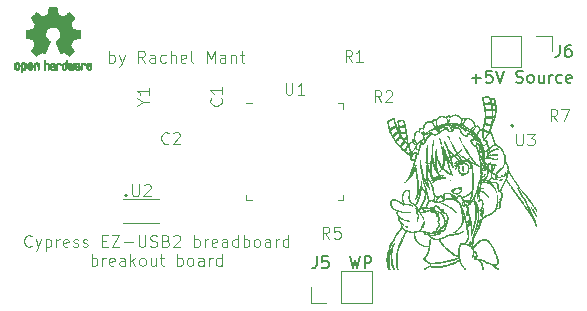
<source format=gto>
G04 #@! TF.GenerationSoftware,KiCad,Pcbnew,5.1.6*
G04 #@! TF.CreationDate,2020-07-10T23:15:47+01:00*
G04 #@! TF.ProjectId,CY7CBreakout,43593743-4272-4656-916b-6f75742e6b69,rev?*
G04 #@! TF.SameCoordinates,PX7270e00PY7270e00*
G04 #@! TF.FileFunction,Legend,Top*
G04 #@! TF.FilePolarity,Positive*
%FSLAX46Y46*%
G04 Gerber Fmt 4.6, Leading zero omitted, Abs format (unit mm)*
G04 Created by KiCad (PCBNEW 5.1.6) date 2020-07-10 23:15:47*
%MOMM*%
%LPD*%
G01*
G04 APERTURE LIST*
%ADD10C,0.100000*%
%ADD11C,0.010000*%
%ADD12C,0.120000*%
%ADD13C,0.200000*%
%ADD14C,0.150000*%
%ADD15C,0.080000*%
G04 APERTURE END LIST*
D10*
X1728571Y6042858D02*
X1680952Y5995239D01*
X1538095Y5947620D01*
X1442857Y5947620D01*
X1300000Y5995239D01*
X1204761Y6090477D01*
X1157142Y6185715D01*
X1109523Y6376191D01*
X1109523Y6519048D01*
X1157142Y6709524D01*
X1204761Y6804762D01*
X1300000Y6900000D01*
X1442857Y6947620D01*
X1538095Y6947620D01*
X1680952Y6900000D01*
X1728571Y6852381D01*
X2061904Y6614286D02*
X2300000Y5947620D01*
X2538095Y6614286D02*
X2300000Y5947620D01*
X2204761Y5709524D01*
X2157142Y5661905D01*
X2061904Y5614286D01*
X2919047Y6614286D02*
X2919047Y5614286D01*
X2919047Y6566667D02*
X3014285Y6614286D01*
X3204761Y6614286D01*
X3300000Y6566667D01*
X3347619Y6519048D01*
X3395238Y6423810D01*
X3395238Y6138096D01*
X3347619Y6042858D01*
X3300000Y5995239D01*
X3204761Y5947620D01*
X3014285Y5947620D01*
X2919047Y5995239D01*
X3823809Y5947620D02*
X3823809Y6614286D01*
X3823809Y6423810D02*
X3871428Y6519048D01*
X3919047Y6566667D01*
X4014285Y6614286D01*
X4109523Y6614286D01*
X4823809Y5995239D02*
X4728571Y5947620D01*
X4538095Y5947620D01*
X4442857Y5995239D01*
X4395238Y6090477D01*
X4395238Y6471429D01*
X4442857Y6566667D01*
X4538095Y6614286D01*
X4728571Y6614286D01*
X4823809Y6566667D01*
X4871428Y6471429D01*
X4871428Y6376191D01*
X4395238Y6280953D01*
X5252380Y5995239D02*
X5347619Y5947620D01*
X5538095Y5947620D01*
X5633333Y5995239D01*
X5680952Y6090477D01*
X5680952Y6138096D01*
X5633333Y6233334D01*
X5538095Y6280953D01*
X5395238Y6280953D01*
X5300000Y6328572D01*
X5252380Y6423810D01*
X5252380Y6471429D01*
X5300000Y6566667D01*
X5395238Y6614286D01*
X5538095Y6614286D01*
X5633333Y6566667D01*
X6061904Y5995239D02*
X6157142Y5947620D01*
X6347619Y5947620D01*
X6442857Y5995239D01*
X6490476Y6090477D01*
X6490476Y6138096D01*
X6442857Y6233334D01*
X6347619Y6280953D01*
X6204761Y6280953D01*
X6109523Y6328572D01*
X6061904Y6423810D01*
X6061904Y6471429D01*
X6109523Y6566667D01*
X6204761Y6614286D01*
X6347619Y6614286D01*
X6442857Y6566667D01*
X7680952Y6471429D02*
X8014285Y6471429D01*
X8157142Y5947620D02*
X7680952Y5947620D01*
X7680952Y6947620D01*
X8157142Y6947620D01*
X8490476Y6947620D02*
X9157142Y6947620D01*
X8490476Y5947620D01*
X9157142Y5947620D01*
X9538095Y6328572D02*
X10300000Y6328572D01*
X10776190Y6947620D02*
X10776190Y6138096D01*
X10823809Y6042858D01*
X10871428Y5995239D01*
X10966666Y5947620D01*
X11157142Y5947620D01*
X11252380Y5995239D01*
X11300000Y6042858D01*
X11347619Y6138096D01*
X11347619Y6947620D01*
X11776190Y5995239D02*
X11919047Y5947620D01*
X12157142Y5947620D01*
X12252380Y5995239D01*
X12300000Y6042858D01*
X12347619Y6138096D01*
X12347619Y6233334D01*
X12300000Y6328572D01*
X12252380Y6376191D01*
X12157142Y6423810D01*
X11966666Y6471429D01*
X11871428Y6519048D01*
X11823809Y6566667D01*
X11776190Y6661905D01*
X11776190Y6757143D01*
X11823809Y6852381D01*
X11871428Y6900000D01*
X11966666Y6947620D01*
X12204761Y6947620D01*
X12347619Y6900000D01*
X13109523Y6471429D02*
X13252380Y6423810D01*
X13299999Y6376191D01*
X13347619Y6280953D01*
X13347619Y6138096D01*
X13299999Y6042858D01*
X13252380Y5995239D01*
X13157142Y5947620D01*
X12776190Y5947620D01*
X12776190Y6947620D01*
X13109523Y6947620D01*
X13204761Y6900000D01*
X13252380Y6852381D01*
X13299999Y6757143D01*
X13299999Y6661905D01*
X13252380Y6566667D01*
X13204761Y6519048D01*
X13109523Y6471429D01*
X12776190Y6471429D01*
X13728571Y6852381D02*
X13776190Y6900000D01*
X13871428Y6947620D01*
X14109523Y6947620D01*
X14204761Y6900000D01*
X14252380Y6852381D01*
X14300000Y6757143D01*
X14300000Y6661905D01*
X14252380Y6519048D01*
X13680952Y5947620D01*
X14300000Y5947620D01*
X15490476Y5947620D02*
X15490476Y6947620D01*
X15490476Y6566667D02*
X15585714Y6614286D01*
X15776190Y6614286D01*
X15871428Y6566667D01*
X15919047Y6519048D01*
X15966666Y6423810D01*
X15966666Y6138096D01*
X15919047Y6042858D01*
X15871428Y5995239D01*
X15776190Y5947620D01*
X15585714Y5947620D01*
X15490476Y5995239D01*
X16395238Y5947620D02*
X16395238Y6614286D01*
X16395238Y6423810D02*
X16442857Y6519048D01*
X16490476Y6566667D01*
X16585714Y6614286D01*
X16680952Y6614286D01*
X17395238Y5995239D02*
X17300000Y5947620D01*
X17109523Y5947620D01*
X17014285Y5995239D01*
X16966666Y6090477D01*
X16966666Y6471429D01*
X17014285Y6566667D01*
X17109523Y6614286D01*
X17300000Y6614286D01*
X17395238Y6566667D01*
X17442857Y6471429D01*
X17442857Y6376191D01*
X16966666Y6280953D01*
X18300000Y5947620D02*
X18300000Y6471429D01*
X18252380Y6566667D01*
X18157142Y6614286D01*
X17966666Y6614286D01*
X17871428Y6566667D01*
X18300000Y5995239D02*
X18204761Y5947620D01*
X17966666Y5947620D01*
X17871428Y5995239D01*
X17823809Y6090477D01*
X17823809Y6185715D01*
X17871428Y6280953D01*
X17966666Y6328572D01*
X18204761Y6328572D01*
X18300000Y6376191D01*
X19204761Y5947620D02*
X19204761Y6947620D01*
X19204761Y5995239D02*
X19109523Y5947620D01*
X18919047Y5947620D01*
X18823809Y5995239D01*
X18776190Y6042858D01*
X18728571Y6138096D01*
X18728571Y6423810D01*
X18776190Y6519048D01*
X18823809Y6566667D01*
X18919047Y6614286D01*
X19109523Y6614286D01*
X19204761Y6566667D01*
X19680952Y5947620D02*
X19680952Y6947620D01*
X19680952Y6566667D02*
X19776190Y6614286D01*
X19966666Y6614286D01*
X20061904Y6566667D01*
X20109523Y6519048D01*
X20157142Y6423810D01*
X20157142Y6138096D01*
X20109523Y6042858D01*
X20061904Y5995239D01*
X19966666Y5947620D01*
X19776190Y5947620D01*
X19680952Y5995239D01*
X20728571Y5947620D02*
X20633333Y5995239D01*
X20585714Y6042858D01*
X20538095Y6138096D01*
X20538095Y6423810D01*
X20585714Y6519048D01*
X20633333Y6566667D01*
X20728571Y6614286D01*
X20871428Y6614286D01*
X20966666Y6566667D01*
X21014285Y6519048D01*
X21061904Y6423810D01*
X21061904Y6138096D01*
X21014285Y6042858D01*
X20966666Y5995239D01*
X20871428Y5947620D01*
X20728571Y5947620D01*
X21919047Y5947620D02*
X21919047Y6471429D01*
X21871428Y6566667D01*
X21776190Y6614286D01*
X21585714Y6614286D01*
X21490476Y6566667D01*
X21919047Y5995239D02*
X21823809Y5947620D01*
X21585714Y5947620D01*
X21490476Y5995239D01*
X21442857Y6090477D01*
X21442857Y6185715D01*
X21490476Y6280953D01*
X21585714Y6328572D01*
X21823809Y6328572D01*
X21919047Y6376191D01*
X22395238Y5947620D02*
X22395238Y6614286D01*
X22395238Y6423810D02*
X22442857Y6519048D01*
X22490476Y6566667D01*
X22585714Y6614286D01*
X22680952Y6614286D01*
X23442857Y5947620D02*
X23442857Y6947620D01*
X23442857Y5995239D02*
X23347619Y5947620D01*
X23157142Y5947620D01*
X23061904Y5995239D01*
X23014285Y6042858D01*
X22966666Y6138096D01*
X22966666Y6423810D01*
X23014285Y6519048D01*
X23061904Y6566667D01*
X23157142Y6614286D01*
X23347619Y6614286D01*
X23442857Y6566667D01*
X6800000Y4347620D02*
X6800000Y5347620D01*
X6800000Y4966667D02*
X6895238Y5014286D01*
X7085714Y5014286D01*
X7180952Y4966667D01*
X7228571Y4919048D01*
X7276190Y4823810D01*
X7276190Y4538096D01*
X7228571Y4442858D01*
X7180952Y4395239D01*
X7085714Y4347620D01*
X6895238Y4347620D01*
X6800000Y4395239D01*
X7704761Y4347620D02*
X7704761Y5014286D01*
X7704761Y4823810D02*
X7752380Y4919048D01*
X7800000Y4966667D01*
X7895238Y5014286D01*
X7990476Y5014286D01*
X8704761Y4395239D02*
X8609523Y4347620D01*
X8419047Y4347620D01*
X8323809Y4395239D01*
X8276190Y4490477D01*
X8276190Y4871429D01*
X8323809Y4966667D01*
X8419047Y5014286D01*
X8609523Y5014286D01*
X8704761Y4966667D01*
X8752380Y4871429D01*
X8752380Y4776191D01*
X8276190Y4680953D01*
X9609523Y4347620D02*
X9609523Y4871429D01*
X9561904Y4966667D01*
X9466666Y5014286D01*
X9276190Y5014286D01*
X9180952Y4966667D01*
X9609523Y4395239D02*
X9514285Y4347620D01*
X9276190Y4347620D01*
X9180952Y4395239D01*
X9133333Y4490477D01*
X9133333Y4585715D01*
X9180952Y4680953D01*
X9276190Y4728572D01*
X9514285Y4728572D01*
X9609523Y4776191D01*
X10085714Y4347620D02*
X10085714Y5347620D01*
X10180952Y4728572D02*
X10466666Y4347620D01*
X10466666Y5014286D02*
X10085714Y4633334D01*
X11038095Y4347620D02*
X10942857Y4395239D01*
X10895238Y4442858D01*
X10847619Y4538096D01*
X10847619Y4823810D01*
X10895238Y4919048D01*
X10942857Y4966667D01*
X11038095Y5014286D01*
X11180952Y5014286D01*
X11276190Y4966667D01*
X11323809Y4919048D01*
X11371428Y4823810D01*
X11371428Y4538096D01*
X11323809Y4442858D01*
X11276190Y4395239D01*
X11180952Y4347620D01*
X11038095Y4347620D01*
X12228571Y5014286D02*
X12228571Y4347620D01*
X11800000Y5014286D02*
X11800000Y4490477D01*
X11847619Y4395239D01*
X11942857Y4347620D01*
X12085714Y4347620D01*
X12180952Y4395239D01*
X12228571Y4442858D01*
X12561904Y5014286D02*
X12942857Y5014286D01*
X12704761Y5347620D02*
X12704761Y4490477D01*
X12752380Y4395239D01*
X12847619Y4347620D01*
X12942857Y4347620D01*
X14038095Y4347620D02*
X14038095Y5347620D01*
X14038095Y4966667D02*
X14133333Y5014286D01*
X14323809Y5014286D01*
X14419047Y4966667D01*
X14466666Y4919048D01*
X14514285Y4823810D01*
X14514285Y4538096D01*
X14466666Y4442858D01*
X14419047Y4395239D01*
X14323809Y4347620D01*
X14133333Y4347620D01*
X14038095Y4395239D01*
X15085714Y4347620D02*
X14990476Y4395239D01*
X14942857Y4442858D01*
X14895238Y4538096D01*
X14895238Y4823810D01*
X14942857Y4919048D01*
X14990476Y4966667D01*
X15085714Y5014286D01*
X15228571Y5014286D01*
X15323809Y4966667D01*
X15371428Y4919048D01*
X15419047Y4823810D01*
X15419047Y4538096D01*
X15371428Y4442858D01*
X15323809Y4395239D01*
X15228571Y4347620D01*
X15085714Y4347620D01*
X16276190Y4347620D02*
X16276190Y4871429D01*
X16228571Y4966667D01*
X16133333Y5014286D01*
X15942857Y5014286D01*
X15847619Y4966667D01*
X16276190Y4395239D02*
X16180952Y4347620D01*
X15942857Y4347620D01*
X15847619Y4395239D01*
X15800000Y4490477D01*
X15800000Y4585715D01*
X15847619Y4680953D01*
X15942857Y4728572D01*
X16180952Y4728572D01*
X16276190Y4776191D01*
X16752380Y4347620D02*
X16752380Y5014286D01*
X16752380Y4823810D02*
X16800000Y4919048D01*
X16847619Y4966667D01*
X16942857Y5014286D01*
X17038095Y5014286D01*
X17800000Y4347620D02*
X17800000Y5347620D01*
X17800000Y4395239D02*
X17704761Y4347620D01*
X17514285Y4347620D01*
X17419047Y4395239D01*
X17371428Y4442858D01*
X17323809Y4538096D01*
X17323809Y4823810D01*
X17371428Y4919048D01*
X17419047Y4966667D01*
X17514285Y5014286D01*
X17704761Y5014286D01*
X17800000Y4966667D01*
X8303095Y21547620D02*
X8303095Y22547620D01*
X8303095Y22166667D02*
X8398333Y22214286D01*
X8588809Y22214286D01*
X8684047Y22166667D01*
X8731666Y22119048D01*
X8779285Y22023810D01*
X8779285Y21738096D01*
X8731666Y21642858D01*
X8684047Y21595239D01*
X8588809Y21547620D01*
X8398333Y21547620D01*
X8303095Y21595239D01*
X9112619Y22214286D02*
X9350714Y21547620D01*
X9588809Y22214286D02*
X9350714Y21547620D01*
X9255476Y21309524D01*
X9207857Y21261905D01*
X9112619Y21214286D01*
X11303095Y21547620D02*
X10969761Y22023810D01*
X10731666Y21547620D02*
X10731666Y22547620D01*
X11112619Y22547620D01*
X11207857Y22500000D01*
X11255476Y22452381D01*
X11303095Y22357143D01*
X11303095Y22214286D01*
X11255476Y22119048D01*
X11207857Y22071429D01*
X11112619Y22023810D01*
X10731666Y22023810D01*
X12160238Y21547620D02*
X12160238Y22071429D01*
X12112619Y22166667D01*
X12017380Y22214286D01*
X11826904Y22214286D01*
X11731666Y22166667D01*
X12160238Y21595239D02*
X12065000Y21547620D01*
X11826904Y21547620D01*
X11731666Y21595239D01*
X11684047Y21690477D01*
X11684047Y21785715D01*
X11731666Y21880953D01*
X11826904Y21928572D01*
X12065000Y21928572D01*
X12160238Y21976191D01*
X13065000Y21595239D02*
X12969761Y21547620D01*
X12779285Y21547620D01*
X12684047Y21595239D01*
X12636428Y21642858D01*
X12588809Y21738096D01*
X12588809Y22023810D01*
X12636428Y22119048D01*
X12684047Y22166667D01*
X12779285Y22214286D01*
X12969761Y22214286D01*
X13065000Y22166667D01*
X13493571Y21547620D02*
X13493571Y22547620D01*
X13922142Y21547620D02*
X13922142Y22071429D01*
X13874523Y22166667D01*
X13779285Y22214286D01*
X13636428Y22214286D01*
X13541190Y22166667D01*
X13493571Y22119048D01*
X14779285Y21595239D02*
X14684047Y21547620D01*
X14493571Y21547620D01*
X14398333Y21595239D01*
X14350714Y21690477D01*
X14350714Y22071429D01*
X14398333Y22166667D01*
X14493571Y22214286D01*
X14684047Y22214286D01*
X14779285Y22166667D01*
X14826904Y22071429D01*
X14826904Y21976191D01*
X14350714Y21880953D01*
X15398333Y21547620D02*
X15303095Y21595239D01*
X15255476Y21690477D01*
X15255476Y22547620D01*
X16541190Y21547620D02*
X16541190Y22547620D01*
X16874523Y21833334D01*
X17207857Y22547620D01*
X17207857Y21547620D01*
X18112619Y21547620D02*
X18112619Y22071429D01*
X18065000Y22166667D01*
X17969761Y22214286D01*
X17779285Y22214286D01*
X17684047Y22166667D01*
X18112619Y21595239D02*
X18017380Y21547620D01*
X17779285Y21547620D01*
X17684047Y21595239D01*
X17636428Y21690477D01*
X17636428Y21785715D01*
X17684047Y21880953D01*
X17779285Y21928572D01*
X18017380Y21928572D01*
X18112619Y21976191D01*
X18588809Y22214286D02*
X18588809Y21547620D01*
X18588809Y22119048D02*
X18636428Y22166667D01*
X18731666Y22214286D01*
X18874523Y22214286D01*
X18969761Y22166667D01*
X19017380Y22071429D01*
X19017380Y21547620D01*
X19350714Y22214286D02*
X19731666Y22214286D01*
X19493571Y22547620D02*
X19493571Y21690477D01*
X19541190Y21595239D01*
X19636428Y21547620D01*
X19731666Y21547620D01*
D11*
G04 #@! TO.C,DRG1*
G36*
X40337192Y18696567D02*
G01*
X40349406Y18694947D01*
X40397636Y18685192D01*
X40435488Y18670802D01*
X40464865Y18650379D01*
X40487669Y18622524D01*
X40505804Y18585839D01*
X40508886Y18577734D01*
X40516257Y18557727D01*
X40521676Y18543254D01*
X40523898Y18537619D01*
X40530028Y18538253D01*
X40545851Y18541061D01*
X40568646Y18545539D01*
X40584747Y18548863D01*
X40630997Y18556590D01*
X40677508Y18560813D01*
X40721169Y18561484D01*
X40758867Y18558552D01*
X40787213Y18552069D01*
X40818166Y18537925D01*
X40844308Y18518813D01*
X40866855Y18493117D01*
X40887025Y18459218D01*
X40906031Y18415499D01*
X40920394Y18374870D01*
X40949880Y18277316D01*
X40973507Y18180410D01*
X40991614Y18081779D01*
X41004545Y17979053D01*
X41012641Y17869860D01*
X41016244Y17751827D01*
X41016506Y17707875D01*
X41014975Y17597705D01*
X41010090Y17495128D01*
X41001504Y17395400D01*
X40988872Y17293776D01*
X40983861Y17259697D01*
X40959390Y17120124D01*
X40929359Y16985641D01*
X40894162Y16857436D01*
X40854197Y16736694D01*
X40809858Y16624603D01*
X40761540Y16522350D01*
X40709640Y16431121D01*
X40705569Y16424685D01*
X40691476Y16401531D01*
X40680511Y16381524D01*
X40674239Y16367616D01*
X40673349Y16363814D01*
X40671715Y16352700D01*
X40667169Y16331420D01*
X40660246Y16302028D01*
X40651480Y16266582D01*
X40641406Y16227137D01*
X40630559Y16185750D01*
X40619472Y16144477D01*
X40608681Y16105375D01*
X40598720Y16070499D01*
X40590124Y16041905D01*
X40587581Y16033900D01*
X40562897Y15961128D01*
X40535638Y15886762D01*
X40507940Y15816538D01*
X40496061Y15788186D01*
X40484928Y15761459D01*
X40478872Y15744217D01*
X40477620Y15734431D01*
X40480898Y15730070D01*
X40488082Y15729100D01*
X40502147Y15724714D01*
X40521705Y15713013D01*
X40543826Y15696185D01*
X40565577Y15676418D01*
X40580743Y15659956D01*
X40600025Y15635153D01*
X40618689Y15607454D01*
X40637082Y15575978D01*
X40655554Y15539844D01*
X40674455Y15498171D01*
X40694134Y15450077D01*
X40714941Y15394682D01*
X40737225Y15331104D01*
X40761335Y15258462D01*
X40787621Y15175876D01*
X40816432Y15082465D01*
X40837872Y15011550D01*
X40854054Y14958127D01*
X40870285Y14905381D01*
X40885914Y14855360D01*
X40900294Y14810115D01*
X40912775Y14771695D01*
X40922707Y14742150D01*
X40927256Y14729312D01*
X40937254Y14701894D01*
X40945412Y14679229D01*
X40950863Y14663741D01*
X40952750Y14657874D01*
X40957862Y14656105D01*
X40961148Y14655950D01*
X40972579Y14652887D01*
X40992516Y14644517D01*
X41018574Y14632070D01*
X41048370Y14616776D01*
X41079521Y14599866D01*
X41109644Y14582569D01*
X41136354Y14566115D01*
X41140639Y14563322D01*
X41248257Y14485113D01*
X41346473Y14398385D01*
X41435444Y14302982D01*
X41515327Y14198746D01*
X41536352Y14167552D01*
X41610379Y14045324D01*
X41672949Y13922383D01*
X41723897Y13799254D01*
X41763057Y13676459D01*
X41790264Y13554523D01*
X41805353Y13433969D01*
X41808157Y13315320D01*
X41807932Y13308302D01*
X41807019Y13272197D01*
X41806957Y13241943D01*
X41807702Y13219511D01*
X41809213Y13206867D01*
X41810172Y13204869D01*
X41817220Y13196981D01*
X41829168Y13179804D01*
X41844901Y13155231D01*
X41863300Y13125156D01*
X41883250Y13091472D01*
X41903633Y13056075D01*
X41923332Y13020857D01*
X41941230Y12987713D01*
X41956211Y12958536D01*
X41959904Y12950975D01*
X41994442Y12874369D01*
X42020970Y12803798D01*
X42040313Y12736176D01*
X42053295Y12668412D01*
X42060739Y12597419D01*
X42062376Y12566800D01*
X42065845Y12481075D01*
X42110222Y12401700D01*
X42247955Y12160058D01*
X42384865Y11929504D01*
X42521940Y11708555D01*
X42660166Y11495731D01*
X42800531Y11289547D01*
X42944022Y11088523D01*
X43091625Y10891176D01*
X43244329Y10696023D01*
X43254686Y10683091D01*
X43274176Y10658924D01*
X43300608Y10626355D01*
X43332842Y10586778D01*
X43369740Y10541587D01*
X43410160Y10492176D01*
X43452965Y10439940D01*
X43497013Y10386272D01*
X43541165Y10332567D01*
X43547224Y10325205D01*
X43640821Y10210937D01*
X43726532Y10105056D01*
X43805054Y10006588D01*
X43877082Y9914560D01*
X43943312Y9827996D01*
X44004440Y9745923D01*
X44061162Y9667366D01*
X44114173Y9591350D01*
X44164170Y9516902D01*
X44211848Y9443046D01*
X44257903Y9368809D01*
X44303032Y9293216D01*
X44347929Y9215293D01*
X44377500Y9162605D01*
X44397165Y9127088D01*
X44411480Y9100453D01*
X44421293Y9080500D01*
X44427449Y9065024D01*
X44430797Y9051823D01*
X44432183Y9038696D01*
X44432454Y9023439D01*
X44432449Y9019730D01*
X44432348Y8975875D01*
X44387401Y9061600D01*
X44323866Y9177038D01*
X44251039Y9298927D01*
X44169731Y9426025D01*
X44080758Y9557090D01*
X43984930Y9690880D01*
X43909366Y9791850D01*
X43881837Y9827812D01*
X43852887Y9865291D01*
X43821810Y9905180D01*
X43787900Y9948369D01*
X43750448Y9995749D01*
X43708749Y10048210D01*
X43662095Y10106644D01*
X43609780Y10171941D01*
X43551096Y10244992D01*
X43485337Y10326688D01*
X43460913Y10357000D01*
X43368071Y10472506D01*
X43282707Y10579395D01*
X43204041Y10678700D01*
X43131294Y10771453D01*
X43063686Y10858688D01*
X43000439Y10941436D01*
X42940772Y11020731D01*
X42883907Y11097606D01*
X42829063Y11173092D01*
X42775462Y11248224D01*
X42722325Y11324032D01*
X42668871Y11401551D01*
X42634245Y11452375D01*
X42554721Y11571608D01*
X42473935Y11696539D01*
X42393396Y11824690D01*
X42314613Y11953585D01*
X42239094Y12080749D01*
X42168349Y12203703D01*
X42103885Y12319973D01*
X42089797Y12346084D01*
X42075978Y12371324D01*
X42064038Y12392171D01*
X42055397Y12406206D01*
X42051742Y12410952D01*
X42047713Y12407194D01*
X42043031Y12393040D01*
X42038171Y12370744D01*
X42033607Y12342561D01*
X42029811Y12310745D01*
X42029108Y12303275D01*
X42017452Y12213671D01*
X41998007Y12116313D01*
X41971255Y12013082D01*
X41937679Y11905861D01*
X41901508Y11806164D01*
X41873502Y11733703D01*
X41960367Y11605739D01*
X42011165Y11531070D01*
X42063060Y11455125D01*
X42116532Y11377219D01*
X42172060Y11296663D01*
X42230123Y11212772D01*
X42291202Y11124859D01*
X42355776Y11032238D01*
X42424325Y10934221D01*
X42497327Y10830123D01*
X42575263Y10719256D01*
X42658612Y10600934D01*
X42747854Y10474471D01*
X42843468Y10339179D01*
X42945935Y10194372D01*
X42963421Y10169675D01*
X43055553Y10039513D01*
X43140906Y9918807D01*
X43220089Y9806684D01*
X43293713Y9702272D01*
X43362387Y9604695D01*
X43426719Y9513083D01*
X43487321Y9426560D01*
X43544799Y9344254D01*
X43599765Y9265291D01*
X43652828Y9188798D01*
X43704597Y9113902D01*
X43755680Y9039729D01*
X43806689Y8965405D01*
X43858231Y8890059D01*
X43910917Y8812815D01*
X43940403Y8769500D01*
X43971562Y8723805D01*
X44000257Y8681931D01*
X44025763Y8644920D01*
X44047355Y8613814D01*
X44064309Y8589655D01*
X44075902Y8573483D01*
X44081407Y8566342D01*
X44081725Y8566300D01*
X44077460Y8576733D01*
X44068603Y8597236D01*
X44055824Y8626320D01*
X44039792Y8662494D01*
X44021174Y8704269D01*
X44000641Y8750156D01*
X43978861Y8798666D01*
X43956502Y8848309D01*
X43934235Y8897595D01*
X43912727Y8945035D01*
X43892647Y8989139D01*
X43874665Y9028419D01*
X43859450Y9061383D01*
X43857873Y9064775D01*
X43766248Y9258265D01*
X43671382Y9451856D01*
X43574002Y9644233D01*
X43474830Y9834080D01*
X43374592Y10020083D01*
X43274011Y10200925D01*
X43173811Y10375290D01*
X43074716Y10541864D01*
X42977451Y10699331D01*
X42882740Y10846374D01*
X42850310Y10895163D01*
X42833934Y10919914D01*
X42820844Y10940336D01*
X42812288Y10954432D01*
X42809515Y10960207D01*
X42809593Y10960250D01*
X42814358Y10955559D01*
X42825609Y10942606D01*
X42841930Y10923075D01*
X42861908Y10898649D01*
X42874966Y10882463D01*
X42973552Y10754292D01*
X43073561Y10613651D01*
X43174919Y10460681D01*
X43277553Y10295525D01*
X43381389Y10118324D01*
X43486353Y9929219D01*
X43592371Y9728353D01*
X43699369Y9515866D01*
X43807274Y9291900D01*
X43916011Y9056598D01*
X44025508Y8810099D01*
X44135690Y8552547D01*
X44246483Y8284082D01*
X44304059Y8140850D01*
X44331907Y8070983D01*
X44355443Y8011871D01*
X44375024Y7962460D01*
X44391004Y7921692D01*
X44403740Y7888513D01*
X44413587Y7861867D01*
X44420901Y7840699D01*
X44426037Y7823952D01*
X44429352Y7810571D01*
X44431201Y7799501D01*
X44431939Y7789685D01*
X44431923Y7780068D01*
X44431508Y7769595D01*
X44431250Y7763380D01*
X44429375Y7713784D01*
X44366524Y7871755D01*
X44345284Y7924918D01*
X44321398Y7984337D01*
X44296542Y8045866D01*
X44272392Y8105357D01*
X44250625Y8158664D01*
X44243743Y8175428D01*
X44183812Y8321130D01*
X44075274Y8483403D01*
X43996731Y8600333D01*
X43912105Y8725360D01*
X43821271Y8858663D01*
X43724104Y9000422D01*
X43620480Y9150816D01*
X43510273Y9310026D01*
X43393358Y9478232D01*
X43269610Y9655613D01*
X43138904Y9842349D01*
X43001116Y10038620D01*
X42856120Y10244607D01*
X42703791Y10460489D01*
X42583915Y10630050D01*
X42496293Y10753886D01*
X42415717Y10867745D01*
X42341907Y10972022D01*
X42274581Y11067113D01*
X42213456Y11153413D01*
X42158253Y11231318D01*
X42108688Y11301223D01*
X42064482Y11363523D01*
X42025351Y11418614D01*
X41991015Y11466891D01*
X41961192Y11508750D01*
X41935600Y11544585D01*
X41913959Y11574793D01*
X41895986Y11599769D01*
X41881399Y11619907D01*
X41869919Y11635604D01*
X41861261Y11647255D01*
X41855147Y11655255D01*
X41851293Y11660000D01*
X41849418Y11661885D01*
X41849163Y11661930D01*
X41845976Y11655670D01*
X41838509Y11639658D01*
X41827614Y11615760D01*
X41814140Y11585843D01*
X41799408Y11552829D01*
X41771861Y11492317D01*
X41738913Y11422483D01*
X41701424Y11345053D01*
X41660254Y11261755D01*
X41616261Y11174315D01*
X41570305Y11084462D01*
X41523247Y10993923D01*
X41488750Y10928500D01*
X41464748Y10883216D01*
X41442466Y10841085D01*
X41422656Y10803530D01*
X41406064Y10771974D01*
X41393441Y10747841D01*
X41385535Y10732555D01*
X41383259Y10727992D01*
X41381520Y10720423D01*
X41384412Y10711748D01*
X41393353Y10699759D01*
X41409761Y10682249D01*
X41417919Y10674017D01*
X41457943Y10625621D01*
X41491360Y10568183D01*
X41517493Y10503889D01*
X41535664Y10434928D01*
X41545198Y10363485D01*
X41545418Y10291749D01*
X41543347Y10268520D01*
X41534713Y10217129D01*
X41521205Y10168184D01*
X41503755Y10123654D01*
X41483296Y10085511D01*
X41460762Y10055723D01*
X41437084Y10036261D01*
X41432175Y10033726D01*
X41413735Y10025514D01*
X41398625Y10019311D01*
X41395485Y10018172D01*
X41389381Y10014892D01*
X41389206Y10008978D01*
X41395556Y9997344D01*
X41401195Y9988676D01*
X41417392Y9955042D01*
X41421751Y9920090D01*
X41414317Y9882414D01*
X41405436Y9860484D01*
X41391386Y9834731D01*
X41372729Y9806017D01*
X41353899Y9781059D01*
X41337656Y9761018D01*
X41328518Y9747559D01*
X41325159Y9737766D01*
X41326253Y9728723D01*
X41327927Y9723909D01*
X41335663Y9698723D01*
X41343712Y9663812D01*
X41351543Y9622122D01*
X41358628Y9576600D01*
X41364436Y9530194D01*
X41366574Y9508914D01*
X41370325Y9439267D01*
X41367687Y9379996D01*
X41358473Y9330390D01*
X41342495Y9289740D01*
X41319564Y9257338D01*
X41293994Y9235429D01*
X41275779Y9224557D01*
X41256472Y9216809D01*
X41233804Y9211868D01*
X41205502Y9209414D01*
X41169295Y9209127D01*
X41122911Y9210689D01*
X41119151Y9210862D01*
X41032125Y9214938D01*
X41009900Y9165471D01*
X40971532Y9092623D01*
X40922840Y9020333D01*
X40866035Y8951187D01*
X40803330Y8887773D01*
X40736936Y8832678D01*
X40707785Y8812176D01*
X40668342Y8787297D01*
X40626416Y8763677D01*
X40580066Y8740395D01*
X40527352Y8716527D01*
X40466332Y8691152D01*
X40395066Y8663347D01*
X40392870Y8662512D01*
X40322624Y8635390D01*
X40262708Y8611290D01*
X40211341Y8589410D01*
X40166743Y8568950D01*
X40127132Y8549110D01*
X40090727Y8529088D01*
X40073317Y8518846D01*
X40027916Y8490077D01*
X39983741Y8459310D01*
X39943117Y8428345D01*
X39908373Y8398985D01*
X39881834Y8373031D01*
X39875283Y8365533D01*
X39857410Y8344441D01*
X39836250Y8320191D01*
X39821066Y8303219D01*
X39811145Y8291824D01*
X39802711Y8280509D01*
X39794944Y8267443D01*
X39787025Y8250796D01*
X39778136Y8228740D01*
X39767455Y8199444D01*
X39754165Y8161080D01*
X39743914Y8130928D01*
X39729768Y8088197D01*
X39716638Y8046708D01*
X39705251Y8008899D01*
X39696332Y7977210D01*
X39690608Y7954080D01*
X39689368Y7947727D01*
X39681696Y7916132D01*
X39669794Y7882208D01*
X39660683Y7862002D01*
X39649327Y7838168D01*
X39635605Y7807027D01*
X39621512Y7773201D01*
X39612466Y7750325D01*
X39560853Y7622120D01*
X39502140Y7486829D01*
X39437545Y7346966D01*
X39368284Y7205042D01*
X39295574Y7063571D01*
X39220632Y6925066D01*
X39166545Y6829575D01*
X39145117Y6792490D01*
X39124931Y6757554D01*
X39107174Y6726818D01*
X39093031Y6702335D01*
X39083686Y6686157D01*
X39081940Y6683133D01*
X39077887Y6675698D01*
X39074588Y6667932D01*
X39071913Y6658408D01*
X39069737Y6645697D01*
X39067930Y6628372D01*
X39066366Y6605006D01*
X39064918Y6574169D01*
X39063456Y6534435D01*
X39061854Y6484375D01*
X39060659Y6445008D01*
X39058095Y6369119D01*
X39055192Y6303727D01*
X39051739Y6246631D01*
X39047524Y6195627D01*
X39042338Y6148515D01*
X39035969Y6103092D01*
X39028207Y6057155D01*
X39018937Y6008975D01*
X39003282Y5931325D01*
X39025805Y5896115D01*
X39048328Y5860906D01*
X39111199Y5954716D01*
X39195392Y6072908D01*
X39282195Y6180254D01*
X39371296Y6276479D01*
X39462382Y6361307D01*
X39555142Y6434465D01*
X39649263Y6495678D01*
X39744433Y6544669D01*
X39812155Y6571774D01*
X39882430Y6592221D01*
X39954532Y6605132D01*
X40026166Y6610480D01*
X40095035Y6608239D01*
X40158842Y6598385D01*
X40215292Y6580891D01*
X40225695Y6576383D01*
X40276022Y6549442D01*
X40326361Y6514509D01*
X40377034Y6471156D01*
X40428362Y6418956D01*
X40480667Y6357480D01*
X40534269Y6286302D01*
X40589490Y6204993D01*
X40646652Y6113127D01*
X40706077Y6010275D01*
X40768084Y5896011D01*
X40832997Y5769906D01*
X40834985Y5765950D01*
X40894629Y5645535D01*
X40947682Y5534789D01*
X40994529Y5432769D01*
X41035556Y5338531D01*
X41071149Y5251133D01*
X41101691Y5169631D01*
X41127571Y5093082D01*
X41149171Y5020543D01*
X41165368Y4957504D01*
X41178594Y4896637D01*
X41187339Y4842887D01*
X41192084Y4791678D01*
X41193310Y4738437D01*
X41192437Y4700269D01*
X41187856Y4636493D01*
X41179199Y4584355D01*
X41166366Y4543430D01*
X41149253Y4513294D01*
X41146784Y4510236D01*
X41120815Y4487699D01*
X41083326Y4467533D01*
X41035328Y4450061D01*
X40977834Y4435606D01*
X40911859Y4424492D01*
X40860091Y4418777D01*
X40774359Y4411187D01*
X40816716Y4385306D01*
X40834738Y4373995D01*
X40861258Y4356950D01*
X40894533Y4335326D01*
X40932817Y4310277D01*
X40974367Y4282955D01*
X41017440Y4254516D01*
X41060290Y4226112D01*
X41101174Y4198898D01*
X41138348Y4174027D01*
X41170068Y4152652D01*
X41194589Y4135928D01*
X41209904Y4125200D01*
X41241634Y4102250D01*
X41208082Y4102250D01*
X41196379Y4102581D01*
X41185541Y4104154D01*
X41173804Y4107838D01*
X41159405Y4114505D01*
X41140581Y4125025D01*
X41115568Y4140268D01*
X41082604Y4161105D01*
X41061371Y4174672D01*
X40898030Y4277334D01*
X40738226Y4374029D01*
X40582697Y4464364D01*
X40432181Y4547942D01*
X40287414Y4624370D01*
X40149133Y4693253D01*
X40018076Y4754197D01*
X39894979Y4806806D01*
X39839915Y4828606D01*
X39794438Y4845433D01*
X39746173Y4862109D01*
X39697855Y4877786D01*
X39652218Y4891613D01*
X39611997Y4902743D01*
X39579928Y4910327D01*
X39571449Y4911933D01*
X39546225Y4916271D01*
X39577975Y4894198D01*
X39606865Y4871173D01*
X39639202Y4840622D01*
X39671829Y4805866D01*
X39701586Y4770227D01*
X39720617Y4744183D01*
X39744481Y4704921D01*
X39769720Y4656480D01*
X39794861Y4602059D01*
X39818435Y4544858D01*
X39838972Y4488074D01*
X39840569Y4483250D01*
X39846785Y4463253D01*
X39855113Y4434897D01*
X39865046Y4400056D01*
X39876078Y4360604D01*
X39887701Y4318415D01*
X39899410Y4275362D01*
X39910698Y4233321D01*
X39921059Y4194163D01*
X39929986Y4159765D01*
X39936973Y4131999D01*
X39941513Y4112739D01*
X39943100Y4103914D01*
X39937419Y4102903D01*
X39922974Y4102985D01*
X39913108Y4103490D01*
X39883116Y4105425D01*
X39877939Y4134000D01*
X39856026Y4242132D01*
X39830470Y4345536D01*
X39801743Y4442840D01*
X39770316Y4532672D01*
X39736661Y4613661D01*
X39701249Y4684434D01*
X39672464Y4732035D01*
X39631496Y4784574D01*
X39583109Y4831259D01*
X39529727Y4870224D01*
X39473772Y4899605D01*
X39438275Y4912359D01*
X39408378Y4918443D01*
X39369789Y4922421D01*
X39326364Y4924154D01*
X39281956Y4923503D01*
X39240420Y4920330D01*
X39234969Y4919665D01*
X39196763Y4914755D01*
X39199199Y4985947D01*
X39198839Y5043357D01*
X39193348Y5089442D01*
X39182601Y5124547D01*
X39166474Y5149020D01*
X39144841Y5163206D01*
X39134118Y5166174D01*
X39110076Y5166168D01*
X39084234Y5156787D01*
X39055012Y5137301D01*
X39035777Y5120981D01*
X39017372Y5105369D01*
X39007216Y5099170D01*
X39005390Y5102433D01*
X39005441Y5102601D01*
X39012128Y5126698D01*
X39020315Y5159970D01*
X39029279Y5199088D01*
X39035198Y5226419D01*
X39074615Y5226419D01*
X39075767Y5216323D01*
X39082660Y5212115D01*
X39096182Y5211654D01*
X39110980Y5212464D01*
X39148423Y5210243D01*
X39178475Y5198227D01*
X39202864Y5175460D01*
X39216799Y5153896D01*
X39224522Y5138636D01*
X39229783Y5124260D01*
X39233179Y5107566D01*
X39235308Y5085352D01*
X39236768Y5054418D01*
X39237089Y5045225D01*
X39239655Y4969025D01*
X39274266Y4971223D01*
X39294807Y4973239D01*
X39306424Y4977116D01*
X39312889Y4984604D01*
X39315380Y4990273D01*
X39319725Y5003974D01*
X39325769Y5026155D01*
X39332466Y5052898D01*
X39335157Y5064275D01*
X39342202Y5104134D01*
X39346891Y5150705D01*
X39349197Y5200550D01*
X39349092Y5250232D01*
X39346546Y5296311D01*
X39341531Y5335348D01*
X39337538Y5353200D01*
X39318442Y5408608D01*
X39294132Y5457241D01*
X39265589Y5497995D01*
X39233795Y5529765D01*
X39199732Y5551444D01*
X39164381Y5561929D01*
X39151474Y5562750D01*
X39125859Y5562750D01*
X39121712Y5494488D01*
X39110337Y5387964D01*
X39089712Y5286858D01*
X39085988Y5272857D01*
X39078318Y5244550D01*
X39074615Y5226419D01*
X39035198Y5226419D01*
X39038296Y5240724D01*
X39046641Y5281550D01*
X39053592Y5318236D01*
X39057863Y5343675D01*
X39063833Y5394483D01*
X39067488Y5450875D01*
X39068825Y5509337D01*
X39067844Y5566359D01*
X39064546Y5618429D01*
X39058928Y5662035D01*
X39057919Y5667459D01*
X39036052Y5752686D01*
X39014397Y5806392D01*
X39072453Y5806392D01*
X39088349Y5759040D01*
X39097788Y5727264D01*
X39106695Y5691188D01*
X39112590Y5661653D01*
X39117345Y5636034D01*
X39121772Y5620551D01*
X39126884Y5612708D01*
X39133555Y5610029D01*
X39166667Y5605413D01*
X39190894Y5600544D01*
X39210015Y5594249D01*
X39227811Y5585353D01*
X39242868Y5576072D01*
X39275311Y5551993D01*
X39302240Y5524284D01*
X39326513Y5489640D01*
X39343130Y5460112D01*
X39361750Y5420791D01*
X39375352Y5382015D01*
X39384558Y5340755D01*
X39389988Y5293985D01*
X39392265Y5238674D01*
X39392426Y5219850D01*
X39392057Y5173958D01*
X39390462Y5136856D01*
X39387322Y5104667D01*
X39382314Y5073515D01*
X39378938Y5056777D01*
X39372849Y5028846D01*
X39367379Y5005010D01*
X39363256Y4988375D01*
X39361585Y4982738D01*
X39362937Y4974217D01*
X39375016Y4968460D01*
X39398402Y4965325D01*
X39433673Y4964668D01*
X39435100Y4964688D01*
X39508038Y4961488D01*
X39588945Y4949817D01*
X39677989Y4929622D01*
X39775338Y4900850D01*
X39881158Y4863445D01*
X39995618Y4817355D01*
X40118884Y4762525D01*
X40232025Y4708360D01*
X40293886Y4677240D01*
X40362235Y4641777D01*
X40433509Y4603889D01*
X40504143Y4565492D01*
X40570573Y4528503D01*
X40629237Y4494840D01*
X40632075Y4493178D01*
X40682875Y4463379D01*
X40797175Y4466261D01*
X40836884Y4467636D01*
X40874822Y4469626D01*
X40908081Y4472030D01*
X40933756Y4474646D01*
X40946400Y4476648D01*
X40996458Y4488878D01*
X41035528Y4502233D01*
X41065321Y4517893D01*
X41087550Y4537039D01*
X41103925Y4560849D01*
X41116159Y4590506D01*
X41117448Y4594570D01*
X41129590Y4649194D01*
X41134422Y4711090D01*
X41131876Y4780502D01*
X41121881Y4857676D01*
X41104370Y4942855D01*
X41079273Y5036285D01*
X41046521Y5138210D01*
X41006045Y5248876D01*
X40957775Y5368525D01*
X40901644Y5497405D01*
X40837582Y5635759D01*
X40803984Y5705625D01*
X40747861Y5818803D01*
X40694955Y5920733D01*
X40644729Y6012304D01*
X40596649Y6094401D01*
X40550177Y6167911D01*
X40504780Y6233720D01*
X40459920Y6292715D01*
X40421214Y6338844D01*
X40356419Y6405553D01*
X40290247Y6459882D01*
X40222538Y6501833D01*
X40153134Y6531413D01*
X40081877Y6548625D01*
X40008607Y6553474D01*
X39933167Y6545966D01*
X39855398Y6526104D01*
X39775140Y6493893D01*
X39692237Y6449338D01*
X39606529Y6392444D01*
X39568450Y6363937D01*
X39508112Y6313835D01*
X39443805Y6254139D01*
X39377167Y6186649D01*
X39309833Y6113169D01*
X39243440Y6035500D01*
X39179624Y5955444D01*
X39120021Y5874803D01*
X39105743Y5854434D01*
X39072453Y5806392D01*
X39014397Y5806392D01*
X39005259Y5829053D01*
X38965103Y5897146D01*
X38915149Y5957550D01*
X38854960Y6010849D01*
X38784100Y6057630D01*
X38755650Y6073115D01*
X38689508Y6103928D01*
X38619141Y6129825D01*
X38603695Y6134150D01*
X38743626Y6134150D01*
X38773450Y6118621D01*
X38790948Y6109829D01*
X38803590Y6104064D01*
X38807348Y6102796D01*
X38810654Y6108343D01*
X38815666Y6123277D01*
X38821393Y6144572D01*
X38822350Y6148538D01*
X38827859Y6176482D01*
X38832524Y6208877D01*
X38836021Y6242160D01*
X38838025Y6272763D01*
X38838211Y6297121D01*
X38836969Y6309114D01*
X38833159Y6310383D01*
X38824925Y6300172D01*
X38812464Y6278833D01*
X38795973Y6246714D01*
X38775648Y6204168D01*
X38764631Y6180238D01*
X38743626Y6134150D01*
X38603695Y6134150D01*
X38543137Y6151106D01*
X38460087Y6168074D01*
X38368580Y6181031D01*
X38267207Y6190278D01*
X38187230Y6194813D01*
X38137331Y6196506D01*
X38098206Y6195865D01*
X38067986Y6191746D01*
X38044801Y6183008D01*
X38026781Y6168510D01*
X38012057Y6147111D01*
X37998760Y6117668D01*
X37985019Y6079040D01*
X37981815Y6069391D01*
X37944538Y5943537D01*
X37916656Y5819348D01*
X37897684Y5693729D01*
X37887135Y5563582D01*
X37884428Y5448450D01*
X37889251Y5298787D01*
X37904008Y5155236D01*
X37929137Y5015484D01*
X37965072Y4877214D01*
X38012249Y4738110D01*
X38023586Y4708675D01*
X38065410Y4611101D01*
X38114218Y4512595D01*
X38168457Y4415738D01*
X38226576Y4323108D01*
X38287021Y4237286D01*
X38348241Y4160848D01*
X38364307Y4142592D01*
X38378962Y4125784D01*
X38389493Y4112725D01*
X38393694Y4106159D01*
X38393700Y4106080D01*
X38388037Y4103747D01*
X38373786Y4102391D01*
X38366513Y4102250D01*
X38354945Y4102599D01*
X38345613Y4104732D01*
X38336499Y4110279D01*
X38325588Y4120873D01*
X38310862Y4138143D01*
X38290305Y4163720D01*
X38289951Y4164163D01*
X38256839Y4207427D01*
X38220090Y4258391D01*
X38181994Y4313651D01*
X38144842Y4369806D01*
X38110927Y4423453D01*
X38082540Y4471192D01*
X38079311Y4476900D01*
X38048404Y4535080D01*
X38016478Y4600775D01*
X37985718Y4669212D01*
X37958310Y4735619D01*
X37946238Y4767413D01*
X37936456Y4793685D01*
X37928268Y4814878D01*
X37922630Y4828570D01*
X37920568Y4832500D01*
X37914671Y4829456D01*
X37900763Y4821411D01*
X37881663Y4810003D01*
X37878411Y4808034D01*
X37754614Y4737362D01*
X37620260Y4668801D01*
X37477420Y4603122D01*
X37328166Y4541096D01*
X37174570Y4483493D01*
X37018703Y4431084D01*
X36862636Y4384641D01*
X36708442Y4344934D01*
X36558192Y4312734D01*
X36536325Y4308636D01*
X36388249Y4285028D01*
X36238748Y4268145D01*
X36089834Y4258035D01*
X35943516Y4254742D01*
X35801805Y4258313D01*
X35666711Y4268795D01*
X35542783Y4285798D01*
X35508194Y4292229D01*
X35484068Y4298313D01*
X35468235Y4305006D01*
X35458525Y4313265D01*
X35452768Y4324047D01*
X35452171Y4325760D01*
X35445068Y4328345D01*
X35428575Y4326989D01*
X35405144Y4322333D01*
X35377231Y4315019D01*
X35347288Y4305687D01*
X35317770Y4294981D01*
X35291725Y4283821D01*
X35256683Y4266370D01*
X35222052Y4247114D01*
X35185494Y4224594D01*
X35144675Y4197346D01*
X35097258Y4163910D01*
X35079000Y4150714D01*
X35050796Y4130528D01*
X35030237Y4116851D01*
X35014896Y4108457D01*
X35002349Y4104116D01*
X34990168Y4102603D01*
X34983750Y4102520D01*
X34955175Y4102755D01*
X34986925Y4131981D01*
X35020926Y4161377D01*
X35061685Y4193659D01*
X35104862Y4225540D01*
X35146118Y4253732D01*
X35155822Y4259943D01*
X35199634Y4285309D01*
X35246624Y4308662D01*
X35294224Y4329019D01*
X35339867Y4345395D01*
X35380988Y4356806D01*
X35415018Y4362269D01*
X35423595Y4362600D01*
X35436726Y4364369D01*
X35439258Y4370348D01*
X35438821Y4371689D01*
X35434715Y4388507D01*
X35431092Y4414213D01*
X35428211Y4444999D01*
X35426331Y4477055D01*
X35425838Y4500489D01*
X35472705Y4500489D01*
X35473193Y4469706D01*
X35476408Y4436578D01*
X35481945Y4404008D01*
X35489397Y4374898D01*
X35498360Y4352152D01*
X35508427Y4338673D01*
X35510297Y4337469D01*
X35522284Y4333710D01*
X35544554Y4329142D01*
X35574739Y4324108D01*
X35610475Y4318951D01*
X35649395Y4314011D01*
X35689134Y4309630D01*
X35726700Y4306201D01*
X35782616Y4302856D01*
X35847082Y4300870D01*
X35916021Y4300250D01*
X35985354Y4301002D01*
X36051004Y4303132D01*
X36095000Y4305612D01*
X36282532Y4323941D01*
X36474611Y4353033D01*
X36669721Y4392492D01*
X36866346Y4441923D01*
X37062972Y4500928D01*
X37258083Y4569111D01*
X37450164Y4646075D01*
X37530100Y4681161D01*
X37573277Y4701157D01*
X37620858Y4724113D01*
X37670845Y4748983D01*
X37721242Y4774722D01*
X37770050Y4800284D01*
X37815273Y4824623D01*
X37854913Y4846694D01*
X37886973Y4865452D01*
X37908889Y4879458D01*
X37907911Y4885499D01*
X37904277Y4900790D01*
X37898783Y4922359D01*
X37892226Y4947233D01*
X37885401Y4972441D01*
X37879105Y4995010D01*
X37874133Y5011969D01*
X37871282Y5020344D01*
X37871058Y5020709D01*
X37864487Y5019523D01*
X37849051Y5014177D01*
X37827493Y5005665D01*
X37815533Y5000640D01*
X37736040Y4968757D01*
X37645168Y4936133D01*
X37544192Y4903081D01*
X37434390Y4869917D01*
X37317038Y4836956D01*
X37193412Y4804512D01*
X37064789Y4772899D01*
X36932446Y4742434D01*
X36797658Y4713430D01*
X36661702Y4686203D01*
X36525855Y4661066D01*
X36391393Y4638335D01*
X36272800Y4620221D01*
X36157090Y4604515D01*
X36042092Y4590864D01*
X35929824Y4579444D01*
X35822307Y4570428D01*
X35721558Y4563990D01*
X35629597Y4560304D01*
X35567391Y4559450D01*
X35535373Y4559341D01*
X35513618Y4558710D01*
X35499691Y4557101D01*
X35491156Y4554060D01*
X35485577Y4549131D01*
X35481530Y4543407D01*
X35475348Y4526023D01*
X35472705Y4500489D01*
X35425838Y4500489D01*
X35425710Y4506571D01*
X35426607Y4529740D01*
X35427582Y4537122D01*
X35431004Y4559229D01*
X35430169Y4571720D01*
X35424062Y4577256D01*
X35411799Y4578500D01*
X35391554Y4581476D01*
X35362504Y4589867D01*
X35326916Y4602867D01*
X35287059Y4619672D01*
X35258658Y4632870D01*
X35209078Y4658937D01*
X35158335Y4689520D01*
X35108118Y4723272D01*
X35060119Y4758850D01*
X35016025Y4794909D01*
X34977529Y4830103D01*
X34946318Y4863090D01*
X34924083Y4892522D01*
X34917355Y4904457D01*
X34907324Y4928869D01*
X34899688Y4954353D01*
X34897437Y4965916D01*
X34895661Y4985478D01*
X34896656Y5003238D01*
X34901324Y5020893D01*
X34910569Y5040140D01*
X34925291Y5062673D01*
X34946395Y5090189D01*
X34974782Y5124384D01*
X34993265Y5146000D01*
X35042833Y5204417D01*
X35084507Y5255470D01*
X35119384Y5300763D01*
X35148562Y5341900D01*
X35173139Y5380486D01*
X35194212Y5418126D01*
X35212879Y5456424D01*
X35225592Y5485661D01*
X35240472Y5526059D01*
X35256176Y5577230D01*
X35272251Y5637310D01*
X35288242Y5704435D01*
X35303699Y5776743D01*
X35318166Y5852370D01*
X35326538Y5900698D01*
X35331825Y5932091D01*
X35336669Y5960071D01*
X35340537Y5981607D01*
X35342896Y5993670D01*
X35342909Y5993730D01*
X35344023Y6004184D01*
X35338287Y6006372D01*
X35329371Y6004529D01*
X35301374Y5999502D01*
X35264282Y5995702D01*
X35221655Y5993283D01*
X35177053Y5992403D01*
X35134037Y5993218D01*
X35107749Y5994800D01*
X34992540Y6010305D01*
X34879569Y6037489D01*
X34769879Y6075713D01*
X34664512Y6124340D01*
X34564512Y6182731D01*
X34470921Y6250249D01*
X34384783Y6326256D01*
X34307139Y6410113D01*
X34239033Y6501184D01*
X34213118Y6542105D01*
X34166000Y6631637D01*
X34126677Y6729618D01*
X34095712Y6834059D01*
X34073665Y6942973D01*
X34061099Y7054369D01*
X34059313Y7086750D01*
X34057782Y7119168D01*
X34056085Y7148668D01*
X34054429Y7171986D01*
X34053027Y7185813D01*
X34050080Y7205501D01*
X33937477Y7209337D01*
X33894423Y7211244D01*
X34094750Y7211244D01*
X34094771Y7185510D01*
X34095695Y7158759D01*
X34098184Y7123165D01*
X34101863Y7082436D01*
X34106361Y7040281D01*
X34111304Y7000409D01*
X34116318Y6966527D01*
X34117482Y6959750D01*
X34143709Y6843897D01*
X34180159Y6734875D01*
X34227271Y6631848D01*
X34285483Y6533979D01*
X34355237Y6440431D01*
X34436970Y6350367D01*
X34437650Y6349682D01*
X34495406Y6294873D01*
X34552302Y6248385D01*
X34612292Y6207366D01*
X34679328Y6168962D01*
X34709794Y6153297D01*
X34763430Y6128993D01*
X34824993Y6105258D01*
X34889753Y6083679D01*
X34952977Y6065840D01*
X35005975Y6054049D01*
X35045165Y6048377D01*
X35089429Y6044622D01*
X35136469Y6042717D01*
X35183984Y6042594D01*
X35229676Y6044188D01*
X35271245Y6047431D01*
X35306393Y6052258D01*
X35332820Y6058600D01*
X35344860Y6063882D01*
X35346558Y6065863D01*
X35348364Y6070290D01*
X35350396Y6078004D01*
X35352774Y6089849D01*
X35355615Y6106668D01*
X35359037Y6129303D01*
X35363161Y6158598D01*
X35368103Y6195395D01*
X35373982Y6240538D01*
X35380918Y6294868D01*
X35389027Y6359230D01*
X35398429Y6434467D01*
X35409243Y6521420D01*
X35409886Y6526602D01*
X35415550Y6569547D01*
X35420554Y6602025D01*
X35424785Y6623430D01*
X35428132Y6633158D01*
X35429703Y6633078D01*
X35431112Y6623651D01*
X35431607Y6603285D01*
X35431266Y6573700D01*
X35430169Y6536619D01*
X35428397Y6493761D01*
X35426029Y6446849D01*
X35423144Y6397604D01*
X35419821Y6347747D01*
X35416142Y6298999D01*
X35412185Y6253082D01*
X35412059Y6251725D01*
X35396802Y6103359D01*
X35379759Y5967239D01*
X35360849Y5843023D01*
X35339991Y5730374D01*
X35317104Y5628950D01*
X35292109Y5538413D01*
X35264924Y5458422D01*
X35235469Y5388639D01*
X35203663Y5328723D01*
X35186882Y5302400D01*
X35175204Y5286232D01*
X35157201Y5262566D01*
X35134654Y5233686D01*
X35109342Y5201873D01*
X35084564Y5171265D01*
X35045736Y5123013D01*
X35014987Y5082798D01*
X34991774Y5049330D01*
X34975555Y5021320D01*
X34965786Y4997479D01*
X34961927Y4976517D01*
X34963434Y4957145D01*
X34969765Y4938074D01*
X34979002Y4920335D01*
X35003754Y4886286D01*
X35039448Y4849189D01*
X35084936Y4809880D01*
X35139069Y4769197D01*
X35200699Y4727974D01*
X35268677Y4687051D01*
X35341855Y4647262D01*
X35380625Y4627766D01*
X35444125Y4596688D01*
X35563229Y4600313D01*
X35611686Y4602176D01*
X35665960Y4604898D01*
X35720745Y4608173D01*
X35770734Y4611698D01*
X35791829Y4613421D01*
X35961070Y4630058D01*
X36133434Y4650807D01*
X36307514Y4675368D01*
X36481907Y4703443D01*
X36655207Y4734733D01*
X36826011Y4768939D01*
X36992912Y4805762D01*
X37154508Y4844902D01*
X37309392Y4886061D01*
X37456161Y4928940D01*
X37593409Y4973240D01*
X37719732Y5018662D01*
X37749175Y5030053D01*
X37781949Y5043040D01*
X37810793Y5054680D01*
X37833521Y5064075D01*
X37847951Y5070328D01*
X37851774Y5072234D01*
X37854523Y5077893D01*
X37855021Y5090915D01*
X37853184Y5112850D01*
X37848930Y5145248D01*
X37847301Y5156362D01*
X37842676Y5189205D01*
X37838849Y5219783D01*
X37836219Y5244658D01*
X37835190Y5260277D01*
X37834900Y5284828D01*
X37808689Y5261149D01*
X37787224Y5244403D01*
X37763094Y5229299D01*
X37753127Y5224272D01*
X37726102Y5215679D01*
X37695366Y5211282D01*
X37665668Y5211341D01*
X37641756Y5216115D01*
X37637455Y5217966D01*
X37625332Y5223795D01*
X37604913Y5233380D01*
X37579452Y5245197D01*
X37561477Y5253477D01*
X37459777Y5304816D01*
X37354225Y5366878D01*
X37245898Y5438681D01*
X37135873Y5519245D01*
X37025226Y5607587D01*
X36915034Y5702727D01*
X36806373Y5803681D01*
X36700320Y5909469D01*
X36597951Y6019109D01*
X36500343Y6131619D01*
X36408572Y6246018D01*
X36323715Y6361325D01*
X36285676Y6416825D01*
X36271737Y6438152D01*
X36254715Y6464920D01*
X36236039Y6494795D01*
X36217139Y6525444D01*
X36199447Y6554531D01*
X36184393Y6579722D01*
X36173408Y6598685D01*
X36168119Y6608632D01*
X36162072Y6608235D01*
X36146513Y6606028D01*
X36124430Y6602448D01*
X36116976Y6601170D01*
X36058361Y6592988D01*
X35998667Y6588239D01*
X35941882Y6587089D01*
X35891988Y6589706D01*
X35879100Y6591231D01*
X35799647Y6607989D01*
X35717045Y6636885D01*
X35631248Y6677942D01*
X35542209Y6731185D01*
X35449883Y6796635D01*
X35390150Y6844033D01*
X35355240Y6874102D01*
X35329004Y6900240D01*
X35309322Y6925212D01*
X35294076Y6951780D01*
X35281145Y6982707D01*
X35278817Y6989185D01*
X35270099Y7010874D01*
X35261886Y7026059D01*
X35255679Y7031997D01*
X35255363Y7031997D01*
X35246278Y7030668D01*
X35227378Y7027612D01*
X35201364Y7023272D01*
X35170933Y7018094D01*
X35168691Y7017709D01*
X35098904Y7007853D01*
X35039832Y7004088D01*
X34991548Y7006376D01*
X34954129Y7014683D01*
X34927649Y7028973D01*
X34912182Y7049208D01*
X34907804Y7075354D01*
X34914588Y7107374D01*
X34926645Y7134462D01*
X34940356Y7158500D01*
X34955471Y7182011D01*
X34964745Y7194758D01*
X34975850Y7209418D01*
X34982695Y7219683D01*
X34983750Y7222116D01*
X34977894Y7224843D01*
X34961827Y7229510D01*
X34937795Y7235598D01*
X34908046Y7242590D01*
X34874829Y7249966D01*
X34840391Y7257210D01*
X34806980Y7263802D01*
X34786900Y7267489D01*
X34727865Y7276943D01*
X34662138Y7285821D01*
X34595643Y7293400D01*
X34534305Y7298955D01*
X34522283Y7299821D01*
X34492814Y7301657D01*
X34471821Y7301952D01*
X34455113Y7300051D01*
X34438497Y7295301D01*
X34417782Y7287048D01*
X34404769Y7281485D01*
X34352679Y7262143D01*
X34291981Y7244684D01*
X34226737Y7230134D01*
X34161010Y7219520D01*
X34157570Y7219084D01*
X34094750Y7211244D01*
X33894423Y7211244D01*
X33871529Y7212258D01*
X33814781Y7216589D01*
X33764142Y7222990D01*
X33716523Y7232124D01*
X33668835Y7244654D01*
X33617986Y7261241D01*
X33560887Y7282547D01*
X33520075Y7298789D01*
X33492511Y7309446D01*
X33469271Y7317500D01*
X33452822Y7322160D01*
X33445650Y7322659D01*
X33440504Y7314953D01*
X33430042Y7296920D01*
X33414778Y7269515D01*
X33395226Y7233692D01*
X33371901Y7190407D01*
X33345316Y7140615D01*
X33315987Y7085270D01*
X33284428Y7025329D01*
X33251152Y6961745D01*
X33247592Y6954920D01*
X33147376Y6757800D01*
X33056470Y6568459D01*
X32974684Y6386246D01*
X32901828Y6210512D01*
X32837712Y6040606D01*
X32782148Y5875878D01*
X32734944Y5715678D01*
X32695912Y5559356D01*
X32664861Y5406261D01*
X32641602Y5255744D01*
X32625944Y5107154D01*
X32617699Y4959841D01*
X32616676Y4813154D01*
X32617051Y4794646D01*
X32623025Y4658077D01*
X32634695Y4529241D01*
X32652579Y4404274D01*
X32677193Y4279314D01*
X32697216Y4195597D01*
X32721153Y4101618D01*
X32695529Y4103522D01*
X32669905Y4105425D01*
X32652176Y4175275D01*
X32610263Y4364003D01*
X32580660Y4551772D01*
X32563375Y4739128D01*
X32558414Y4926616D01*
X32565782Y5114780D01*
X32585487Y5304165D01*
X32617533Y5495315D01*
X32661928Y5688776D01*
X32669733Y5718325D01*
X32710889Y5859985D01*
X32759927Y6007726D01*
X32816997Y6161890D01*
X32882249Y6322818D01*
X32955833Y6490851D01*
X33037899Y6666333D01*
X33128599Y6849603D01*
X33228081Y7041005D01*
X33336497Y7240878D01*
X33350637Y7266389D01*
X33395754Y7347603D01*
X33379296Y7353860D01*
X33329979Y7375816D01*
X33277414Y7404801D01*
X33224435Y7438817D01*
X33173876Y7475864D01*
X33128568Y7513943D01*
X33091346Y7551054D01*
X33078750Y7565943D01*
X33066052Y7581306D01*
X33056512Y7591652D01*
X33053041Y7594365D01*
X33048355Y7589653D01*
X33037154Y7576239D01*
X33020579Y7555555D01*
X32999769Y7529032D01*
X32975866Y7498103D01*
X32963571Y7482038D01*
X32802113Y7263693D01*
X32652949Y7048061D01*
X32516087Y6835158D01*
X32391533Y6624998D01*
X32279293Y6417596D01*
X32179376Y6212966D01*
X32091787Y6011124D01*
X32016533Y5812084D01*
X31953621Y5615861D01*
X31903058Y5422470D01*
X31864851Y5231925D01*
X31839006Y5044241D01*
X31837135Y5025966D01*
X31833280Y4975663D01*
X31830651Y4916838D01*
X31829216Y4852175D01*
X31828945Y4784359D01*
X31829805Y4716072D01*
X31831765Y4649999D01*
X31834794Y4588823D01*
X31838861Y4535228D01*
X31843345Y4495950D01*
X31853568Y4431314D01*
X31866127Y4364435D01*
X31880378Y4298072D01*
X31895675Y4234980D01*
X31911374Y4177917D01*
X31926831Y4129640D01*
X31932819Y4113363D01*
X31933730Y4106202D01*
X31927253Y4102974D01*
X31911803Y4102250D01*
X31897693Y4102785D01*
X31888857Y4106249D01*
X31882335Y4115434D01*
X31875169Y4133132D01*
X31873095Y4138763D01*
X31836502Y4253018D01*
X31807121Y4376139D01*
X31785272Y4506325D01*
X31771275Y4641775D01*
X31766271Y4740425D01*
X31767395Y4903441D01*
X31780075Y5071286D01*
X31804233Y5243692D01*
X31839792Y5420392D01*
X31886675Y5601119D01*
X31944805Y5785605D01*
X32014105Y5973582D01*
X32094497Y6164784D01*
X32185904Y6358942D01*
X32288249Y6555790D01*
X32292111Y6562875D01*
X32375936Y6710968D01*
X32467985Y6863599D01*
X32566264Y7017769D01*
X32668778Y7170476D01*
X32773532Y7318720D01*
X32878530Y7459500D01*
X32942620Y7541396D01*
X33020829Y7639362D01*
X33006245Y7672619D01*
X32988982Y7722600D01*
X32979624Y7774042D01*
X32978370Y7823865D01*
X32985418Y7868993D01*
X32992268Y7889194D01*
X33002194Y7912951D01*
X32978559Y7932967D01*
X32925253Y7984183D01*
X32878179Y8041528D01*
X32839479Y8102091D01*
X32813128Y8158096D01*
X32795004Y8212111D01*
X32782950Y8265910D01*
X32776435Y8323101D01*
X32774931Y8387289D01*
X32775550Y8413900D01*
X32778657Y8505975D01*
X32738778Y8548348D01*
X32689109Y8610274D01*
X32650114Y8678976D01*
X32630256Y8728225D01*
X32622804Y8751332D01*
X32617809Y8771552D01*
X32614789Y8792552D01*
X32613261Y8818000D01*
X32612744Y8851564D01*
X32612716Y8861575D01*
X32613475Y8907200D01*
X32616067Y8943123D01*
X32620753Y8972247D01*
X32623782Y8984515D01*
X32629182Y9005235D01*
X32632497Y9020379D01*
X32633018Y9026579D01*
X32626664Y9029452D01*
X32611062Y9035873D01*
X32588803Y9044790D01*
X32570750Y9051913D01*
X32492458Y9086275D01*
X32414816Y9127225D01*
X32341482Y9172619D01*
X32276115Y9220315D01*
X32259136Y9234303D01*
X32212751Y9279754D01*
X32170955Y9332498D01*
X32135560Y9389601D01*
X32108383Y9448129D01*
X32091238Y9505147D01*
X32091041Y9506100D01*
X32085497Y9540992D01*
X32081267Y9583311D01*
X32078427Y9629878D01*
X32077056Y9677516D01*
X32077110Y9691881D01*
X32124085Y9691881D01*
X32127141Y9631790D01*
X32135433Y9570763D01*
X32148765Y9511359D01*
X32166936Y9456138D01*
X32180566Y9425084D01*
X32211111Y9371310D01*
X32248554Y9320929D01*
X32293479Y9273608D01*
X32346467Y9229017D01*
X32408102Y9186825D01*
X32478965Y9146701D01*
X32559640Y9108314D01*
X32650708Y9071333D01*
X32752753Y9035426D01*
X32866356Y9000263D01*
X32986675Y8966939D01*
X33037023Y8953665D01*
X33076101Y8943314D01*
X33104915Y8935560D01*
X33124471Y8930077D01*
X33135774Y8926538D01*
X33139833Y8924617D01*
X33137652Y8923986D01*
X33130238Y8924320D01*
X33118598Y8925292D01*
X33113675Y8925725D01*
X33075281Y8930047D01*
X33028030Y8936847D01*
X32975381Y8945507D01*
X32920796Y8955410D01*
X32867733Y8965939D01*
X32819652Y8976477D01*
X32793442Y8982851D01*
X32755520Y8992120D01*
X32728671Y8997627D01*
X32711889Y8999537D01*
X32704167Y8998014D01*
X32703715Y8997478D01*
X32698001Y8982865D01*
X32692100Y8958824D01*
X32686530Y8928606D01*
X32681810Y8895463D01*
X32678458Y8862646D01*
X32676993Y8833408D01*
X32676968Y8829711D01*
X32681638Y8766838D01*
X32696093Y8709290D01*
X32720997Y8655761D01*
X32757014Y8604946D01*
X32804810Y8555541D01*
X32826059Y8536983D01*
X32844030Y8522670D01*
X32870481Y8502620D01*
X32903427Y8478289D01*
X32940881Y8451131D01*
X32980856Y8422601D01*
X33015250Y8398418D01*
X33053247Y8371798D01*
X33088141Y8347166D01*
X33118474Y8325564D01*
X33142792Y8308036D01*
X33159637Y8295623D01*
X33167553Y8289370D01*
X33167650Y8289276D01*
X33166834Y8287324D01*
X33156472Y8290017D01*
X33138483Y8296543D01*
X33114785Y8306086D01*
X33087297Y8317831D01*
X33057939Y8330964D01*
X33028631Y8344671D01*
X33001290Y8358136D01*
X32983582Y8367398D01*
X32952726Y8384803D01*
X32919378Y8404752D01*
X32889711Y8423531D01*
X32883890Y8427407D01*
X32861924Y8442036D01*
X32848174Y8450231D01*
X32840384Y8452744D01*
X32836300Y8450326D01*
X32833789Y8444119D01*
X32831919Y8432027D01*
X32830441Y8410646D01*
X32829541Y8383385D01*
X32829354Y8363235D01*
X32834990Y8289209D01*
X32852071Y8218185D01*
X32880971Y8149119D01*
X32922064Y8080966D01*
X32938514Y8058300D01*
X32955712Y8037497D01*
X32980407Y8010254D01*
X33010613Y7978578D01*
X33044344Y7944476D01*
X33079613Y7909956D01*
X33114435Y7877024D01*
X33146823Y7847688D01*
X33147622Y7846986D01*
X33181569Y7817139D01*
X33157147Y7827262D01*
X33138696Y7835736D01*
X33114757Y7847811D01*
X33092959Y7859533D01*
X33053194Y7881680D01*
X33043857Y7859334D01*
X33031418Y7813743D01*
X33030581Y7766052D01*
X33040600Y7717139D01*
X33060733Y7667886D01*
X33090236Y7619170D01*
X33128363Y7571873D01*
X33174372Y7526874D01*
X33227518Y7485053D01*
X33287058Y7447288D01*
X33352246Y7414461D01*
X33422340Y7387450D01*
X33450225Y7378860D01*
X33476905Y7370410D01*
X33510667Y7358568D01*
X33546936Y7344988D01*
X33577225Y7332943D01*
X33625516Y7313204D01*
X33664062Y7297783D01*
X33694792Y7285990D01*
X33719632Y7277135D01*
X33740509Y7270530D01*
X33759350Y7265484D01*
X33776517Y7261632D01*
X33853759Y7250493D01*
X33938948Y7247091D01*
X34030189Y7251139D01*
X34125585Y7262348D01*
X34223239Y7280432D01*
X34321256Y7305101D01*
X34417739Y7336070D01*
X34510675Y7372998D01*
X34580525Y7403708D01*
X34547618Y7373033D01*
X34514712Y7342358D01*
X34543742Y7338379D01*
X34566112Y7336242D01*
X34594193Y7334798D01*
X34615753Y7334400D01*
X34682305Y7331260D01*
X34759700Y7321862D01*
X34847750Y7306241D01*
X34946267Y7284432D01*
X35055063Y7256470D01*
X35094299Y7245585D01*
X35171073Y7224217D01*
X35237460Y7206482D01*
X35295144Y7192063D01*
X35345809Y7180642D01*
X35391138Y7171901D01*
X35432814Y7165524D01*
X35472520Y7161191D01*
X35511941Y7158585D01*
X35552759Y7157388D01*
X35562080Y7157283D01*
X35595434Y7157139D01*
X35618525Y7157615D01*
X35633786Y7159067D01*
X35643653Y7161851D01*
X35650558Y7166323D01*
X35655156Y7170888D01*
X35665214Y7183798D01*
X35678399Y7203373D01*
X35690606Y7223275D01*
X35708867Y7252275D01*
X35725155Y7271624D01*
X35742184Y7283472D01*
X35762671Y7289972D01*
X35777609Y7292183D01*
X35831985Y7303965D01*
X35879469Y7326201D01*
X35919594Y7358390D01*
X35951893Y7400032D01*
X35975899Y7450626D01*
X35991144Y7509670D01*
X35993226Y7523370D01*
X35998394Y7559440D01*
X36003323Y7585216D01*
X36009108Y7603032D01*
X36016845Y7615224D01*
X36027629Y7624126D01*
X36042555Y7632073D01*
X36044696Y7633083D01*
X36082736Y7657592D01*
X36115545Y7691818D01*
X36142459Y7733631D01*
X36162816Y7780899D01*
X36175952Y7831490D01*
X36181205Y7883273D01*
X36177911Y7934115D01*
X36165408Y7981886D01*
X36158301Y7998386D01*
X36147360Y8016930D01*
X36131210Y8039669D01*
X36113852Y8061083D01*
X36095818Y8083945D01*
X36084921Y8102689D01*
X36082300Y8112636D01*
X36084844Y8125055D01*
X36091668Y8145479D01*
X36101557Y8170465D01*
X36107490Y8184078D01*
X36133570Y8252546D01*
X36147932Y8316152D01*
X36150561Y8374964D01*
X36141443Y8429049D01*
X36120564Y8478475D01*
X36087909Y8523310D01*
X36043463Y8563622D01*
X36024153Y8577321D01*
X35999308Y8594723D01*
X35975183Y8613038D01*
X35956409Y8628728D01*
X35954129Y8630836D01*
X35929510Y8654096D01*
X35933690Y8704212D01*
X35933851Y8756604D01*
X35924812Y8800444D01*
X35906492Y8836022D01*
X35891723Y8852850D01*
X35875560Y8866667D01*
X35858327Y8877479D01*
X35838100Y8885753D01*
X35812958Y8891956D01*
X35780980Y8896558D01*
X35740244Y8900025D01*
X35688829Y8902825D01*
X35685908Y8902958D01*
X35642473Y8905078D01*
X35609896Y8907136D01*
X35586341Y8909363D01*
X35569971Y8911988D01*
X35558947Y8915242D01*
X35551432Y8919355D01*
X35550704Y8919897D01*
X35541027Y8930393D01*
X35527602Y8948938D01*
X35512640Y8972362D01*
X35505105Y8985212D01*
X35490133Y9009948D01*
X35475459Y9031447D01*
X35463331Y9046524D01*
X35458861Y9050707D01*
X35451983Y9055404D01*
X35445084Y9057817D01*
X35435803Y9057573D01*
X35421778Y9054299D01*
X35400650Y9047621D01*
X35370058Y9037168D01*
X35367451Y9036268D01*
X35313793Y9019077D01*
X35248889Y9000576D01*
X35174087Y8981080D01*
X35090736Y8960906D01*
X35000186Y8940371D01*
X34903786Y8919791D01*
X34802885Y8899481D01*
X34703218Y8880565D01*
X34610011Y8863395D01*
X34643291Y8818035D01*
X34688699Y8751215D01*
X34729769Y8679931D01*
X34768017Y8601344D01*
X34801347Y8521850D01*
X34812615Y8492265D01*
X34824655Y8459062D01*
X34836768Y8424365D01*
X34848255Y8390298D01*
X34858417Y8358986D01*
X34866556Y8332553D01*
X34871971Y8313123D01*
X34873963Y8302821D01*
X34873763Y8301797D01*
X34870548Y8306064D01*
X34864191Y8319211D01*
X34856975Y8336191D01*
X34845220Y8363132D01*
X34828455Y8398698D01*
X34807934Y8440467D01*
X34784912Y8486016D01*
X34760642Y8532921D01*
X34736380Y8578762D01*
X34713379Y8621114D01*
X34692893Y8657556D01*
X34676178Y8685665D01*
X34675374Y8686950D01*
X34613340Y8779169D01*
X34543940Y8869259D01*
X34488322Y8934334D01*
X34463020Y8963359D01*
X34441159Y8989949D01*
X34439262Y8992465D01*
X34502660Y8992465D01*
X34541128Y8947658D01*
X34559188Y8927971D01*
X34575411Y8912690D01*
X34587347Y8904018D01*
X34590915Y8902850D01*
X34600076Y8904096D01*
X34619828Y8907597D01*
X34648336Y8913000D01*
X34683760Y8919952D01*
X34724264Y8928099D01*
X34756478Y8934700D01*
X34802129Y8944187D01*
X34846402Y8953498D01*
X34886886Y8962118D01*
X34921171Y8969532D01*
X34946845Y8975224D01*
X34956967Y8977563D01*
X35003210Y8988575D01*
X34948417Y9029850D01*
X34906621Y9063425D01*
X34867771Y9098614D01*
X34833123Y9133956D01*
X34803931Y9167986D01*
X34781449Y9199241D01*
X34766934Y9226258D01*
X34766359Y9228577D01*
X34820070Y9228577D01*
X34820706Y9222841D01*
X34827084Y9202186D01*
X34837597Y9182398D01*
X34837880Y9181997D01*
X34853987Y9163423D01*
X34879053Y9139677D01*
X34911253Y9112296D01*
X34948762Y9082817D01*
X34989757Y9052778D01*
X34998700Y9046500D01*
X35025599Y9027996D01*
X35044718Y9015800D01*
X35058575Y9008783D01*
X35069684Y9005815D01*
X35080562Y9005768D01*
X35087600Y9006612D01*
X35108773Y9010655D01*
X35139559Y9017953D01*
X35177496Y9027823D01*
X35220123Y9039585D01*
X35264977Y9052556D01*
X35291996Y9060730D01*
X35517150Y9060730D01*
X35520048Y9051347D01*
X35527522Y9034562D01*
X35537741Y9013939D01*
X35548872Y8993042D01*
X35559085Y8975433D01*
X35566472Y8964763D01*
X35573435Y8959393D01*
X35584609Y8956024D01*
X35602639Y8954240D01*
X35630167Y8953623D01*
X35637196Y8953603D01*
X35709205Y8950046D01*
X35775319Y8939778D01*
X35834403Y8923228D01*
X35885318Y8900823D01*
X35926927Y8872992D01*
X35958093Y8840164D01*
X35964698Y8830290D01*
X35972978Y8816118D01*
X35978466Y8803704D01*
X35981749Y8789892D01*
X35983415Y8771526D01*
X35984050Y8745450D01*
X35984177Y8725515D01*
X35984480Y8652025D01*
X36039419Y8615702D01*
X36097571Y8572568D01*
X36143279Y8528178D01*
X36176762Y8482223D01*
X36198242Y8434393D01*
X36207938Y8384381D01*
X36208297Y8378701D01*
X36207372Y8335831D01*
X36199702Y8292626D01*
X36184551Y8246233D01*
X36161186Y8193798D01*
X36160263Y8191923D01*
X36147995Y8165814D01*
X36138386Y8142915D01*
X36132621Y8126200D01*
X36131510Y8119730D01*
X36135340Y8109045D01*
X36144726Y8091296D01*
X36157875Y8069778D01*
X36162415Y8062887D01*
X36196190Y8002954D01*
X36218020Y7942499D01*
X36228100Y7882532D01*
X36226621Y7824062D01*
X36213777Y7768100D01*
X36189761Y7715653D01*
X36154766Y7667732D01*
X36108983Y7625345D01*
X36074282Y7601691D01*
X36057093Y7589927D01*
X36046341Y7577574D01*
X36039874Y7560778D01*
X36035544Y7535683D01*
X36034981Y7531250D01*
X36021733Y7464519D01*
X35999793Y7405885D01*
X35969599Y7355893D01*
X35931591Y7315085D01*
X35886207Y7284006D01*
X35833885Y7263199D01*
X35814957Y7258636D01*
X35793372Y7252801D01*
X35775819Y7243878D01*
X35759618Y7229669D01*
X35742093Y7207979D01*
X35727329Y7186763D01*
X35717549Y7171466D01*
X35713622Y7161758D01*
X35716850Y7157188D01*
X35728538Y7157301D01*
X35749988Y7161646D01*
X35778894Y7168845D01*
X35842365Y7190407D01*
X35910013Y7223585D01*
X35981498Y7268126D01*
X36056476Y7323777D01*
X36134609Y7390285D01*
X36215553Y7467396D01*
X36297704Y7553475D01*
X36319422Y7577039D01*
X36333929Y7592059D01*
X36342473Y7599464D01*
X36346303Y7600183D01*
X36346666Y7595144D01*
X36345615Y7589125D01*
X36343335Y7574856D01*
X36346218Y7569956D01*
X36356717Y7571387D01*
X36359418Y7572037D01*
X36396357Y7586654D01*
X36434375Y7611964D01*
X36471756Y7646272D01*
X36506786Y7687879D01*
X36537750Y7735092D01*
X36552518Y7763025D01*
X36584310Y7842496D01*
X36606334Y7928367D01*
X36618754Y8019121D01*
X36621733Y8113242D01*
X36615435Y8209213D01*
X36600022Y8305517D01*
X36575656Y8400636D01*
X36542502Y8493055D01*
X36500722Y8581255D01*
X36456721Y8654519D01*
X36397209Y8733183D01*
X36331147Y8801152D01*
X36258779Y8858261D01*
X36180350Y8904344D01*
X36096105Y8939232D01*
X36006287Y8962760D01*
X36004510Y8963099D01*
X35974143Y8968722D01*
X35953813Y8971460D01*
X35943342Y8970288D01*
X35942554Y8964182D01*
X35951271Y8952118D01*
X35969315Y8933071D01*
X35994897Y8907613D01*
X36053208Y8844219D01*
X36102563Y8778745D01*
X36141486Y8713223D01*
X36152147Y8691149D01*
X36161450Y8670171D01*
X36168235Y8653995D01*
X36171169Y8645813D01*
X36171200Y8645543D01*
X36167660Y8648940D01*
X36157978Y8660777D01*
X36143557Y8679281D01*
X36125801Y8702678D01*
X36122326Y8707316D01*
X36101334Y8733697D01*
X36073763Y8765878D01*
X36042248Y8800915D01*
X36009424Y8835868D01*
X35984209Y8861575D01*
X35914348Y8927473D01*
X35848680Y8981709D01*
X35786864Y9024487D01*
X35728557Y9056006D01*
X35673417Y9076469D01*
X35621101Y9086077D01*
X35601416Y9086925D01*
X35579177Y9085176D01*
X35556205Y9080548D01*
X35535934Y9074106D01*
X35521794Y9066918D01*
X35517150Y9060730D01*
X35291996Y9060730D01*
X35309598Y9066055D01*
X35351523Y9079399D01*
X35357417Y9081342D01*
X35398063Y9093936D01*
X35429447Y9101779D01*
X35450610Y9104647D01*
X35455748Y9104388D01*
X35479978Y9106397D01*
X35501181Y9114777D01*
X35535163Y9125806D01*
X35577051Y9128021D01*
X35625803Y9121615D01*
X35680373Y9106783D01*
X35739719Y9083720D01*
X35785454Y9061799D01*
X35816589Y9046405D01*
X35840037Y9036662D01*
X35858890Y9031503D01*
X35876239Y9029862D01*
X35877998Y9029850D01*
X35911503Y9027810D01*
X35952856Y9022200D01*
X35997964Y9013784D01*
X36042739Y9003326D01*
X36083089Y8991592D01*
X36083642Y8991410D01*
X36165764Y8959381D01*
X36240543Y8919571D01*
X36310535Y8870390D01*
X36378293Y8810250D01*
X36384188Y8804425D01*
X36453658Y8726305D01*
X36514029Y8639468D01*
X36565149Y8544211D01*
X36606868Y8440829D01*
X36639035Y8329618D01*
X36648627Y8285845D01*
X36655516Y8241677D01*
X36660405Y8189738D01*
X36663266Y8133229D01*
X36664076Y8075352D01*
X36662808Y8019307D01*
X36659437Y7968298D01*
X36653936Y7925524D01*
X36651603Y7913545D01*
X36628412Y7827571D01*
X36598511Y7751657D01*
X36562066Y7686015D01*
X36519243Y7630859D01*
X36470209Y7586402D01*
X36415131Y7552855D01*
X36354176Y7530433D01*
X36350821Y7529568D01*
X36333845Y7524573D01*
X36321137Y7518050D01*
X36309545Y7507420D01*
X36295914Y7490104D01*
X36286562Y7477017D01*
X36238326Y7416802D01*
X36179768Y7357287D01*
X36113226Y7300190D01*
X36041036Y7247229D01*
X35965536Y7200121D01*
X35889064Y7160583D01*
X35815600Y7130896D01*
X35784876Y7123260D01*
X35743844Y7117372D01*
X35694776Y7113244D01*
X35639945Y7110889D01*
X35581622Y7110317D01*
X35522080Y7111541D01*
X35463591Y7114574D01*
X35408428Y7119426D01*
X35358863Y7126111D01*
X35345700Y7128424D01*
X35308876Y7136152D01*
X35263546Y7146977D01*
X35213241Y7159954D01*
X35161494Y7174137D01*
X35111839Y7188580D01*
X35067807Y7202340D01*
X35060996Y7204590D01*
X35052827Y7201666D01*
X35038612Y7191485D01*
X35020738Y7176284D01*
X35001596Y7158298D01*
X34983574Y7139763D01*
X34969061Y7122917D01*
X34960887Y7110878D01*
X34953115Y7090851D01*
X34954929Y7076502D01*
X34966822Y7064649D01*
X34968153Y7063759D01*
X34986096Y7057453D01*
X35015181Y7054178D01*
X35054238Y7053848D01*
X35102099Y7056374D01*
X35157594Y7061670D01*
X35219553Y7069647D01*
X35286809Y7080219D01*
X35355082Y7092691D01*
X35381699Y7097682D01*
X35403168Y7101345D01*
X35416783Y7103240D01*
X35420185Y7103282D01*
X35418295Y7097291D01*
X35411632Y7083426D01*
X35402980Y7067156D01*
X35388977Y7036975D01*
X35384537Y7013901D01*
X35389588Y6996769D01*
X35398087Y6988150D01*
X35411056Y6983795D01*
X35434425Y6980949D01*
X35465992Y6979546D01*
X35503555Y6979519D01*
X35544911Y6980800D01*
X35587859Y6983325D01*
X35630196Y6987025D01*
X35669721Y6991834D01*
X35702621Y6997363D01*
X35792579Y7018851D01*
X35872045Y7045654D01*
X35942343Y7078436D01*
X36004800Y7117856D01*
X36060739Y7164577D01*
X36083698Y7187690D01*
X36130619Y7237567D01*
X36130477Y7195496D01*
X36133153Y7162400D01*
X36140682Y7133834D01*
X36151960Y7111463D01*
X36165886Y7096950D01*
X36181357Y7091961D01*
X36195710Y7097002D01*
X36210356Y7114088D01*
X36223178Y7143295D01*
X36234067Y7184160D01*
X36242912Y7236220D01*
X36249604Y7299011D01*
X36252115Y7334400D01*
X36256925Y7413775D01*
X36285840Y7415660D01*
X36305845Y7415455D01*
X36321508Y7410239D01*
X36339183Y7397855D01*
X36339815Y7397346D01*
X36381963Y7369918D01*
X36425065Y7354352D01*
X36468078Y7350799D01*
X36509959Y7359410D01*
X36532195Y7369419D01*
X36573591Y7398442D01*
X36611733Y7438832D01*
X36646971Y7491006D01*
X36669437Y7533398D01*
X36699813Y7603989D01*
X36722794Y7675997D01*
X36738986Y7752127D01*
X36748995Y7835082D01*
X36752887Y7905900D01*
X36755752Y7997975D01*
X36795263Y8002859D01*
X36829946Y8008670D01*
X36853786Y8016596D01*
X36866738Y8027238D01*
X36868754Y8041197D01*
X36859786Y8059074D01*
X36839787Y8081472D01*
X36808709Y8108989D01*
X36785412Y8127671D01*
X36760518Y8147872D01*
X36744333Y8163517D01*
X36735056Y8177176D01*
X36730882Y8191419D01*
X36730000Y8206654D01*
X36733675Y8228622D01*
X36745546Y8242141D01*
X36766881Y8248291D01*
X36779666Y8248940D01*
X36818773Y8254925D01*
X36853275Y8271495D01*
X36881048Y8297150D01*
X36899968Y8330386D01*
X36901696Y8335272D01*
X36906265Y8360031D01*
X36907453Y8393696D01*
X36905507Y8432999D01*
X36900674Y8474675D01*
X36893201Y8515459D01*
X36885901Y8543873D01*
X36859188Y8619200D01*
X36827178Y8683136D01*
X36789652Y8735929D01*
X36746389Y8777829D01*
X36697169Y8809085D01*
X36641770Y8829948D01*
X36630648Y8832730D01*
X36606645Y8839780D01*
X36589600Y8849468D01*
X36578064Y8864033D01*
X36570586Y8885716D01*
X36565715Y8916759D01*
X36563852Y8935947D01*
X36559132Y8983325D01*
X36553769Y9020850D01*
X36547173Y9051369D01*
X36538756Y9077727D01*
X36530372Y9097608D01*
X36514357Y9124109D01*
X36496832Y9139396D01*
X36479037Y9143225D01*
X36462209Y9135352D01*
X36447587Y9115533D01*
X36446855Y9114057D01*
X36440752Y9097640D01*
X36437190Y9077110D01*
X36435723Y9049115D01*
X36435646Y9029742D01*
X36436880Y8993798D01*
X36441031Y8966259D01*
X36449594Y8942910D01*
X36464063Y8919538D01*
X36483439Y8894913D01*
X36495871Y8879295D01*
X36503501Y8868396D01*
X36504741Y8864750D01*
X36497432Y8867402D01*
X36482592Y8874229D01*
X36469696Y8880602D01*
X36428947Y8907058D01*
X36386813Y8945694D01*
X36343675Y8996114D01*
X36299910Y9057919D01*
X36299736Y9058186D01*
X36241189Y9144315D01*
X36185181Y9219277D01*
X36131857Y9282942D01*
X36081364Y9335182D01*
X36033849Y9375866D01*
X35989456Y9404866D01*
X35948333Y9422051D01*
X35910624Y9427294D01*
X35886988Y9423965D01*
X35863345Y9412458D01*
X35838746Y9391906D01*
X35816149Y9365343D01*
X35798513Y9335807D01*
X35796317Y9330933D01*
X35779432Y9284247D01*
X35764456Y9228123D01*
X35758405Y9199729D01*
X35756058Y9186642D01*
X35753881Y9176993D01*
X35750493Y9171201D01*
X35744513Y9169686D01*
X35734557Y9172867D01*
X35719245Y9181163D01*
X35697195Y9194992D01*
X35667025Y9214775D01*
X35631450Y9238237D01*
X35591543Y9264236D01*
X35560757Y9283607D01*
X35537789Y9296979D01*
X35521339Y9304982D01*
X35510104Y9308244D01*
X35502783Y9307395D01*
X35498074Y9303066D01*
X35497911Y9302813D01*
X35495336Y9292662D01*
X35493298Y9273100D01*
X35492074Y9247417D01*
X35491847Y9231035D01*
X35491602Y9202484D01*
X35490703Y9184480D01*
X35488742Y9174875D01*
X35485309Y9171517D01*
X35480637Y9172056D01*
X35410471Y9192122D01*
X35338241Y9210640D01*
X35265573Y9227336D01*
X35194091Y9241935D01*
X35125422Y9254165D01*
X35061190Y9263752D01*
X35003020Y9270422D01*
X34952539Y9273901D01*
X34911370Y9273915D01*
X34888952Y9271715D01*
X34856088Y9264791D01*
X34834546Y9255934D01*
X34822987Y9244182D01*
X34820070Y9228577D01*
X34766359Y9228577D01*
X34761640Y9247574D01*
X34761639Y9247653D01*
X34767305Y9270356D01*
X34783311Y9291036D01*
X34796586Y9299725D01*
X35120275Y9299725D01*
X35158375Y9291282D01*
X35175697Y9287266D01*
X35201910Y9280973D01*
X35234528Y9273020D01*
X35271067Y9264024D01*
X35309041Y9254604D01*
X35345967Y9245375D01*
X35379360Y9236957D01*
X35406735Y9229967D01*
X35425608Y9225023D01*
X35431425Y9223410D01*
X35437590Y9222350D01*
X35441193Y9225175D01*
X35442732Y9234222D01*
X35442709Y9251825D01*
X35441944Y9272564D01*
X35441265Y9299933D01*
X35442303Y9318041D01*
X35445571Y9330273D01*
X35451583Y9340012D01*
X35452327Y9340944D01*
X35469676Y9352506D01*
X35495075Y9354593D01*
X35528224Y9347300D01*
X35568822Y9330718D01*
X35616569Y9304943D01*
X35663748Y9275073D01*
X35688222Y9259005D01*
X35704327Y9249513D01*
X35714009Y9245764D01*
X35719215Y9246926D01*
X35721329Y9250454D01*
X35725311Y9261536D01*
X35732135Y9280879D01*
X35740483Y9304743D01*
X35742487Y9310498D01*
X35766062Y9364723D01*
X35794776Y9407516D01*
X35828164Y9438840D01*
X35865760Y9458660D01*
X35907097Y9466940D01*
X35951710Y9463643D01*
X35999132Y9448733D01*
X36048897Y9422175D01*
X36100541Y9383931D01*
X36145972Y9341798D01*
X36185147Y9299441D01*
X36220336Y9255195D01*
X36254062Y9205628D01*
X36288824Y9147344D01*
X36307489Y9115460D01*
X36328438Y9081347D01*
X36348352Y9050350D01*
X36356996Y9037528D01*
X36390275Y8989327D01*
X36393686Y9059983D01*
X36395628Y9092661D01*
X36398052Y9115217D01*
X36401441Y9130225D01*
X36406279Y9140264D01*
X36409546Y9144395D01*
X36434106Y9163643D01*
X36463450Y9174679D01*
X36493957Y9176925D01*
X36522009Y9169807D01*
X36532154Y9163909D01*
X36550973Y9143408D01*
X36567210Y9110632D01*
X36580815Y9065751D01*
X36591737Y9008935D01*
X36599923Y8940355D01*
X36599983Y8939701D01*
X36603743Y8909859D01*
X36610041Y8890022D01*
X36621153Y8877499D01*
X36639354Y8869598D01*
X36663845Y8864182D01*
X36705729Y8852424D01*
X36745031Y8832290D01*
X36784284Y8802312D01*
X36806235Y8781632D01*
X36841223Y8740220D01*
X36872664Y8690441D01*
X36899856Y8634638D01*
X36922097Y8575160D01*
X36938686Y8514351D01*
X36948922Y8454560D01*
X36952102Y8398130D01*
X36947526Y8347410D01*
X36942452Y8326064D01*
X36925058Y8286956D01*
X36898675Y8256712D01*
X36863187Y8235242D01*
X36818474Y8222456D01*
X36804712Y8220470D01*
X36784323Y8217123D01*
X36769489Y8212953D01*
X36764435Y8209909D01*
X36766541Y8202526D01*
X36776209Y8190671D01*
X36783962Y8183366D01*
X36821729Y8149993D01*
X36850674Y8122868D01*
X36872111Y8100586D01*
X36887352Y8081740D01*
X36897709Y8064922D01*
X36900985Y8057973D01*
X36908592Y8038639D01*
X36910942Y8025424D01*
X36908479Y8013099D01*
X36905458Y8005340D01*
X36891307Y7986274D01*
X36867239Y7969785D01*
X36836003Y7957508D01*
X36818268Y7953409D01*
X36795411Y7949296D01*
X36791544Y7868861D01*
X36783408Y7778236D01*
X36768206Y7691946D01*
X36746421Y7611191D01*
X36718537Y7537170D01*
X36685039Y7471084D01*
X36646411Y7414133D01*
X36603136Y7367517D01*
X36582451Y7350364D01*
X36537561Y7322287D01*
X36493496Y7306859D01*
X36449896Y7304083D01*
X36406400Y7313963D01*
X36362648Y7336503D01*
X36339978Y7352987D01*
X36324360Y7364017D01*
X36312144Y7370131D01*
X36308228Y7370584D01*
X36303978Y7363483D01*
X36300776Y7347890D01*
X36299837Y7337079D01*
X36296296Y7288175D01*
X36290775Y7240612D01*
X36283769Y7197752D01*
X36275774Y7162957D01*
X36272598Y7152601D01*
X36256043Y7115047D01*
X36235101Y7085455D01*
X36211143Y7064961D01*
X36185544Y7054701D01*
X36159674Y7055810D01*
X36156707Y7056731D01*
X36139016Y7067685D01*
X36121562Y7086323D01*
X36108203Y7108159D01*
X36104773Y7117104D01*
X36101996Y7124068D01*
X36097807Y7125765D01*
X36089967Y7121224D01*
X36076237Y7109473D01*
X36066239Y7100386D01*
X36037151Y7077734D01*
X35998777Y7053674D01*
X35954165Y7029816D01*
X35906365Y7007771D01*
X35858426Y6989149D01*
X35850328Y6986388D01*
X35805372Y6973249D01*
X35754502Y6961505D01*
X35699790Y6951360D01*
X35643306Y6943019D01*
X35587122Y6936687D01*
X35533310Y6932568D01*
X35483939Y6930866D01*
X35441081Y6931787D01*
X35406808Y6935535D01*
X35387157Y6940631D01*
X35363418Y6955634D01*
X35349173Y6977990D01*
X35345029Y7005981D01*
X35351592Y7037887D01*
X35352227Y7039593D01*
X35356260Y7052544D01*
X35356633Y7058884D01*
X35349787Y7058713D01*
X35335373Y7055666D01*
X35330481Y7054371D01*
X35315116Y7049171D01*
X35309297Y7042930D01*
X35310102Y7032202D01*
X35310439Y7030731D01*
X35326938Y6986229D01*
X35355566Y6940655D01*
X35395843Y6894445D01*
X35447289Y6848036D01*
X35509422Y6801864D01*
X35581763Y6756367D01*
X35657779Y6715042D01*
X35693397Y6697675D01*
X35731434Y6680361D01*
X35767400Y6665076D01*
X35796809Y6653794D01*
X35797505Y6653552D01*
X35820775Y6645663D01*
X35839774Y6640101D01*
X35857586Y6636470D01*
X35877292Y6634373D01*
X35901974Y6633413D01*
X35934716Y6633194D01*
X35955300Y6633239D01*
X35999654Y6633811D01*
X36035721Y6635490D01*
X36067893Y6638696D01*
X36100565Y6643854D01*
X36133359Y6650371D01*
X36214632Y6670004D01*
X36302477Y6696031D01*
X36397416Y6728661D01*
X36499969Y6768099D01*
X36610661Y6814554D01*
X36730012Y6868231D01*
X36858545Y6929339D01*
X36947487Y6973254D01*
X36985709Y6992276D01*
X37019872Y7009085D01*
X37048441Y7022941D01*
X37069876Y7033101D01*
X37082641Y7038827D01*
X37085600Y7039777D01*
X37080804Y7035057D01*
X37068892Y7026545D01*
X37064962Y7023981D01*
X37044325Y7010764D01*
X37066550Y7010723D01*
X37089253Y7011476D01*
X37122242Y7013657D01*
X37163207Y7017050D01*
X37209841Y7021443D01*
X37259833Y7026620D01*
X37310877Y7032369D01*
X37345950Y7036613D01*
X37492254Y7058534D01*
X37639613Y7087646D01*
X37785051Y7123193D01*
X37925591Y7164417D01*
X38058258Y7210561D01*
X38111125Y7231312D01*
X38150796Y7247471D01*
X38180061Y7259361D01*
X38200288Y7267466D01*
X38212847Y7272275D01*
X38219104Y7274274D01*
X38220431Y7273951D01*
X38218194Y7271792D01*
X38213763Y7268283D01*
X38212725Y7267455D01*
X38190658Y7251966D01*
X38159328Y7233042D01*
X38121248Y7212004D01*
X38078930Y7190174D01*
X38034888Y7168871D01*
X37991634Y7149419D01*
X37974600Y7142239D01*
X37892495Y7111692D01*
X37799922Y7083147D01*
X37699023Y7057106D01*
X37591940Y7034073D01*
X37480816Y7014550D01*
X37367795Y6999042D01*
X37361825Y6998345D01*
X37327727Y6994693D01*
X37286942Y6990785D01*
X37241966Y6986814D01*
X37195293Y6982975D01*
X37149419Y6979459D01*
X37106837Y6976459D01*
X37070043Y6974169D01*
X37041531Y6972782D01*
X37027140Y6972450D01*
X37013324Y6972187D01*
X37001148Y6970824D01*
X36988607Y6967506D01*
X36973696Y6961374D01*
X36954408Y6951573D01*
X36928739Y6937246D01*
X36894683Y6917535D01*
X36883898Y6911241D01*
X36802094Y6865278D01*
X36716777Y6820668D01*
X36630105Y6778377D01*
X36544233Y6739372D01*
X36461317Y6704617D01*
X36383514Y6675079D01*
X36312980Y6651722D01*
X36288675Y6644708D01*
X36261676Y6636991D01*
X36239228Y6630028D01*
X36224193Y6624736D01*
X36219613Y6622520D01*
X36220129Y6615206D01*
X36226238Y6599073D01*
X36236888Y6576126D01*
X36251032Y6548369D01*
X36267617Y6517808D01*
X36285595Y6486448D01*
X36303916Y6456294D01*
X36318215Y6434235D01*
X36383149Y6343397D01*
X36458315Y6248477D01*
X36542413Y6150718D01*
X36634146Y6051362D01*
X36732215Y5951654D01*
X36835321Y5852835D01*
X36942166Y5756149D01*
X37051452Y5662839D01*
X37161881Y5574147D01*
X37272153Y5491316D01*
X37380970Y5415590D01*
X37385562Y5412535D01*
X37457297Y5366749D01*
X37521013Y5330090D01*
X37577291Y5302345D01*
X37626717Y5283300D01*
X37669872Y5272740D01*
X37707341Y5270451D01*
X37739707Y5276219D01*
X37748253Y5279381D01*
X37768996Y5291004D01*
X37791441Y5308005D01*
X37811194Y5326677D01*
X37823665Y5342959D01*
X37826647Y5354790D01*
X37829220Y5377682D01*
X37831257Y5410000D01*
X37832630Y5450109D01*
X37832854Y5461150D01*
X37841992Y5624428D01*
X37863578Y5789073D01*
X37897508Y5954492D01*
X37943684Y6120094D01*
X37947179Y6131075D01*
X37960539Y6170301D01*
X37973447Y6199998D01*
X37987894Y6221474D01*
X38004307Y6234775D01*
X38425920Y6234775D01*
X38427060Y6232927D01*
X38436268Y6230666D01*
X38454958Y6226520D01*
X38480166Y6221136D01*
X38501650Y6216657D01*
X38538863Y6208057D01*
X38580451Y6197022D01*
X38619282Y6185485D01*
X38631504Y6181481D01*
X38657732Y6172904D01*
X38679165Y6166483D01*
X38693196Y6162963D01*
X38697299Y6162683D01*
X38700886Y6169347D01*
X38708085Y6184716D01*
X38717516Y6205820D01*
X38720246Y6212069D01*
X38733604Y6239631D01*
X38750875Y6270619D01*
X38770750Y6303158D01*
X38791920Y6335373D01*
X38813075Y6365389D01*
X38832908Y6391330D01*
X38850108Y6411321D01*
X38863367Y6423488D01*
X38869833Y6426350D01*
X38872953Y6420521D01*
X38876936Y6404926D01*
X38881114Y6382409D01*
X38882879Y6370788D01*
X38886920Y6325003D01*
X38887671Y6271553D01*
X38885300Y6214989D01*
X38879978Y6159865D01*
X38873508Y6118818D01*
X38869314Y6095101D01*
X38866780Y6076619D01*
X38866313Y6066521D01*
X38866618Y6065616D01*
X38872424Y6060479D01*
X38885542Y6049153D01*
X38903606Y6033676D01*
X38912568Y6026027D01*
X38931585Y6009817D01*
X38944879Y6000016D01*
X38953895Y5997686D01*
X38960080Y6003890D01*
X38964879Y6019690D01*
X38969738Y6046148D01*
X38973864Y6071077D01*
X38979297Y6105742D01*
X38984075Y6141242D01*
X38988354Y6179360D01*
X38992288Y6221879D01*
X38996033Y6270582D01*
X38999744Y6327250D01*
X39003575Y6393667D01*
X39006214Y6443115D01*
X39009654Y6508192D01*
X39012643Y6562134D01*
X39015309Y6606493D01*
X39017779Y6642821D01*
X39020179Y6672670D01*
X39022636Y6697592D01*
X39025279Y6719138D01*
X39028233Y6738862D01*
X39031625Y6758313D01*
X39032295Y6761922D01*
X39036128Y6777442D01*
X39038349Y6785125D01*
X39085850Y6785125D01*
X39089025Y6781950D01*
X39092200Y6785125D01*
X39089025Y6788300D01*
X39085850Y6785125D01*
X39038349Y6785125D01*
X39042436Y6799260D01*
X39092200Y6799260D01*
X39092817Y6795839D01*
X39095081Y6796466D01*
X39099605Y6802175D01*
X39107004Y6813999D01*
X39117895Y6832973D01*
X39132891Y6860128D01*
X39152607Y6896500D01*
X39176361Y6940700D01*
X39223253Y7029286D01*
X39270425Y7120526D01*
X39316489Y7211647D01*
X39360057Y7299877D01*
X39399743Y7382442D01*
X39430698Y7448969D01*
X39447258Y7485704D01*
X39465371Y7526656D01*
X39484194Y7569841D01*
X39502884Y7613276D01*
X39520600Y7654978D01*
X39536499Y7692963D01*
X39549737Y7725250D01*
X39559473Y7749854D01*
X39564792Y7764564D01*
X39569274Y7778803D01*
X39541874Y7767069D01*
X39519595Y7758775D01*
X39492111Y7750289D01*
X39463543Y7742694D01*
X39438016Y7737072D01*
X39419650Y7734505D01*
X39417646Y7734450D01*
X39411248Y7732942D01*
X39405552Y7727068D01*
X39399548Y7714808D01*
X39392225Y7694140D01*
X39383523Y7666188D01*
X39375074Y7639192D01*
X39362650Y7600859D01*
X39346471Y7551841D01*
X39326756Y7492789D01*
X39303725Y7424354D01*
X39277597Y7347187D01*
X39248593Y7261938D01*
X39216931Y7169260D01*
X39182831Y7069802D01*
X39156294Y6992617D01*
X39140433Y6946316D01*
X39126001Y6903756D01*
X39113500Y6866453D01*
X39103432Y6835922D01*
X39096299Y6813681D01*
X39092606Y6801245D01*
X39092200Y6799260D01*
X39042436Y6799260D01*
X39043672Y6803531D01*
X39054471Y6838763D01*
X39068067Y6881710D01*
X39084004Y6930944D01*
X39101826Y6985040D01*
X39121075Y7042569D01*
X39138967Y7095297D01*
X39189987Y7245984D01*
X39236332Y7385744D01*
X39278224Y7515366D01*
X39315885Y7635642D01*
X39349536Y7747362D01*
X39379399Y7851317D01*
X39405696Y7948297D01*
X39428649Y8039092D01*
X39448479Y8124494D01*
X39465408Y8205293D01*
X39479658Y8282279D01*
X39490116Y8347225D01*
X39494415Y8385148D01*
X39497720Y8433140D01*
X39500016Y8488607D01*
X39501283Y8548956D01*
X39501506Y8611594D01*
X39500667Y8673927D01*
X39498747Y8733361D01*
X39495730Y8787303D01*
X39493275Y8817125D01*
X39468822Y9008586D01*
X39432155Y9200291D01*
X39383652Y9390837D01*
X39323692Y9578825D01*
X39252653Y9762854D01*
X39213556Y9851942D01*
X39199482Y9881871D01*
X39189390Y9901080D01*
X39182592Y9910661D01*
X39178401Y9911705D01*
X39177193Y9909708D01*
X39175858Y9895874D01*
X39178565Y9877563D01*
X39179255Y9875016D01*
X39208530Y9772086D01*
X39233806Y9679024D01*
X39255510Y9593794D01*
X39274066Y9514361D01*
X39289900Y9438688D01*
X39303438Y9364739D01*
X39315106Y9290478D01*
X39325329Y9213868D01*
X39334532Y9132875D01*
X39334682Y9131450D01*
X39337378Y9097326D01*
X39339546Y9052737D01*
X39341188Y8999911D01*
X39342303Y8941071D01*
X39342891Y8878445D01*
X39342951Y8814257D01*
X39342484Y8750732D01*
X39341490Y8690096D01*
X39339968Y8634576D01*
X39337919Y8586395D01*
X39335341Y8547779D01*
X39334714Y8540900D01*
X39316227Y8382729D01*
X39291132Y8222706D01*
X39259118Y8059446D01*
X39219870Y7891562D01*
X39173076Y7717667D01*
X39118423Y7536377D01*
X39083784Y7429650D01*
X39070819Y7391233D01*
X39055781Y7347654D01*
X39039212Y7300400D01*
X39021657Y7250955D01*
X39003658Y7200807D01*
X38985758Y7151441D01*
X38968501Y7104343D01*
X38952429Y7060999D01*
X38938086Y7022895D01*
X38926015Y6991517D01*
X38916759Y6968351D01*
X38910860Y6954883D01*
X38909261Y6952164D01*
X38908253Y6957263D01*
X38907285Y6973702D01*
X38906390Y7000122D01*
X38905596Y7035164D01*
X38904935Y7077467D01*
X38904436Y7125674D01*
X38904129Y7178424D01*
X38904110Y7183939D01*
X38903357Y7286576D01*
X38901711Y7379672D01*
X38899038Y7466365D01*
X38895203Y7549792D01*
X38890072Y7633088D01*
X38883512Y7719393D01*
X38878956Y7772550D01*
X38874007Y7824897D01*
X38868232Y7880321D01*
X38861820Y7937437D01*
X38854963Y7994859D01*
X38847854Y8051200D01*
X38840683Y8105075D01*
X38833641Y8155098D01*
X38826920Y8199882D01*
X38820712Y8238042D01*
X38815207Y8268191D01*
X38810598Y8288943D01*
X38807075Y8298913D01*
X38806179Y8299600D01*
X38802051Y8294022D01*
X38798012Y8280178D01*
X38797183Y8275788D01*
X38788389Y8245816D01*
X38773092Y8213844D01*
X38754033Y8184745D01*
X38734083Y8163501D01*
X38720172Y8153485D01*
X38706140Y8147256D01*
X38687843Y8143561D01*
X38661140Y8141145D01*
X38659956Y8141065D01*
X38636186Y8138833D01*
X38618008Y8135918D01*
X38608548Y8132859D01*
X38607893Y8132077D01*
X38612382Y8126667D01*
X38625587Y8117559D01*
X38644794Y8106594D01*
X38647700Y8105071D01*
X38682282Y8084070D01*
X38707117Y8060707D01*
X38725111Y8031539D01*
X38737456Y7998783D01*
X38746905Y7951461D01*
X38746841Y7903880D01*
X38737812Y7858639D01*
X38720369Y7818334D01*
X38695058Y7785564D01*
X38691769Y7782487D01*
X38666048Y7764574D01*
X38636750Y7755413D01*
X38600705Y7754146D01*
X38590193Y7754970D01*
X38572246Y7756002D01*
X38560879Y7755325D01*
X38558789Y7754156D01*
X38559957Y7747351D01*
X38563311Y7729279D01*
X38568622Y7701140D01*
X38575661Y7664136D01*
X38584199Y7619467D01*
X38594007Y7568334D01*
X38604856Y7511938D01*
X38616516Y7451480D01*
X38618893Y7439175D01*
X38634222Y7359890D01*
X38647353Y7291883D01*
X38658455Y7233955D01*
X38667696Y7184906D01*
X38675245Y7143538D01*
X38681271Y7108652D01*
X38685941Y7079048D01*
X38689426Y7053526D01*
X38691893Y7030888D01*
X38693511Y7009935D01*
X38694448Y6989467D01*
X38694874Y6968284D01*
X38694957Y6945188D01*
X38694866Y6918980D01*
X38694792Y6899425D01*
X38694557Y6853788D01*
X38694001Y6818366D01*
X38692905Y6790676D01*
X38691049Y6768232D01*
X38688214Y6748553D01*
X38684181Y6729152D01*
X38678729Y6707547D01*
X38677405Y6702575D01*
X38657953Y6643593D01*
X38629385Y6577253D01*
X38592200Y6504491D01*
X38546897Y6426246D01*
X38493976Y6343455D01*
X38458226Y6291205D01*
X38440360Y6264492D01*
X38429436Y6245393D01*
X38425920Y6234775D01*
X38004307Y6234775D01*
X38005870Y6236041D01*
X38029365Y6245008D01*
X38060368Y6249685D01*
X38100871Y6251381D01*
X38130175Y6251513D01*
X38169868Y6251091D01*
X38210876Y6250088D01*
X38248796Y6248644D01*
X38279226Y6246902D01*
X38283645Y6246562D01*
X38341866Y6241822D01*
X38371380Y6280178D01*
X38408996Y6331166D01*
X38446711Y6386165D01*
X38483296Y6443091D01*
X38517519Y6499860D01*
X38548152Y6554388D01*
X38573964Y6604592D01*
X38593725Y6648385D01*
X38602557Y6671875D01*
X38618210Y6731279D01*
X38628759Y6799807D01*
X38634054Y6874885D01*
X38633944Y6953943D01*
X38628277Y7034408D01*
X38625342Y7059438D01*
X38621745Y7084946D01*
X38616271Y7120637D01*
X38609298Y7164194D01*
X38601204Y7213301D01*
X38592366Y7265643D01*
X38583164Y7318904D01*
X38580444Y7334400D01*
X38542957Y7543101D01*
X38506001Y7740656D01*
X38469608Y7926926D01*
X38433813Y8101772D01*
X38398646Y8265056D01*
X38364140Y8416640D01*
X38330328Y8556383D01*
X38297243Y8684149D01*
X38264916Y8799797D01*
X38233381Y8903190D01*
X38202670Y8994188D01*
X38173436Y9071125D01*
X38159528Y9104222D01*
X38145324Y9136079D01*
X38131790Y9164742D01*
X38119893Y9188253D01*
X38110598Y9204655D01*
X38104871Y9211991D01*
X38103871Y9212038D01*
X38104137Y9205348D01*
X38106363Y9188464D01*
X38110206Y9163683D01*
X38115323Y9133299D01*
X38117410Y9121438D01*
X38121786Y9096194D01*
X38127860Y9060221D01*
X38135332Y9015330D01*
X38143906Y8963333D01*
X38153282Y8906043D01*
X38163162Y8845273D01*
X38173249Y8782833D01*
X38178963Y8747275D01*
X38224789Y8461525D01*
X38225107Y8302775D01*
X38224767Y8234515D01*
X38223457Y8178225D01*
X38221185Y8134119D01*
X38217959Y8102411D01*
X38216997Y8096400D01*
X38207034Y8046699D01*
X38194524Y7994431D01*
X38180474Y7943227D01*
X38165893Y7896716D01*
X38151787Y7858531D01*
X38149440Y7852969D01*
X38110146Y7774986D01*
X38059796Y7695993D01*
X37999801Y7617396D01*
X37931572Y7540601D01*
X37856520Y7467011D01*
X37776058Y7398034D01*
X37691596Y7335073D01*
X37604546Y7279535D01*
X37536450Y7242617D01*
X37504198Y7227048D01*
X37471442Y7212162D01*
X37440302Y7198821D01*
X37412901Y7187882D01*
X37391360Y7180208D01*
X37377800Y7176656D01*
X37374315Y7176918D01*
X37378612Y7180918D01*
X37392148Y7190517D01*
X37413341Y7204664D01*
X37440613Y7222308D01*
X37472382Y7242396D01*
X37477864Y7245822D01*
X37570016Y7304919D01*
X37651504Y7360756D01*
X37723615Y7414375D01*
X37787637Y7466816D01*
X37844856Y7519119D01*
X37896557Y7572326D01*
X37932780Y7613800D01*
X38002168Y7706760D01*
X38061745Y7807248D01*
X38110878Y7914016D01*
X38148934Y8025815D01*
X38157283Y8056920D01*
X38163201Y8081119D01*
X38167585Y8102079D01*
X38170659Y8122408D01*
X38172648Y8144715D01*
X38173775Y8171607D01*
X38174266Y8205694D01*
X38174344Y8249582D01*
X38174337Y8255150D01*
X38174197Y8290747D01*
X38173761Y8321553D01*
X38172839Y8349598D01*
X38171244Y8376914D01*
X38168787Y8405532D01*
X38165278Y8437483D01*
X38160530Y8474798D01*
X38154354Y8519508D01*
X38146561Y8573644D01*
X38141605Y8607575D01*
X38132842Y8667698D01*
X38123654Y8731251D01*
X38114465Y8795263D01*
X38105699Y8856768D01*
X38097780Y8912795D01*
X38091133Y8960375D01*
X38088993Y8975875D01*
X38079581Y9041360D01*
X38069233Y9108034D01*
X38058326Y9173798D01*
X38047238Y9236556D01*
X38036347Y9294210D01*
X38026030Y9344663D01*
X38016665Y9385817D01*
X38011845Y9404500D01*
X37983270Y9485302D01*
X37942645Y9564479D01*
X37890595Y9641191D01*
X37827747Y9714602D01*
X37754725Y9783871D01*
X37690848Y9834679D01*
X37605675Y9891437D01*
X37515934Y9940027D01*
X37423220Y9979969D01*
X37329126Y10010780D01*
X37235249Y10031979D01*
X37143182Y10043085D01*
X37054521Y10043614D01*
X37011878Y10039752D01*
X36966075Y10032574D01*
X36917824Y10022065D01*
X36865930Y10007805D01*
X36809200Y9989377D01*
X36746438Y9966361D01*
X36676453Y9938341D01*
X36598049Y9904897D01*
X36510032Y9865612D01*
X36494014Y9858316D01*
X36450696Y9838772D01*
X36407806Y9819851D01*
X36367773Y9802594D01*
X36333031Y9788042D01*
X36306010Y9777234D01*
X36295185Y9773215D01*
X36203026Y9746238D01*
X36112631Y9731190D01*
X36023359Y9728157D01*
X35934572Y9737224D01*
X35845631Y9758476D01*
X35755899Y9791999D01*
X35664736Y9837876D01*
X35654485Y9843956D01*
X35760719Y9843956D01*
X35765258Y9837586D01*
X35777231Y9830629D01*
X35798840Y9821357D01*
X35800801Y9820564D01*
X35840595Y9806732D01*
X35885401Y9794736D01*
X35930487Y9785615D01*
X35971118Y9780405D01*
X35987730Y9779597D01*
X36023335Y9779150D01*
X35993209Y9809313D01*
X35966876Y9842470D01*
X35952507Y9877845D01*
X35950860Y9893251D01*
X35999296Y9893251D01*
X36002176Y9871946D01*
X36013772Y9848351D01*
X36034693Y9825610D01*
X36061651Y9806040D01*
X36091357Y9791956D01*
X36120519Y9785672D01*
X36124951Y9785545D01*
X36162334Y9788814D01*
X36207871Y9798594D01*
X36261972Y9815030D01*
X36325048Y9838265D01*
X36397510Y9868446D01*
X36479766Y9905717D01*
X36520450Y9925014D01*
X36597076Y9961330D01*
X36664293Y9991917D01*
X36723789Y10017214D01*
X36777255Y10037663D01*
X36826381Y10053702D01*
X36872859Y10065773D01*
X36918378Y10074314D01*
X36964629Y10079766D01*
X37013302Y10082569D01*
X37066087Y10083162D01*
X37123700Y10082016D01*
X37175856Y10079958D01*
X37218896Y10077080D01*
X37256395Y10073020D01*
X37291931Y10067415D01*
X37317816Y10062323D01*
X37434152Y10032009D01*
X37542906Y9991555D01*
X37644031Y9940984D01*
X37737480Y9880323D01*
X37823207Y9809595D01*
X37851112Y9782733D01*
X37914340Y9713458D01*
X37966077Y9643065D01*
X38007489Y9569405D01*
X38039741Y9490328D01*
X38064001Y9403685D01*
X38068733Y9381673D01*
X38075895Y9350427D01*
X38083805Y9326788D01*
X38094557Y9305735D01*
X38109997Y9282587D01*
X38143247Y9230404D01*
X38176731Y9166677D01*
X38210482Y9091296D01*
X38244534Y9004154D01*
X38278920Y8905139D01*
X38313674Y8794142D01*
X38348829Y8671055D01*
X38384419Y8535767D01*
X38420478Y8388169D01*
X38457039Y8228152D01*
X38494135Y8055606D01*
X38510623Y7975750D01*
X38543663Y7813825D01*
X38565519Y7802723D01*
X38597196Y7792889D01*
X38628845Y7794489D01*
X38652206Y7804075D01*
X38675453Y7825467D01*
X38691693Y7856162D01*
X38700122Y7894383D01*
X38701139Y7912250D01*
X38698512Y7957601D01*
X38688460Y7995166D01*
X38669669Y8027202D01*
X38640826Y8055966D01*
X38601773Y8083015D01*
X38582003Y8096471D01*
X38566193Y8109828D01*
X38558722Y8118771D01*
X38553934Y8137966D01*
X38560611Y8154412D01*
X38577681Y8167379D01*
X38604068Y8176138D01*
X38638701Y8179958D01*
X38648840Y8180053D01*
X38673014Y8180367D01*
X38688976Y8182719D01*
X38701194Y8188385D01*
X38714132Y8198640D01*
X38714235Y8198730D01*
X38734879Y8224481D01*
X38750852Y8259967D01*
X38762247Y8303152D01*
X38769159Y8351998D01*
X38771683Y8404470D01*
X38769915Y8458530D01*
X38763947Y8512142D01*
X38753877Y8563270D01*
X38739797Y8609877D01*
X38721803Y8649926D01*
X38699990Y8681381D01*
X38691372Y8690072D01*
X38672472Y8704632D01*
X38654931Y8710934D01*
X38635138Y8709239D01*
X38609483Y8699810D01*
X38602293Y8696538D01*
X38581169Y8687824D01*
X38562577Y8682054D01*
X38553722Y8680663D01*
X38527754Y8686658D01*
X38504979Y8704156D01*
X38488012Y8729640D01*
X38481209Y8745041D01*
X38476853Y8760247D01*
X38474446Y8778674D01*
X38473492Y8803733D01*
X38473457Y8820021D01*
X38511175Y8820021D01*
X38512958Y8782374D01*
X38518637Y8755885D01*
X38528700Y8739480D01*
X38543638Y8732081D01*
X38551532Y8731400D01*
X38569371Y8731400D01*
X38573138Y8756800D01*
X38626813Y8756800D01*
X38648369Y8756703D01*
X38666030Y8754958D01*
X38678977Y8750875D01*
X38679266Y8750699D01*
X38688062Y8746472D01*
X38690307Y8746491D01*
X38688726Y8752668D01*
X38683163Y8768219D01*
X38674498Y8790785D01*
X38663783Y8817583D01*
X38651859Y8846378D01*
X38643730Y8864425D01*
X38638709Y8872859D01*
X38636111Y8872815D01*
X38635246Y8865428D01*
X38635234Y8864750D01*
X38634450Y8846542D01*
X38632740Y8821625D01*
X38630861Y8799663D01*
X38626813Y8756800D01*
X38573138Y8756800D01*
X38579966Y8802838D01*
X38585040Y8840902D01*
X38589793Y8883256D01*
X38593499Y8923177D01*
X38594734Y8940124D01*
X38596512Y8969490D01*
X38597155Y8988206D01*
X38596352Y8998295D01*
X38593791Y9001780D01*
X38589163Y9000685D01*
X38585702Y8998904D01*
X38560200Y8978436D01*
X38539211Y8947728D01*
X38523526Y8908682D01*
X38513938Y8863203D01*
X38511175Y8820021D01*
X38473457Y8820021D01*
X38473435Y8829825D01*
X38475334Y8877605D01*
X38481251Y8916086D01*
X38492348Y8948343D01*
X38509788Y8977451D01*
X38534730Y9006486D01*
X38543473Y9015273D01*
X38571737Y9044670D01*
X38591220Y9070094D01*
X38603458Y9094981D01*
X38609986Y9122765D01*
X38612340Y9156880D01*
X38612463Y9169550D01*
X38610877Y9208655D01*
X38605472Y9245086D01*
X38595339Y9282574D01*
X38579570Y9324849D01*
X38568169Y9351486D01*
X38552327Y9387308D01*
X38538350Y9375267D01*
X38524373Y9363225D01*
X38534989Y9380087D01*
X38540102Y9389225D01*
X38541317Y9397278D01*
X38537774Y9407496D01*
X38533143Y9415402D01*
X38590668Y9415402D01*
X38593260Y9407334D01*
X38600031Y9392045D01*
X38605684Y9380477D01*
X38614871Y9360003D01*
X38625674Y9332540D01*
X38636080Y9303270D01*
X38638295Y9296550D01*
X38650059Y9249973D01*
X38656318Y9201943D01*
X38657004Y9155731D01*
X38652051Y9114611D01*
X38642690Y9084606D01*
X38632097Y9054345D01*
X38629738Y9025705D01*
X38635794Y8994950D01*
X38648544Y8962466D01*
X38656766Y8942787D01*
X38667961Y8913706D01*
X38681150Y8877892D01*
X38695351Y8838013D01*
X38709585Y8796737D01*
X38711280Y8791725D01*
X38725258Y8750447D01*
X38738993Y8710175D01*
X38751564Y8673585D01*
X38762052Y8643352D01*
X38769537Y8622152D01*
X38770214Y8620275D01*
X38779883Y8590570D01*
X38788778Y8558208D01*
X38794085Y8534550D01*
X38798199Y8514158D01*
X38804526Y8484555D01*
X38812375Y8448898D01*
X38821056Y8410340D01*
X38826564Y8386311D01*
X38858702Y8234421D01*
X38886748Y8075809D01*
X38910331Y7913577D01*
X38929081Y7750829D01*
X38942629Y7590668D01*
X38950604Y7436197D01*
X38952698Y7328050D01*
X38953082Y7235975D01*
X38975202Y7293125D01*
X38983252Y7314741D01*
X38994503Y7346108D01*
X39008152Y7384926D01*
X39023394Y7428894D01*
X39039426Y7475711D01*
X39053924Y7518550D01*
X39096539Y7648859D01*
X39133679Y7770463D01*
X39165991Y7885787D01*
X39194119Y7997256D01*
X39218709Y8107294D01*
X39240406Y8218325D01*
X39240752Y8220225D01*
X39257595Y8317829D01*
X39270876Y8406889D01*
X39280921Y8490953D01*
X39288056Y8573567D01*
X39292607Y8658278D01*
X39294899Y8748633D01*
X39295334Y8814616D01*
X39294661Y8898480D01*
X39292424Y8977973D01*
X39288404Y9054943D01*
X39282378Y9131237D01*
X39274127Y9208704D01*
X39263429Y9289190D01*
X39250063Y9374543D01*
X39233809Y9466611D01*
X39214446Y9567242D01*
X39192569Y9674375D01*
X39183485Y9716990D01*
X39174886Y9755652D01*
X39167202Y9788560D01*
X39160862Y9813913D01*
X39156298Y9829908D01*
X39154358Y9834610D01*
X39151555Y9845213D01*
X39150677Y9866742D01*
X39151775Y9897562D01*
X39152220Y9904460D01*
X39153469Y9945196D01*
X39151981Y9985871D01*
X39148082Y10023313D01*
X39142098Y10054350D01*
X39134704Y10075157D01*
X39130595Y10082091D01*
X39126558Y10084079D01*
X39120976Y10079724D01*
X39112233Y10067629D01*
X39098710Y10046400D01*
X39095548Y10041349D01*
X39076489Y10011570D01*
X39054323Y9977958D01*
X39033339Y9947000D01*
X39030081Y9942299D01*
X39015652Y9920539D01*
X39005140Y9902654D01*
X38999931Y9891120D01*
X38999879Y9888324D01*
X39007967Y9883740D01*
X39023719Y9876997D01*
X39033911Y9873130D01*
X39063625Y9862334D01*
X38981075Y9869476D01*
X38931253Y9804611D01*
X38905780Y9772004D01*
X38876622Y9735548D01*
X38847965Y9700440D01*
X38830513Y9679530D01*
X38811579Y9656294D01*
X38796742Y9636439D01*
X38787389Y9621951D01*
X38784913Y9614817D01*
X38785085Y9614595D01*
X38793568Y9607814D01*
X38807056Y9597473D01*
X38808893Y9596087D01*
X38820191Y9586462D01*
X38821379Y9582785D01*
X38813587Y9585082D01*
X38797940Y9593381D01*
X38794034Y9595723D01*
X38772093Y9609099D01*
X38681440Y9514737D01*
X38654189Y9486146D01*
X38630204Y9460552D01*
X38610799Y9439390D01*
X38597283Y9424095D01*
X38590968Y9416103D01*
X38590668Y9415402D01*
X38533143Y9415402D01*
X38528615Y9423129D01*
X38520113Y9436387D01*
X38494181Y9472896D01*
X38466897Y9504963D01*
X38439711Y9531388D01*
X38414072Y9550967D01*
X38391430Y9562500D01*
X38373235Y9564783D01*
X38367576Y9562863D01*
X38360109Y9554135D01*
X38351170Y9536970D01*
X38343034Y9516028D01*
X38326101Y9474233D01*
X38307036Y9443720D01*
X38286210Y9424883D01*
X38263996Y9418121D01*
X38252221Y9419458D01*
X38230137Y9430855D01*
X38207920Y9452692D01*
X38186584Y9482757D01*
X38167137Y9518841D01*
X38150592Y9558735D01*
X38137959Y9600228D01*
X38130250Y9641110D01*
X38129048Y9666901D01*
X38177800Y9666901D01*
X38180335Y9628223D01*
X38187359Y9589825D01*
X38197998Y9553775D01*
X38211377Y9522136D01*
X38226624Y9496975D01*
X38242864Y9480358D01*
X38259225Y9474351D01*
X38259243Y9474350D01*
X38271515Y9478736D01*
X38284876Y9489297D01*
X38285005Y9489433D01*
X38294033Y9502896D01*
X38304455Y9524128D01*
X38314119Y9548707D01*
X38314724Y9550475D01*
X38330273Y9596435D01*
X38314571Y9639965D01*
X38299146Y9679469D01*
X38283962Y9712314D01*
X38269920Y9736792D01*
X38257917Y9751195D01*
X38254884Y9753277D01*
X38244350Y9755623D01*
X38233428Y9749040D01*
X38228369Y9743980D01*
X38216113Y9733257D01*
X38206226Y9728379D01*
X38205721Y9728350D01*
X38191359Y9722942D01*
X38182189Y9706512D01*
X38178073Y9678759D01*
X38177800Y9666901D01*
X38129048Y9666901D01*
X38128475Y9679173D01*
X38129126Y9688498D01*
X38135387Y9719882D01*
X38147970Y9742092D01*
X38168477Y9757746D01*
X38172876Y9759948D01*
X38190806Y9771348D01*
X38201911Y9786718D01*
X38207150Y9808570D01*
X38207485Y9839418D01*
X38207443Y9840116D01*
X38249855Y9840116D01*
X38251252Y9834954D01*
X38259649Y9820313D01*
X38269802Y9809823D01*
X38281399Y9796578D01*
X38295927Y9773694D01*
X38312132Y9743521D01*
X38328761Y9708413D01*
X38344561Y9670719D01*
X38346281Y9666293D01*
X38356470Y9641720D01*
X38364900Y9626786D01*
X38373324Y9618926D01*
X38380472Y9616179D01*
X38416149Y9602197D01*
X38453900Y9577514D01*
X38491973Y9543539D01*
X38528616Y9501680D01*
X38537580Y9489834D01*
X38552161Y9470728D01*
X38564151Y9456395D01*
X38571453Y9449303D01*
X38572333Y9448950D01*
X38576579Y9454340D01*
X38585465Y9469302D01*
X38597993Y9492033D01*
X38613164Y9520725D01*
X38628258Y9550163D01*
X38644754Y9583102D01*
X38659039Y9612250D01*
X38670192Y9635673D01*
X38677290Y9651438D01*
X38679450Y9657451D01*
X38674478Y9663775D01*
X38661537Y9674151D01*
X38646112Y9684592D01*
X38630393Y9694633D01*
X38606308Y9710156D01*
X38576121Y9729694D01*
X38542097Y9751782D01*
X38506501Y9774953D01*
X38502857Y9777329D01*
X38392940Y9849000D01*
X38319867Y9849000D01*
X38288576Y9848922D01*
X38267958Y9848409D01*
X38255984Y9847048D01*
X38250625Y9844422D01*
X38249855Y9840116D01*
X38207443Y9840116D01*
X38206903Y9849000D01*
X38206381Y9852681D01*
X38459493Y9852681D01*
X38459626Y9847659D01*
X38466513Y9841122D01*
X38479166Y9832711D01*
X38486352Y9828297D01*
X38505130Y9816370D01*
X38531296Y9799088D01*
X38561878Y9778442D01*
X38593906Y9756428D01*
X38606223Y9747848D01*
X38634502Y9728235D01*
X38659099Y9711488D01*
X38678159Y9698847D01*
X38689827Y9691549D01*
X38692516Y9690250D01*
X38697672Y9695357D01*
X38704550Y9707644D01*
X38704582Y9707713D01*
X38715373Y9731692D01*
X38727355Y9759556D01*
X38739477Y9788699D01*
X38750688Y9816514D01*
X38759938Y9840397D01*
X38766173Y9857740D01*
X38768350Y9865814D01*
X38767427Y9869212D01*
X38763745Y9871700D01*
X38755927Y9873291D01*
X38742600Y9873999D01*
X38722388Y9873839D01*
X38693918Y9872825D01*
X38655814Y9870971D01*
X38606702Y9868292D01*
X38594735Y9867618D01*
X38546272Y9864792D01*
X38509504Y9862244D01*
X38483444Y9859615D01*
X38467103Y9856547D01*
X38459493Y9852681D01*
X38206381Y9852681D01*
X38198943Y9905130D01*
X38183477Y9963618D01*
X38161614Y10022475D01*
X38134467Y10079710D01*
X38112280Y10117696D01*
X38172686Y10117696D01*
X38174376Y10109510D01*
X38179498Y10094878D01*
X38188582Y10071972D01*
X38200121Y10043889D01*
X38212125Y10012628D01*
X38223490Y9979230D01*
X38232199Y9949725D01*
X38233859Y9943101D01*
X38244475Y9898249D01*
X38333375Y9903128D01*
X38364097Y9904583D01*
X38404738Y9906162D01*
X38452517Y9907776D01*
X38504655Y9909336D01*
X38558371Y9910754D01*
X38606075Y9911841D01*
X38789876Y9915675D01*
X38811371Y9976000D01*
X38830727Y10033519D01*
X38851305Y10100400D01*
X38872224Y10173484D01*
X38892602Y10249610D01*
X38911556Y10325616D01*
X38924492Y10381466D01*
X38932967Y10420168D01*
X38940193Y10454505D01*
X38945800Y10482611D01*
X38949421Y10502622D01*
X38950687Y10512671D01*
X38950555Y10513462D01*
X38943659Y10512826D01*
X38928695Y10508323D01*
X38914241Y10502988D01*
X38890061Y10494837D01*
X38860191Y10486662D01*
X38833928Y10480815D01*
X38804187Y10473751D01*
X38780804Y10464099D01*
X38757438Y10449054D01*
X38750774Y10444059D01*
X38695219Y10403851D01*
X38630028Y10360577D01*
X38557435Y10315687D01*
X38506867Y10286056D01*
X38477681Y10269742D01*
X38443154Y10251141D01*
X38405013Y10231111D01*
X38364983Y10210512D01*
X38324790Y10190202D01*
X38286158Y10171042D01*
X38250813Y10153890D01*
X38220482Y10139606D01*
X38196889Y10129048D01*
X38181760Y10123075D01*
X38177483Y10122050D01*
X38173898Y10121267D01*
X38172686Y10117696D01*
X38112280Y10117696D01*
X38103145Y10133334D01*
X38068759Y10181357D01*
X38032421Y10221790D01*
X37995242Y10252642D01*
X37974753Y10264848D01*
X37938106Y10277581D01*
X37899592Y10280885D01*
X37863286Y10274643D01*
X37848319Y10268468D01*
X37820602Y10249143D01*
X37791406Y10219443D01*
X37762342Y10181312D01*
X37735020Y10136691D01*
X37727714Y10122934D01*
X37706936Y10085299D01*
X37687983Y10057923D01*
X37669044Y10038897D01*
X37648306Y10026312D01*
X37629823Y10019768D01*
X37593847Y10015692D01*
X37552052Y10020717D01*
X37506369Y10033885D01*
X37458732Y10054238D01*
X37411072Y10080816D01*
X37365323Y10112663D01*
X37323417Y10148819D01*
X37287286Y10188326D01*
X37285571Y10190492D01*
X37258599Y10231177D01*
X37243482Y10269249D01*
X37241882Y10286810D01*
X37282473Y10286810D01*
X37288238Y10257845D01*
X37304440Y10226682D01*
X37329322Y10194669D01*
X37361128Y10163153D01*
X37398100Y10133482D01*
X37438481Y10107005D01*
X37480514Y10085069D01*
X37522442Y10069022D01*
X37562507Y10060213D01*
X37579475Y10058968D01*
X37593385Y10059277D01*
X37596874Y10063205D01*
X37592215Y10074059D01*
X37591201Y10076013D01*
X37578027Y10098227D01*
X37558539Y10127158D01*
X37534845Y10160019D01*
X37509055Y10194021D01*
X37483277Y10226377D01*
X37459618Y10254298D01*
X37442324Y10272888D01*
X37415613Y10297311D01*
X37388085Y10318546D01*
X37361953Y10335237D01*
X37339427Y10346030D01*
X37322721Y10349570D01*
X37318461Y10348771D01*
X37306317Y10339065D01*
X37294360Y10321908D01*
X37285470Y10302260D01*
X37282473Y10286810D01*
X37241882Y10286810D01*
X37240285Y10304336D01*
X37249073Y10336064D01*
X37257808Y10350319D01*
X37272183Y10369762D01*
X37259444Y10387194D01*
X37245835Y10399859D01*
X37222841Y10415019D01*
X37193177Y10431315D01*
X37159560Y10447383D01*
X37124703Y10461863D01*
X37091322Y10473394D01*
X37082383Y10475970D01*
X37006135Y10493907D01*
X36934565Y10505033D01*
X36868568Y10509447D01*
X36809040Y10507251D01*
X36756877Y10498544D01*
X36712975Y10483428D01*
X36678230Y10462002D01*
X36653538Y10434368D01*
X36649530Y10427439D01*
X36637917Y10394134D01*
X36635257Y10354452D01*
X36641537Y10307327D01*
X36647983Y10280800D01*
X36655886Y10242901D01*
X36661597Y10196456D01*
X36664186Y10156975D01*
X36665364Y10124006D01*
X36665463Y10100946D01*
X36664197Y10085033D01*
X36661284Y10073500D01*
X36656439Y10063584D01*
X36654233Y10059980D01*
X36636443Y10040221D01*
X36614608Y10031427D01*
X36588217Y10033643D01*
X36556756Y10046912D01*
X36519711Y10071276D01*
X36519510Y10071428D01*
X36497870Y10088968D01*
X36475660Y10109955D01*
X36451343Y10136056D01*
X36423386Y10168942D01*
X36390254Y10210279D01*
X36381036Y10222063D01*
X36367532Y10238623D01*
X36431550Y10238623D01*
X36435638Y10230051D01*
X36447126Y10213627D01*
X36464850Y10190877D01*
X36487644Y10163326D01*
X36500706Y10148079D01*
X36532537Y10114204D01*
X36560805Y10089949D01*
X36584896Y10075642D01*
X36604194Y10071610D01*
X36618087Y10078180D01*
X36621826Y10083533D01*
X36627285Y10099853D01*
X36628651Y10117615D01*
X36626201Y10132620D01*
X36620212Y10140666D01*
X36618024Y10141100D01*
X36589260Y10146547D01*
X36555997Y10162373D01*
X36519821Y10187809D01*
X36516848Y10190236D01*
X36494443Y10207523D01*
X36472532Y10222394D01*
X36453335Y10233592D01*
X36439070Y10239858D01*
X36431957Y10239931D01*
X36431550Y10238623D01*
X36367532Y10238623D01*
X36366351Y10240071D01*
X36355318Y10250078D01*
X36344199Y10254411D01*
X36329256Y10255396D01*
X36327480Y10255400D01*
X36296234Y10250188D01*
X36260180Y10235503D01*
X36221031Y10212771D01*
X36180497Y10183419D01*
X36140289Y10148874D01*
X36102119Y10110562D01*
X36067696Y10069910D01*
X36038733Y10028345D01*
X36024121Y10002454D01*
X36009872Y9966729D01*
X36001344Y9928823D01*
X35999296Y9893251D01*
X35950860Y9893251D01*
X35949140Y9909325D01*
X35954356Y9949581D01*
X35968777Y9994501D01*
X35991264Y10041383D01*
X36020675Y10087525D01*
X36029138Y10098837D01*
X36042697Y10116966D01*
X36052192Y10130792D01*
X36055843Y10137699D01*
X36055771Y10137982D01*
X36049643Y10141867D01*
X36035341Y10150259D01*
X36015771Y10161456D01*
X36012604Y10163247D01*
X35953081Y10200254D01*
X35896061Y10242008D01*
X35862445Y10270327D01*
X35829915Y10299575D01*
X35825645Y10247325D01*
X35814315Y10132216D01*
X35800109Y10028735D01*
X35783065Y9937132D01*
X35763224Y9857657D01*
X35761409Y9851468D01*
X35760719Y9843956D01*
X35654485Y9843956D01*
X35622702Y9862806D01*
X35598223Y9877181D01*
X35575696Y9888993D01*
X35558670Y9896435D01*
X35553813Y9897865D01*
X35531543Y9898021D01*
X35502299Y9892195D01*
X35469638Y9881507D01*
X35437115Y9867073D01*
X35414097Y9853914D01*
X35364911Y9815775D01*
X35316990Y9766206D01*
X35271249Y9706469D01*
X35228603Y9637830D01*
X35189969Y9561552D01*
X35171836Y9519452D01*
X35161962Y9492013D01*
X35151450Y9457645D01*
X35141259Y9420101D01*
X35132348Y9383132D01*
X35125675Y9350490D01*
X35122202Y9325924D01*
X35122140Y9325125D01*
X35120275Y9299725D01*
X34796586Y9299725D01*
X34806939Y9306501D01*
X34819712Y9311430D01*
X34834115Y9314862D01*
X34852653Y9317047D01*
X34877835Y9318233D01*
X34912167Y9318671D01*
X34929614Y9318691D01*
X34964805Y9318379D01*
X34996933Y9317577D01*
X35023163Y9316394D01*
X35040661Y9314938D01*
X35044582Y9314303D01*
X35064139Y9310000D01*
X35071601Y9357995D01*
X35087008Y9427499D01*
X35111915Y9501848D01*
X35145284Y9578796D01*
X35186076Y9656098D01*
X35233256Y9731509D01*
X35264216Y9774938D01*
X35301490Y9824701D01*
X35273194Y9965438D01*
X35263006Y10015035D01*
X35251611Y10068713D01*
X35239906Y10122362D01*
X35228789Y10171874D01*
X35219155Y10213138D01*
X35218918Y10214125D01*
X35192937Y10322075D01*
X35134381Y10396873D01*
X35075825Y10471670D01*
X35070660Y10438148D01*
X35064278Y10400633D01*
X35055461Y10354254D01*
X35044944Y10302447D01*
X35033462Y10248647D01*
X35021750Y10196287D01*
X35010543Y10148804D01*
X35000575Y10109631D01*
X34999640Y10106175D01*
X34943942Y9922690D01*
X34876080Y9736221D01*
X34796166Y9547028D01*
X34704314Y9355373D01*
X34600637Y9161517D01*
X34553166Y9078772D01*
X34502660Y8992465D01*
X34439262Y8992465D01*
X34421411Y9016129D01*
X34402449Y9043928D01*
X34382945Y9075371D01*
X34361571Y9112486D01*
X34337001Y9157300D01*
X34313492Y9201300D01*
X34281088Y9261795D01*
X34253147Y9312425D01*
X34228615Y9354765D01*
X34206437Y9390391D01*
X34185559Y9420877D01*
X34164927Y9447798D01*
X34143486Y9472728D01*
X34141545Y9474770D01*
X34210201Y9474770D01*
X34247241Y9418998D01*
X34261798Y9395801D01*
X34280511Y9364069D01*
X34301794Y9326596D01*
X34324063Y9286176D01*
X34345734Y9245604D01*
X34348079Y9241127D01*
X34376018Y9188343D01*
X34401294Y9141958D01*
X34423381Y9102863D01*
X34441755Y9071952D01*
X34455892Y9050119D01*
X34465266Y9038257D01*
X34468381Y9036297D01*
X34472910Y9041518D01*
X34482488Y9055795D01*
X34495860Y9077160D01*
X34511774Y9103642D01*
X34517904Y9114084D01*
X34621042Y9299674D01*
X34712299Y9482713D01*
X34792025Y9664060D01*
X34860574Y9844577D01*
X34918296Y10025124D01*
X34965542Y10206562D01*
X34967282Y10214125D01*
X34976209Y10254807D01*
X34985312Y10299266D01*
X34994200Y10345280D01*
X35002483Y10390625D01*
X35009770Y10433076D01*
X35015670Y10470410D01*
X35019792Y10500403D01*
X35021745Y10520832D01*
X35021850Y10524561D01*
X35019803Y10536217D01*
X35012985Y10551451D01*
X35000381Y10572031D01*
X34980973Y10599721D01*
X34970148Y10614437D01*
X34940484Y10655370D01*
X34907220Y10702980D01*
X34871915Y10754892D01*
X34836126Y10808733D01*
X34801415Y10862125D01*
X34769339Y10912696D01*
X34741458Y10958070D01*
X34719331Y10995872D01*
X34717050Y10999943D01*
X34701572Y11027251D01*
X34688139Y11050063D01*
X34677997Y11066321D01*
X34672397Y11073970D01*
X34671875Y11074296D01*
X34668065Y11068418D01*
X34664868Y11051053D01*
X34662381Y11023404D01*
X34660705Y10986673D01*
X34659938Y10942065D01*
X34659900Y10928634D01*
X34657030Y10823415D01*
X34648251Y10717364D01*
X34633303Y10609592D01*
X34611929Y10499214D01*
X34583872Y10385339D01*
X34548873Y10267082D01*
X34506676Y10143553D01*
X34457021Y10013867D01*
X34399653Y9877133D01*
X34334311Y9732466D01*
X34278764Y9615848D01*
X34210201Y9474770D01*
X34141545Y9474770D01*
X34120183Y9497243D01*
X34105832Y9511468D01*
X34070441Y9543651D01*
X34033403Y9572186D01*
X33991491Y9599297D01*
X33941481Y9627203D01*
X33926475Y9635007D01*
X33888743Y9655885D01*
X33857829Y9676986D01*
X33828377Y9702157D01*
X33814564Y9715451D01*
X33758161Y9779642D01*
X33709107Y9852976D01*
X33668542Y9933517D01*
X33639736Y10012199D01*
X33626962Y10070609D01*
X33621340Y10136001D01*
X33622902Y10204845D01*
X33631681Y10273607D01*
X33637116Y10299850D01*
X33642559Y10324738D01*
X33646586Y10347440D01*
X33649413Y10370643D01*
X33651256Y10397033D01*
X33652333Y10429297D01*
X33652859Y10470121D01*
X33652991Y10496700D01*
X33652722Y10552307D01*
X33651288Y10596893D01*
X33648365Y10632108D01*
X33643627Y10659603D01*
X33636751Y10681030D01*
X33627410Y10698038D01*
X33615281Y10712280D01*
X33609538Y10717604D01*
X33585382Y10734971D01*
X33558845Y10745410D01*
X33526678Y10749768D01*
X33488886Y10749110D01*
X33428619Y10739139D01*
X33371803Y10717550D01*
X33318943Y10685074D01*
X33270541Y10642446D01*
X33227099Y10590398D01*
X33189121Y10529665D01*
X33157110Y10460979D01*
X33131568Y10385073D01*
X33112999Y10302682D01*
X33101905Y10214539D01*
X33099850Y10181784D01*
X33100381Y10080663D01*
X33111520Y9985057D01*
X33133102Y9895466D01*
X33164966Y9812394D01*
X33206948Y9736341D01*
X33258886Y9667810D01*
X33270806Y9654673D01*
X33307288Y9615673D01*
X33432731Y9612434D01*
X33534108Y9606758D01*
X33624408Y9595216D01*
X33703848Y9577745D01*
X33772645Y9554287D01*
X33831017Y9524782D01*
X33879182Y9489168D01*
X33879974Y9488454D01*
X33900719Y9468648D01*
X33911041Y9456091D01*
X33910920Y9450744D01*
X33900333Y9452568D01*
X33879259Y9461524D01*
X33868095Y9466991D01*
X33790862Y9500282D01*
X33704018Y9527719D01*
X33609471Y9548799D01*
X33509125Y9563020D01*
X33501025Y9563834D01*
X33460837Y9566745D01*
X33417903Y9568102D01*
X33373956Y9568038D01*
X33330728Y9566687D01*
X33289952Y9564181D01*
X33253360Y9560651D01*
X33222686Y9556231D01*
X33199661Y9551053D01*
X33186018Y9545250D01*
X33183221Y9539525D01*
X33180230Y9537325D01*
X33167184Y9541974D01*
X33144548Y9553211D01*
X33112789Y9570774D01*
X33072373Y9594399D01*
X33023766Y9623824D01*
X32967436Y9658788D01*
X32935875Y9678673D01*
X32860339Y9726081D01*
X32793805Y9766904D01*
X32734894Y9801881D01*
X32682231Y9831747D01*
X32634439Y9857241D01*
X32590141Y9879099D01*
X32547961Y9898058D01*
X32506522Y9914856D01*
X32469150Y9928585D01*
X32431814Y9940801D01*
X32400294Y9948623D01*
X32368984Y9953215D01*
X32340520Y9955337D01*
X32311423Y9956664D01*
X32290991Y9956489D01*
X32275217Y9954163D01*
X32260092Y9949035D01*
X32241611Y9940455D01*
X32238053Y9938708D01*
X32206899Y9920303D01*
X32182617Y9897976D01*
X32162269Y9868522D01*
X32148325Y9840934D01*
X32134479Y9799013D01*
X32126465Y9748476D01*
X32124085Y9691881D01*
X32077110Y9691881D01*
X32077229Y9723050D01*
X32079023Y9763301D01*
X32082515Y9795092D01*
X32083877Y9802375D01*
X32101759Y9862435D01*
X32127492Y9912751D01*
X32160693Y9953046D01*
X32200981Y9983042D01*
X32247974Y10002461D01*
X32301291Y10011025D01*
X32360549Y10008457D01*
X32366113Y10007677D01*
X32419295Y9996657D01*
X32480258Y9978550D01*
X32546907Y9954254D01*
X32617147Y9924669D01*
X32688883Y9890691D01*
X32760020Y9853220D01*
X32828463Y9813153D01*
X32846975Y9801518D01*
X32883459Y9777332D01*
X32925958Y9747747D01*
X32971496Y9714957D01*
X33017096Y9681156D01*
X33059781Y9648537D01*
X33096575Y9619295D01*
X33114684Y9604199D01*
X33141094Y9581610D01*
X33175009Y9590926D01*
X33197699Y9596985D01*
X33218110Y9602150D01*
X33226371Y9604088D01*
X33243817Y9607934D01*
X33206956Y9654320D01*
X33162807Y9718644D01*
X33124433Y9792643D01*
X33092764Y9874253D01*
X33069018Y9960125D01*
X33064194Y9989211D01*
X33060232Y10027875D01*
X33057226Y10073018D01*
X33055272Y10121543D01*
X33054462Y10170350D01*
X33054893Y10216340D01*
X33056657Y10256416D01*
X33059184Y10282829D01*
X33075610Y10373090D01*
X33099650Y10456517D01*
X33130779Y10532499D01*
X33168472Y10600425D01*
X33212202Y10659682D01*
X33261446Y10709660D01*
X33315678Y10749748D01*
X33374373Y10779333D01*
X33437005Y10797805D01*
X33503050Y10804552D01*
X33507375Y10804570D01*
X33539232Y10803772D01*
X33562995Y10800994D01*
X33583211Y10795479D01*
X33597809Y10789530D01*
X33635653Y10766175D01*
X33664449Y10734695D01*
X33683018Y10696413D01*
X33684149Y10692671D01*
X33696441Y10636156D01*
X33703748Y10571428D01*
X33706030Y10501974D01*
X33703247Y10431280D01*
X33695359Y10362831D01*
X33688367Y10325250D01*
X33678991Y10281372D01*
X33672154Y10247405D01*
X33667544Y10220884D01*
X33664850Y10199346D01*
X33663758Y10180324D01*
X33663957Y10161355D01*
X33665061Y10141100D01*
X33675362Y10065604D01*
X33696558Y9991346D01*
X33726261Y9922025D01*
X33767426Y9849322D01*
X33813965Y9787629D01*
X33866643Y9736126D01*
X33926223Y9693989D01*
X33951064Y9680142D01*
X34033630Y9632364D01*
X34106099Y9580441D01*
X34121456Y9567776D01*
X34162854Y9532657D01*
X34202754Y9599769D01*
X34245868Y9676715D01*
X34290096Y9763997D01*
X34334485Y9859422D01*
X34378078Y9960795D01*
X34419921Y10065923D01*
X34459059Y10172612D01*
X34483950Y10245875D01*
X34517606Y10352364D01*
X34545981Y10451289D01*
X34569926Y10546207D01*
X34590296Y10640674D01*
X34607943Y10738245D01*
X34618775Y10807850D01*
X34618028Y10809872D01*
X34613881Y10801279D01*
X34606912Y10783519D01*
X34597699Y10758039D01*
X34590279Y10736545D01*
X34534550Y10589879D01*
X34468297Y10447683D01*
X34390596Y10308039D01*
X34360222Y10258933D01*
X34343214Y10232903D01*
X34322916Y10203044D01*
X34300678Y10171209D01*
X34277849Y10139252D01*
X34255778Y10109026D01*
X34235814Y10082385D01*
X34219308Y10061182D01*
X34207608Y10047271D01*
X34202872Y10042782D01*
X34202572Y10046312D01*
X34206889Y10058869D01*
X34214945Y10078029D01*
X34218266Y10085371D01*
X34259022Y10186133D01*
X34293650Y10297569D01*
X34322105Y10419203D01*
X34344339Y10550560D01*
X34360306Y10691162D01*
X34369960Y10840536D01*
X34373254Y10998203D01*
X34370141Y11163690D01*
X34360575Y11336519D01*
X34351488Y11446025D01*
X34345653Y11506768D01*
X34339591Y11565671D01*
X34333118Y11624073D01*
X34326049Y11683308D01*
X34318198Y11744715D01*
X34309379Y11809628D01*
X34299409Y11879385D01*
X34288101Y11955322D01*
X34275271Y12038776D01*
X34260733Y12131082D01*
X34244303Y12233577D01*
X34230946Y12315975D01*
X34220544Y12379872D01*
X34210662Y12440535D01*
X34201503Y12496703D01*
X34193275Y12547113D01*
X34186184Y12590503D01*
X34180435Y12625611D01*
X34176236Y12651174D01*
X34173792Y12665932D01*
X34173374Y12668400D01*
X34171396Y12678043D01*
X34169090Y12681382D01*
X34165493Y12677089D01*
X34159639Y12663838D01*
X34150562Y12640300D01*
X34147987Y12633475D01*
X34077924Y12462470D01*
X33999231Y12297924D01*
X33912545Y12140979D01*
X33818504Y11992774D01*
X33717743Y11854450D01*
X33701004Y11833264D01*
X33618243Y11734712D01*
X33532176Y11642498D01*
X33439766Y11553539D01*
X33339583Y11466092D01*
X33306885Y11438998D01*
X33283598Y11420294D01*
X33269692Y11410030D01*
X33265142Y11408255D01*
X33269919Y11415020D01*
X33283995Y11430376D01*
X33307343Y11454374D01*
X33332271Y11479420D01*
X33393736Y11543820D01*
X33452008Y11611325D01*
X33507408Y11682633D01*
X33560259Y11758442D01*
X33610885Y11839450D01*
X33659609Y11926355D01*
X33672661Y11952241D01*
X33735643Y11952241D01*
X33739842Y11956258D01*
X33749393Y11969429D01*
X33763175Y11989977D01*
X33780068Y12016129D01*
X33798952Y12046110D01*
X33818706Y12078146D01*
X33838210Y12110461D01*
X33856343Y12141281D01*
X33869059Y12163575D01*
X33885018Y12192979D01*
X33904970Y12231197D01*
X33928242Y12276827D01*
X33954157Y12328466D01*
X33982041Y12384713D01*
X34011218Y12444165D01*
X34041013Y12505421D01*
X34070751Y12567079D01*
X34099757Y12627736D01*
X34127356Y12685990D01*
X34152872Y12740439D01*
X34175631Y12789682D01*
X34194957Y12832316D01*
X34210175Y12866939D01*
X34220610Y12892149D01*
X34223160Y12898912D01*
X34228850Y12912182D01*
X34231974Y12914767D01*
X34232372Y12908451D01*
X34229886Y12895021D01*
X34225011Y12878211D01*
X34221015Y12865143D01*
X34218503Y12852815D01*
X34217470Y12838734D01*
X34217913Y12820409D01*
X34219825Y12795346D01*
X34223204Y12761053D01*
X34224770Y12746037D01*
X34236942Y12640815D01*
X34252544Y12524025D01*
X34271485Y12396300D01*
X34293673Y12258275D01*
X34307559Y12176275D01*
X34327987Y12056870D01*
X34346145Y11948811D01*
X34362160Y11850974D01*
X34376161Y11762232D01*
X34388275Y11681462D01*
X34398632Y11607538D01*
X34407360Y11539335D01*
X34414586Y11475728D01*
X34420440Y11415593D01*
X34425049Y11357803D01*
X34428542Y11301235D01*
X34431047Y11244763D01*
X34432692Y11187261D01*
X34433605Y11127606D01*
X34433912Y11068200D01*
X34433474Y10979069D01*
X34431785Y10898933D01*
X34428620Y10824127D01*
X34423759Y10750989D01*
X34416978Y10675855D01*
X34408054Y10595061D01*
X34402327Y10548271D01*
X34397544Y10509608D01*
X34393392Y10474850D01*
X34390115Y10446122D01*
X34387955Y10425551D01*
X34387152Y10415263D01*
X34387155Y10414921D01*
X34389625Y10413866D01*
X34396192Y10423121D01*
X34406191Y10441221D01*
X34418955Y10466704D01*
X34433819Y10498107D01*
X34450115Y10533967D01*
X34467177Y10572819D01*
X34484341Y10613202D01*
X34500938Y10653651D01*
X34516303Y10692703D01*
X34528475Y10725300D01*
X34557964Y10813808D01*
X34585981Y10911451D01*
X34611657Y11014680D01*
X34634126Y11119947D01*
X34652521Y11223700D01*
X34656410Y11249175D01*
X34662150Y11289849D01*
X34667907Y11333686D01*
X34673372Y11378031D01*
X34678240Y11420230D01*
X34682203Y11457628D01*
X34684954Y11487570D01*
X34686154Y11506350D01*
X34687013Y11515737D01*
X34688512Y11512491D01*
X34690640Y11496666D01*
X34692232Y11480950D01*
X34693564Y11456571D01*
X34694056Y11422808D01*
X34693728Y11382945D01*
X34692601Y11340270D01*
X34691138Y11306325D01*
X34684936Y11185675D01*
X34725823Y11102262D01*
X34815742Y10933025D01*
X34915986Y10771078D01*
X35026383Y10616686D01*
X35106337Y10517135D01*
X35124477Y10496097D01*
X35139560Y10479609D01*
X35149820Y10469538D01*
X35153400Y10467384D01*
X35153710Y10470450D01*
X35152486Y10478093D01*
X35149525Y10491015D01*
X35144627Y10509916D01*
X35137590Y10535497D01*
X35128214Y10568459D01*
X35116297Y10609502D01*
X35101637Y10659327D01*
X35084034Y10718635D01*
X35063286Y10788127D01*
X35039193Y10868503D01*
X35017347Y10941200D01*
X34996972Y11009212D01*
X34976373Y11078466D01*
X34956103Y11147072D01*
X34936715Y11213139D01*
X34918760Y11274776D01*
X34902793Y11330091D01*
X34889366Y11377193D01*
X34879032Y11414191D01*
X34878334Y11416738D01*
X34866949Y11459201D01*
X34854981Y11505398D01*
X34842800Y11553742D01*
X34830777Y11602649D01*
X34819282Y11650532D01*
X34808686Y11695804D01*
X34799359Y11736879D01*
X34791674Y11772172D01*
X34785999Y11800096D01*
X34782706Y11819065D01*
X34782166Y11827493D01*
X34782289Y11827706D01*
X34784942Y11823030D01*
X34790274Y11808413D01*
X34797508Y11786134D01*
X34805775Y11758791D01*
X34816913Y11721577D01*
X34831746Y11673301D01*
X34849959Y11614948D01*
X34871240Y11547507D01*
X34895274Y11471963D01*
X34921746Y11389305D01*
X34950344Y11300520D01*
X34980752Y11206595D01*
X35012343Y11109475D01*
X35050517Y10991625D01*
X35084805Y10884053D01*
X35115690Y10785114D01*
X35143659Y10693163D01*
X35169193Y10606555D01*
X35192779Y10523643D01*
X35214899Y10442782D01*
X35236039Y10362326D01*
X35256682Y10280631D01*
X35258999Y10271275D01*
X35269929Y10226354D01*
X35281356Y10178163D01*
X35292906Y10128405D01*
X35304203Y10078783D01*
X35314871Y10030997D01*
X35324536Y9986751D01*
X35332822Y9947746D01*
X35339354Y9915685D01*
X35343756Y9892269D01*
X35345653Y9879201D01*
X35345699Y9878088D01*
X35348378Y9874194D01*
X35357422Y9877521D01*
X35374343Y9888654D01*
X35375898Y9889767D01*
X35413700Y9912294D01*
X35456022Y9929842D01*
X35499402Y9941478D01*
X35540377Y9946266D01*
X35574843Y9943421D01*
X35590730Y9937290D01*
X35612834Y9925479D01*
X35637345Y9910104D01*
X35647467Y9903075D01*
X35669105Y9888283D01*
X35687076Y9877355D01*
X35698843Y9871768D01*
X35701766Y9871514D01*
X35709590Y9882328D01*
X35717864Y9904729D01*
X35726395Y9937617D01*
X35734985Y9979897D01*
X35743440Y10030471D01*
X35751564Y10088241D01*
X35759161Y10152109D01*
X35766036Y10220978D01*
X35767984Y10243092D01*
X35778581Y10367308D01*
X35758188Y10401842D01*
X35739039Y10436912D01*
X35722396Y10473637D01*
X35707757Y10513795D01*
X35694619Y10559164D01*
X35682478Y10611524D01*
X35670830Y10672652D01*
X35659174Y10744328D01*
X35656776Y10760225D01*
X35647648Y10820293D01*
X35639689Y10869855D01*
X35632493Y10911005D01*
X35625656Y10945839D01*
X35618771Y10976453D01*
X35611434Y11004942D01*
X35605169Y11026925D01*
X35594165Y11059170D01*
X35577737Y11100555D01*
X35556794Y11149211D01*
X35532241Y11203269D01*
X35504986Y11260861D01*
X35475936Y11320116D01*
X35445999Y11379166D01*
X35416081Y11436141D01*
X35387090Y11489173D01*
X35359932Y11536391D01*
X35349588Y11553557D01*
X35331074Y11582957D01*
X35308251Y11617935D01*
X35282881Y11655916D01*
X35256724Y11694320D01*
X35231541Y11730571D01*
X35209093Y11762091D01*
X35191140Y11786303D01*
X35186622Y11792100D01*
X35174014Y11807975D01*
X35177309Y11776225D01*
X35184133Y11711187D01*
X35190050Y11656629D01*
X35195332Y11610388D01*
X35200249Y11570301D01*
X35205074Y11534203D01*
X35210078Y11499930D01*
X35215532Y11465319D01*
X35218824Y11445340D01*
X35243728Y11315023D01*
X35273086Y11195756D01*
X35306816Y11087815D01*
X35344840Y10991471D01*
X35363162Y10952313D01*
X35376723Y10924675D01*
X35387863Y10901666D01*
X35395574Y10885389D01*
X35398852Y10877945D01*
X35398883Y10877700D01*
X35394040Y10882646D01*
X35383183Y10896364D01*
X35367515Y10917182D01*
X35348241Y10943425D01*
X35326567Y10973417D01*
X35303696Y11005484D01*
X35280833Y11037952D01*
X35259183Y11069146D01*
X35239950Y11097392D01*
X35228889Y11114025D01*
X35123621Y11285623D01*
X35027275Y11465968D01*
X34939833Y11655111D01*
X34861279Y11853104D01*
X34791595Y12059999D01*
X34730764Y12275849D01*
X34678769Y12500705D01*
X34635593Y12734620D01*
X34601219Y12977645D01*
X34593641Y13043050D01*
X34588750Y13088469D01*
X34584145Y13133492D01*
X34580100Y13175264D01*
X34576890Y13210928D01*
X34574789Y13237627D01*
X34574439Y13243075D01*
X34573749Y13254496D01*
X34573219Y13264054D01*
X34573004Y13271028D01*
X34573258Y13274697D01*
X34574136Y13274339D01*
X34575792Y13269234D01*
X34578381Y13258660D01*
X34582058Y13241897D01*
X34586976Y13218223D01*
X34593291Y13186917D01*
X34601156Y13147259D01*
X34610727Y13098526D01*
X34622158Y13039999D01*
X34635604Y12970956D01*
X34651219Y12890675D01*
X34663572Y12827150D01*
X34700119Y12646052D01*
X34737144Y12476640D01*
X34774990Y12317905D01*
X34814000Y12168833D01*
X34854516Y12028414D01*
X34896882Y11895634D01*
X34941440Y11769483D01*
X34988533Y11648949D01*
X35038505Y11533020D01*
X35091698Y11420683D01*
X35148456Y11310928D01*
X35209120Y11202742D01*
X35220987Y11182500D01*
X35237928Y11154467D01*
X35249199Y11137527D01*
X35255024Y11131523D01*
X35255625Y11136297D01*
X35251226Y11151694D01*
X35246896Y11164240D01*
X35238671Y11190242D01*
X35228803Y11226096D01*
X35217909Y11269152D01*
X35206603Y11316765D01*
X35195503Y11366287D01*
X35185224Y11415072D01*
X35176382Y11460471D01*
X35171391Y11488739D01*
X35159382Y11563961D01*
X35149297Y11634959D01*
X35140992Y11703767D01*
X35134326Y11772418D01*
X35129157Y11842946D01*
X35125345Y11917384D01*
X35122746Y11997766D01*
X35121220Y12086125D01*
X35120625Y12184494D01*
X35120607Y12217550D01*
X35121000Y12316513D01*
X35122139Y12405264D01*
X35124145Y12486278D01*
X35127136Y12562027D01*
X35131234Y12634985D01*
X35136558Y12707625D01*
X35143228Y12782421D01*
X35151365Y12861845D01*
X35152317Y12870619D01*
X35158183Y12933477D01*
X35160802Y12984464D01*
X35160178Y13023492D01*
X35158159Y13037597D01*
X35212527Y13037597D01*
X35213193Y13020972D01*
X35216813Y12992778D01*
X35222878Y12955738D01*
X35257122Y12786312D01*
X35299880Y12621554D01*
X35350663Y12462979D01*
X35408979Y12312097D01*
X35474338Y12170421D01*
X35483478Y12152463D01*
X35495930Y12128908D01*
X35506380Y12110306D01*
X35513430Y12099086D01*
X35515502Y12096900D01*
X35516693Y12102574D01*
X35516110Y12117160D01*
X35514751Y12130238D01*
X35492305Y12341292D01*
X35478581Y12546839D01*
X35473374Y12750407D01*
X35473691Y12837360D01*
X35475875Y13015845D01*
X35393325Y13019854D01*
X35357129Y13022218D01*
X35320763Y13025633D01*
X35288615Y13029628D01*
X35266327Y13033457D01*
X35243362Y13038211D01*
X35224992Y13041642D01*
X35215011Y13043046D01*
X35214777Y13043050D01*
X35212527Y13037597D01*
X35158159Y13037597D01*
X35156315Y13050474D01*
X35149218Y13065322D01*
X35142170Y13068450D01*
X35133409Y13070731D01*
X35117266Y13076704D01*
X35096740Y13085064D01*
X35074827Y13094506D01*
X35054525Y13103725D01*
X35038833Y13111416D01*
X35030748Y13116275D01*
X35030319Y13117137D01*
X35037121Y13116606D01*
X35053225Y13113058D01*
X35075783Y13107158D01*
X35088663Y13103514D01*
X35113388Y13096684D01*
X35133097Y13091874D01*
X35144936Y13089747D01*
X35147017Y13089901D01*
X35147155Y13096729D01*
X35145953Y13114083D01*
X35143600Y13139883D01*
X35140282Y13172047D01*
X35136859Y13202692D01*
X35128341Y13280417D01*
X35121620Y13351433D01*
X35116519Y13418994D01*
X35112859Y13486352D01*
X35110463Y13556758D01*
X35109153Y13633465D01*
X35108751Y13716150D01*
X35110748Y13871646D01*
X35116997Y14017571D01*
X35127692Y14156389D01*
X35143026Y14290564D01*
X35163194Y14422558D01*
X35165127Y14433700D01*
X35173600Y14481252D01*
X35180254Y14516607D01*
X35185191Y14540120D01*
X35188511Y14552148D01*
X35190317Y14553049D01*
X35190711Y14543177D01*
X35189794Y14522890D01*
X35189578Y14519425D01*
X35183916Y14428460D01*
X35179180Y14347588D01*
X35175267Y14274246D01*
X35172074Y14205868D01*
X35169495Y14139891D01*
X35167429Y14073749D01*
X35165771Y14004879D01*
X35164417Y13930716D01*
X35163646Y13878075D01*
X35162623Y13779311D01*
X35162438Y13690961D01*
X35163174Y13610762D01*
X35164911Y13536452D01*
X35167732Y13465767D01*
X35171716Y13396445D01*
X35176947Y13326222D01*
X35183504Y13252835D01*
X35187601Y13211325D01*
X35191831Y13172294D01*
X35196111Y13137482D01*
X35200153Y13108906D01*
X35203666Y13088585D01*
X35206361Y13078534D01*
X35206733Y13077975D01*
X35214582Y13076175D01*
X35232781Y13074638D01*
X35258987Y13073386D01*
X35290859Y13072437D01*
X35326053Y13071812D01*
X35362228Y13071532D01*
X35397041Y13071615D01*
X35428148Y13072083D01*
X35453209Y13072954D01*
X35469880Y13074250D01*
X35475679Y13075675D01*
X35475844Y13076297D01*
X35726780Y13076297D01*
X35728520Y13063327D01*
X35733265Y13040309D01*
X35740458Y13009386D01*
X35749544Y12972700D01*
X35759965Y12932394D01*
X35771167Y12890611D01*
X35782592Y12849494D01*
X35793684Y12811184D01*
X35803888Y12777825D01*
X35805865Y12771651D01*
X35838118Y12677563D01*
X35871378Y12592369D01*
X35907200Y12512277D01*
X35935433Y12455675D01*
X35952591Y12423495D01*
X35970618Y12391091D01*
X35988414Y12360288D01*
X36004875Y12332909D01*
X36018899Y12310778D01*
X36029383Y12295717D01*
X36035224Y12289552D01*
X36035835Y12289620D01*
X36034728Y12295964D01*
X36030573Y12312402D01*
X36023930Y12336848D01*
X36015362Y12367220D01*
X36009105Y12388880D01*
X35970290Y12535583D01*
X35937145Y12688735D01*
X35910426Y12844073D01*
X35890894Y12997332D01*
X35881642Y13104963D01*
X35879640Y13131958D01*
X35877674Y13153487D01*
X35876008Y13166902D01*
X35875140Y13170050D01*
X35869103Y13166908D01*
X35855502Y13158718D01*
X35839535Y13148684D01*
X35814973Y13133862D01*
X35786284Y13117768D01*
X35766387Y13107318D01*
X35741977Y13093334D01*
X35728920Y13081816D01*
X35726780Y13076297D01*
X35475844Y13076297D01*
X35477654Y13083092D01*
X35479698Y13096204D01*
X35536200Y13096204D01*
X35538581Y13090230D01*
X35546874Y13088097D01*
X35562798Y13089911D01*
X35588072Y13095780D01*
X35605754Y13100545D01*
X35628748Y13107095D01*
X35646765Y13112559D01*
X35656476Y13115918D01*
X35657101Y13116231D01*
X35657614Y13123097D01*
X35656039Y13140071D01*
X35652668Y13164786D01*
X35647794Y13194875D01*
X35646332Y13203198D01*
X35638007Y13252890D01*
X35629175Y13310791D01*
X35620449Y13372458D01*
X35612443Y13433451D01*
X35605771Y13489328D01*
X35602403Y13521176D01*
X35600006Y13542295D01*
X35597720Y13556969D01*
X35596024Y13562173D01*
X35595961Y13562129D01*
X35593899Y13554733D01*
X35590613Y13536445D01*
X35586322Y13508993D01*
X35581249Y13474102D01*
X35575615Y13433498D01*
X35569642Y13388908D01*
X35563551Y13342057D01*
X35557562Y13294672D01*
X35551899Y13248480D01*
X35546782Y13205205D01*
X35542432Y13166576D01*
X35539071Y13134316D01*
X35536920Y13110154D01*
X35536200Y13096204D01*
X35479698Y13096204D01*
X35480428Y13100885D01*
X35483703Y13126774D01*
X35487178Y13158482D01*
X35489038Y13177275D01*
X35501442Y13289816D01*
X35517010Y13401917D01*
X35535207Y13510310D01*
X35555495Y13611726D01*
X35571424Y13679892D01*
X35576334Y13700308D01*
X35580093Y13718788D01*
X35582852Y13737478D01*
X35584765Y13758522D01*
X35585983Y13784066D01*
X35586660Y13816253D01*
X35586948Y13857230D01*
X35587000Y13899076D01*
X35591842Y14113844D01*
X35606579Y14323402D01*
X35631528Y14530877D01*
X35667004Y14739397D01*
X35676987Y14789300D01*
X35686842Y14836692D01*
X35694532Y14872384D01*
X35700255Y14897159D01*
X35704208Y14911795D01*
X35706586Y14917073D01*
X35707588Y14913773D01*
X35707650Y14910940D01*
X35706701Y14901691D01*
X35704160Y14883136D01*
X35700480Y14858502D01*
X35698336Y14844795D01*
X35691177Y14795472D01*
X35683663Y14736035D01*
X35676066Y14669054D01*
X35668656Y14597100D01*
X35661706Y14522743D01*
X35655487Y14448554D01*
X35652906Y14414650D01*
X35649655Y14360936D01*
X35646969Y14297477D01*
X35644860Y14226536D01*
X35643337Y14150377D01*
X35642410Y14071263D01*
X35642089Y13991459D01*
X35642383Y13913229D01*
X35643304Y13838834D01*
X35644860Y13770541D01*
X35647062Y13710611D01*
X35649628Y13665350D01*
X35653602Y13613914D01*
X35658480Y13558835D01*
X35664075Y13501636D01*
X35670196Y13443842D01*
X35676654Y13386976D01*
X35683259Y13332563D01*
X35689823Y13282126D01*
X35696156Y13237189D01*
X35702069Y13199276D01*
X35707371Y13169911D01*
X35711875Y13150618D01*
X35714425Y13143962D01*
X35721245Y13142869D01*
X35737278Y13147552D01*
X35763130Y13158230D01*
X35794983Y13172998D01*
X35871007Y13209369D01*
X35871603Y13246091D01*
X35929900Y13246091D01*
X35956887Y13263076D01*
X35977349Y13276553D01*
X36001500Y13293298D01*
X36017212Y13304631D01*
X36034206Y13317385D01*
X36046216Y13326835D01*
X36050550Y13330829D01*
X36048557Y13337070D01*
X36043092Y13353062D01*
X36034922Y13376584D01*
X36024815Y13405416D01*
X36021572Y13414624D01*
X36008803Y13452127D01*
X35994308Y13496784D01*
X35979703Y13543498D01*
X35966605Y13587170D01*
X35964231Y13595358D01*
X35954484Y13629100D01*
X35945866Y13658674D01*
X35939030Y13681869D01*
X35934624Y13696471D01*
X35933386Y13700275D01*
X35932806Y13695645D01*
X35932248Y13679675D01*
X35931728Y13653726D01*
X35931266Y13619157D01*
X35930879Y13577330D01*
X35930585Y13529604D01*
X35930403Y13477340D01*
X35930401Y13476358D01*
X35929900Y13246091D01*
X35871603Y13246091D01*
X35874838Y13445297D01*
X35875912Y13502692D01*
X35877239Y13559403D01*
X35878750Y13613366D01*
X35880378Y13662517D01*
X35882055Y13704795D01*
X35883716Y13738136D01*
X35885022Y13757425D01*
X35891538Y13831365D01*
X35898971Y13908566D01*
X35906915Y13985129D01*
X35914965Y14057154D01*
X35922715Y14120738D01*
X35923360Y14125725D01*
X35934907Y14214625D01*
X35934944Y14023872D01*
X35934982Y13833118D01*
X35958520Y13747647D01*
X36008845Y13579304D01*
X36065024Y13418126D01*
X36126666Y13264964D01*
X36193380Y13120666D01*
X36264776Y12986083D01*
X36340462Y12862065D01*
X36413479Y12758119D01*
X36443979Y12717663D01*
X36450921Y12735894D01*
X36462276Y12770766D01*
X36473970Y12815767D01*
X36485520Y12868353D01*
X36496446Y12925980D01*
X36506267Y12986103D01*
X36514502Y13046178D01*
X36520669Y13103660D01*
X36520857Y13105773D01*
X36523193Y13142607D01*
X36524766Y13189865D01*
X36525610Y13245294D01*
X36525762Y13306642D01*
X36525257Y13371658D01*
X36524131Y13438091D01*
X36522418Y13503687D01*
X36520156Y13566196D01*
X36517378Y13623366D01*
X36514122Y13672945D01*
X36511422Y13703450D01*
X36488688Y13899270D01*
X36460374Y14099273D01*
X36427455Y14296766D01*
X36415228Y14362995D01*
X36409566Y14394211D01*
X36405235Y14420720D01*
X36402587Y14440155D01*
X36401973Y14450147D01*
X36402204Y14450921D01*
X36405461Y14446772D01*
X36411485Y14432072D01*
X36419751Y14408533D01*
X36429733Y14377870D01*
X36440907Y14341798D01*
X36452747Y14302030D01*
X36464728Y14260279D01*
X36476325Y14218261D01*
X36487011Y14177688D01*
X36491953Y14158059D01*
X36513977Y14064425D01*
X36532017Y13976854D01*
X36546386Y13892630D01*
X36557396Y13809034D01*
X36565361Y13723348D01*
X36570591Y13632853D01*
X36573399Y13534833D01*
X36574116Y13443100D01*
X36573796Y13363568D01*
X36572681Y13293987D01*
X36570574Y13231623D01*
X36567276Y13173741D01*
X36562591Y13117607D01*
X36556319Y13060486D01*
X36548262Y12999643D01*
X36538224Y12932345D01*
X36536205Y12919424D01*
X36528539Y12870572D01*
X36522820Y12833393D01*
X36519051Y12807013D01*
X36517237Y12790555D01*
X36517381Y12783142D01*
X36519489Y12783898D01*
X36523564Y12791947D01*
X36529610Y12806413D01*
X36536652Y12823975D01*
X36554967Y12875165D01*
X36572967Y12935591D01*
X36589772Y13001802D01*
X36604505Y13070348D01*
X36616010Y13135958D01*
X36620838Y13170911D01*
X36624686Y13207479D01*
X36627703Y13247993D01*
X36630041Y13294786D01*
X36631849Y13350189D01*
X36632952Y13398997D01*
X36633820Y13461025D01*
X36633857Y13519988D01*
X36632948Y13577344D01*
X36630978Y13634549D01*
X36627833Y13693062D01*
X36623399Y13754340D01*
X36617561Y13819841D01*
X36610205Y13891022D01*
X36601217Y13969342D01*
X36590482Y14056257D01*
X36577885Y14153225D01*
X36567886Y14227959D01*
X36561130Y14278271D01*
X36554983Y14324603D01*
X36549641Y14365445D01*
X36545296Y14399286D01*
X36542145Y14424616D01*
X36540381Y14439923D01*
X36540076Y14443859D01*
X36541775Y14441555D01*
X36545849Y14428669D01*
X36551842Y14407000D01*
X36559301Y14378349D01*
X36567773Y14344514D01*
X36576803Y14307295D01*
X36585938Y14268492D01*
X36594724Y14229904D01*
X36599541Y14208052D01*
X36628242Y14063807D01*
X36651621Y13920276D01*
X36669498Y13779314D01*
X36681690Y13642774D01*
X36688017Y13512511D01*
X36688296Y13390381D01*
X36685794Y13327119D01*
X36677173Y13213249D01*
X36664466Y13109679D01*
X36647246Y13014548D01*
X36625085Y12925995D01*
X36597556Y12842157D01*
X36564233Y12761175D01*
X36548065Y12726867D01*
X36506801Y12642458D01*
X36546139Y12599867D01*
X36641543Y12505411D01*
X36746583Y12417785D01*
X36859433Y12338348D01*
X36978267Y12268458D01*
X37020804Y12246569D01*
X37054466Y12230377D01*
X37089869Y12214210D01*
X37125051Y12198866D01*
X37158048Y12185146D01*
X37186898Y12173849D01*
X37209638Y12165776D01*
X37224305Y12161727D01*
X37228806Y12161791D01*
X37227334Y12168283D01*
X37221224Y12183954D01*
X37211414Y12206571D01*
X37198838Y12233901D01*
X37196509Y12238821D01*
X37156594Y12327899D01*
X37115871Y12428662D01*
X37074636Y12540142D01*
X37033189Y12661373D01*
X36991826Y12791387D01*
X36950845Y12929217D01*
X36910544Y13073895D01*
X36871220Y13224456D01*
X36833170Y13379930D01*
X36797617Y13535175D01*
X36784430Y13595592D01*
X36771166Y13657935D01*
X36758064Y13720953D01*
X36745362Y13783392D01*
X36733300Y13844000D01*
X36722116Y13901524D01*
X36712050Y13954712D01*
X36703341Y14002310D01*
X36696227Y14043065D01*
X36690947Y14075726D01*
X36687741Y14099040D01*
X36686848Y14111753D01*
X36687266Y14113683D01*
X36690081Y14109039D01*
X36695807Y14093888D01*
X36703911Y14069949D01*
X36713856Y14038938D01*
X36725109Y14002574D01*
X36737135Y13962573D01*
X36749399Y13920652D01*
X36761367Y13878530D01*
X36768385Y13853133D01*
X36777819Y13819284D01*
X36786621Y13788987D01*
X36794041Y13764737D01*
X36799326Y13749030D01*
X36800922Y13745183D01*
X36806193Y13735611D01*
X36817067Y13716549D01*
X36832941Y13689024D01*
X36853211Y13654063D01*
X36877275Y13612693D01*
X36904530Y13565944D01*
X36934373Y13514842D01*
X36966202Y13460415D01*
X36999412Y13403691D01*
X37033402Y13345697D01*
X37067569Y13287461D01*
X37101309Y13230010D01*
X37134021Y13174373D01*
X37165099Y13121576D01*
X37193944Y13072648D01*
X37219950Y13028616D01*
X37242515Y12990508D01*
X37261037Y12959352D01*
X37274912Y12936174D01*
X37283538Y12922003D01*
X37286317Y12917801D01*
X37285860Y12924603D01*
X37282870Y12941813D01*
X37277773Y12967491D01*
X37270990Y12999693D01*
X37262945Y13036478D01*
X37254061Y13075902D01*
X37244762Y13116025D01*
X37235470Y13154903D01*
X37228591Y13182750D01*
X37209208Y13257371D01*
X37186865Y13339125D01*
X37162910Y13423197D01*
X37138690Y13504773D01*
X37135716Y13514538D01*
X37116804Y13576450D01*
X37090089Y13576747D01*
X37069159Y13578249D01*
X37042526Y13581833D01*
X37022100Y13585515D01*
X36980825Y13593987D01*
X37046591Y13594744D01*
X37076963Y13595430D01*
X37096392Y13596820D01*
X37106626Y13599172D01*
X37109414Y13602741D01*
X37109131Y13603912D01*
X37106216Y13612508D01*
X37100169Y13631044D01*
X37091688Y13657352D01*
X37081473Y13689263D01*
X37072759Y13716624D01*
X37035832Y13830175D01*
X36995399Y13949358D01*
X36951170Y14074955D01*
X36920928Y14158076D01*
X36979651Y14158076D01*
X36980057Y14152345D01*
X36984010Y14138757D01*
X36991813Y14116025D01*
X37003771Y14082860D01*
X37005506Y14078100D01*
X37033301Y13999925D01*
X37063456Y13911439D01*
X37095295Y13814664D01*
X37128145Y13711620D01*
X37133191Y13695513D01*
X37144776Y13658168D01*
X37153973Y13631424D01*
X37162841Y13613986D01*
X37173441Y13604559D01*
X37187830Y13601849D01*
X37208070Y13604560D01*
X37236219Y13611397D01*
X37258039Y13617012D01*
X37292282Y13626680D01*
X37329540Y13638733D01*
X37362923Y13650912D01*
X37369586Y13653599D01*
X37394549Y13663929D01*
X37514785Y13663929D01*
X37523112Y13651311D01*
X37539496Y13632729D01*
X37562907Y13609041D01*
X37592315Y13581103D01*
X37626692Y13549775D01*
X37665007Y13515913D01*
X37706231Y13480374D01*
X37749334Y13444017D01*
X37793288Y13407699D01*
X37837062Y13372277D01*
X37879626Y13338609D01*
X37919953Y13307552D01*
X37957011Y13279964D01*
X37989771Y13256703D01*
X38017205Y13238626D01*
X38038282Y13226590D01*
X38051973Y13221454D01*
X38053860Y13221334D01*
X38068840Y13223868D01*
X38086806Y13229271D01*
X38106937Y13236725D01*
X38055430Y13306575D01*
X38027804Y13344927D01*
X37995055Y13391859D01*
X37958688Y13445118D01*
X37920207Y13502449D01*
X37881115Y13561600D01*
X37842919Y13620317D01*
X37807121Y13676345D01*
X37784161Y13712975D01*
X37764951Y13743882D01*
X37748145Y13770856D01*
X37734849Y13792123D01*
X37726174Y13805909D01*
X37723247Y13810437D01*
X37717888Y13807733D01*
X37705065Y13798627D01*
X37687105Y13784807D01*
X37678166Y13777663D01*
X37658053Y13762259D01*
X37632635Y13744012D01*
X37604483Y13724630D01*
X37576169Y13705820D01*
X37550265Y13689289D01*
X37529344Y13676744D01*
X37515977Y13669892D01*
X37515543Y13669726D01*
X37514785Y13663929D01*
X37394549Y13663929D01*
X37421364Y13675025D01*
X37309939Y13792425D01*
X37249114Y13857467D01*
X37182731Y13930185D01*
X37112951Y14008172D01*
X37041933Y14089017D01*
X36988260Y14151125D01*
X36982487Y14157240D01*
X36979651Y14158076D01*
X36920928Y14158076D01*
X36902854Y14207750D01*
X36850161Y14348523D01*
X36792802Y14498059D01*
X36730484Y14657139D01*
X36662919Y14826545D01*
X36638259Y14887725D01*
X36632421Y14902732D01*
X36631547Y14907506D01*
X36635618Y14903498D01*
X36638100Y14900425D01*
X36644933Y14889528D01*
X36656347Y14868661D01*
X36671586Y14839380D01*
X36689896Y14803241D01*
X36710520Y14761799D01*
X36732704Y14716610D01*
X36755693Y14669229D01*
X36778732Y14621212D01*
X36801065Y14574113D01*
X36821938Y14529490D01*
X36840596Y14488897D01*
X36856282Y14453889D01*
X36867361Y14428144D01*
X36910746Y14324162D01*
X37034098Y14180494D01*
X37088267Y14117730D01*
X37141491Y14056690D01*
X37193085Y13998117D01*
X37242369Y13942756D01*
X37288660Y13891351D01*
X37331274Y13844646D01*
X37369531Y13803385D01*
X37402747Y13768312D01*
X37430241Y13740172D01*
X37451329Y13719708D01*
X37465329Y13707665D01*
X37470446Y13704666D01*
X37479084Y13707185D01*
X37495922Y13715812D01*
X37519013Y13729252D01*
X37546407Y13746209D01*
X37576156Y13765389D01*
X37606311Y13785497D01*
X37634921Y13805237D01*
X37660039Y13823314D01*
X37679715Y13838433D01*
X37687023Y13844897D01*
X37757560Y13844897D01*
X37841630Y13709668D01*
X37879309Y13649610D01*
X37917125Y13590365D01*
X37954413Y13532898D01*
X37990510Y13478177D01*
X38024751Y13427166D01*
X38056474Y13380833D01*
X38085015Y13340144D01*
X38109709Y13306063D01*
X38129893Y13279559D01*
X38144903Y13261596D01*
X38154076Y13253140D01*
X38155662Y13252600D01*
X38164790Y13253832D01*
X38183196Y13257138D01*
X38207737Y13261937D01*
X38222825Y13265027D01*
X38294929Y13278257D01*
X38361090Y13286278D01*
X38426727Y13289556D01*
X38496887Y13288571D01*
X38529719Y13287586D01*
X38557524Y13287360D01*
X38578092Y13287861D01*
X38589214Y13289059D01*
X38590550Y13289846D01*
X38585400Y13294804D01*
X38571345Y13304723D01*
X38550472Y13318212D01*
X38524871Y13333874D01*
X38522287Y13335414D01*
X38435046Y13389316D01*
X38341512Y13450856D01*
X38244023Y13518355D01*
X38144916Y13590134D01*
X38046530Y13664514D01*
X37951202Y13739816D01*
X37895532Y13785502D01*
X37787890Y13875228D01*
X37772725Y13860063D01*
X37757560Y13844897D01*
X37687023Y13844897D01*
X37692001Y13849300D01*
X37695200Y13854011D01*
X37692171Y13860251D01*
X37683729Y13875757D01*
X37670833Y13898810D01*
X37654446Y13927695D01*
X37635531Y13960692D01*
X37632423Y13966085D01*
X37631920Y13966975D01*
X37686723Y13966975D01*
X37704755Y13935225D01*
X37718247Y13911857D01*
X37727296Y13897900D01*
X37733566Y13891635D01*
X37738726Y13891340D01*
X37743878Y13894825D01*
X37750554Y13902954D01*
X37750973Y13906258D01*
X37745673Y13912301D01*
X37733553Y13924168D01*
X37717949Y13938643D01*
X37686723Y13966975D01*
X37631920Y13966975D01*
X37552762Y14106883D01*
X37477799Y14244798D01*
X37408136Y14378627D01*
X37344371Y14507170D01*
X37287105Y14629225D01*
X37236939Y14743592D01*
X37205544Y14820519D01*
X37194089Y14849881D01*
X37184545Y14874855D01*
X37177776Y14893144D01*
X37174646Y14902448D01*
X37174532Y14903069D01*
X37177345Y14898553D01*
X37185320Y14884034D01*
X37197777Y14860788D01*
X37214042Y14830089D01*
X37233436Y14793214D01*
X37255284Y14751438D01*
X37271941Y14719450D01*
X37299944Y14665841D01*
X37330314Y14608151D01*
X37361451Y14549388D01*
X37391758Y14492560D01*
X37419633Y14440673D01*
X37443480Y14396735D01*
X37445838Y14392425D01*
X37482339Y14325734D01*
X37513398Y14269070D01*
X37539759Y14221373D01*
X37562165Y14181579D01*
X37581360Y14148624D01*
X37598087Y14121446D01*
X37613089Y14098982D01*
X37627111Y14080169D01*
X37640895Y14063944D01*
X37655187Y14049244D01*
X37670728Y14035006D01*
X37688262Y14020166D01*
X37708534Y14003663D01*
X37729825Y13986433D01*
X37791308Y13936473D01*
X37829560Y13973949D01*
X37846846Y13991514D01*
X37870161Y14016096D01*
X37897155Y14045172D01*
X37925476Y14076216D01*
X37944282Y14097150D01*
X37976698Y14133439D01*
X38001371Y14160855D01*
X38018982Y14180026D01*
X38030215Y14191582D01*
X38035751Y14196153D01*
X38036272Y14194366D01*
X38032461Y14186851D01*
X38025001Y14174238D01*
X38021307Y14168168D01*
X38005628Y14144076D01*
X37983935Y14112917D01*
X37958281Y14077436D01*
X37930713Y14040378D01*
X37903283Y14004488D01*
X37878039Y13972513D01*
X37857031Y13947196D01*
X37852276Y13941774D01*
X37824128Y13910223D01*
X37900951Y13847876D01*
X38009231Y13761046D01*
X38110264Y13682252D01*
X38205580Y13610350D01*
X38296707Y13544196D01*
X38385174Y13482645D01*
X38422275Y13457645D01*
X38478347Y13420454D01*
X38524626Y13390285D01*
X38561668Y13366804D01*
X38590029Y13349674D01*
X38610267Y13338558D01*
X38622937Y13333121D01*
X38628597Y13333025D01*
X38628617Y13333047D01*
X38634186Y13340115D01*
X38645436Y13355043D01*
X38660567Y13375427D01*
X38672977Y13392300D01*
X38689504Y13414785D01*
X38703152Y13433219D01*
X38712243Y13445346D01*
X38715060Y13448942D01*
X38716806Y13448016D01*
X38714319Y13438130D01*
X38708611Y13421889D01*
X38700692Y13401902D01*
X38691575Y13380773D01*
X38682270Y13361110D01*
X38677319Y13351647D01*
X38665458Y13328515D01*
X38660280Y13313899D01*
X38661182Y13305912D01*
X38662363Y13304668D01*
X38672378Y13298054D01*
X38691799Y13286386D01*
X38718865Y13270656D01*
X38751813Y13251856D01*
X38788881Y13230977D01*
X38828308Y13209010D01*
X38868329Y13186948D01*
X38907184Y13165781D01*
X38943110Y13146502D01*
X38949325Y13143205D01*
X39001050Y13116103D01*
X39050518Y13090826D01*
X39100537Y13066000D01*
X39153915Y13040253D01*
X39213456Y13012208D01*
X39279288Y12981729D01*
X39309993Y12967496D01*
X39332698Y12957193D01*
X39347337Y12951535D01*
X39353847Y12951239D01*
X39352162Y12957020D01*
X39342217Y12969593D01*
X39323948Y12989674D01*
X39297290Y13017979D01*
X39273754Y13042909D01*
X39154348Y13173647D01*
X39039969Y13307137D01*
X38929757Y13444605D01*
X38822851Y13587278D01*
X38718391Y13736385D01*
X38615519Y13893151D01*
X38513373Y14058805D01*
X38411095Y14234573D01*
X38308192Y14421000D01*
X38284597Y14464768D01*
X38261837Y14506923D01*
X38240935Y14545579D01*
X38222908Y14578854D01*
X38208777Y14604863D01*
X38199562Y14621721D01*
X38199071Y14622613D01*
X38188763Y14641951D01*
X38181918Y14656075D01*
X38179863Y14662229D01*
X38179994Y14662300D01*
X38184417Y14657063D01*
X38195150Y14641849D01*
X38211702Y14617411D01*
X38233582Y14584497D01*
X38260299Y14543860D01*
X38291363Y14496248D01*
X38326282Y14442412D01*
X38364565Y14383103D01*
X38405723Y14319070D01*
X38449263Y14251065D01*
X38460371Y14233675D01*
X38547091Y14098459D01*
X38628090Y13973514D01*
X38703940Y13858077D01*
X38775211Y13751389D01*
X38842477Y13652687D01*
X38906307Y13561211D01*
X38967273Y13476198D01*
X39025947Y13396889D01*
X39082901Y13322521D01*
X39138705Y13252334D01*
X39193930Y13185566D01*
X39249150Y13121456D01*
X39304934Y13059242D01*
X39361854Y12998164D01*
X39420482Y12937460D01*
X39472871Y12884807D01*
X39506671Y12851145D01*
X39531947Y12825646D01*
X39549286Y12807626D01*
X39559276Y12796402D01*
X39562506Y12791288D01*
X39559562Y12791603D01*
X39551032Y12796661D01*
X39545440Y12800361D01*
X39515558Y12819497D01*
X39479823Y12840524D01*
X39437280Y12863939D01*
X39386972Y12890241D01*
X39327944Y12919929D01*
X39259241Y12953500D01*
X39179906Y12991452D01*
X39169765Y12996259D01*
X39119372Y13020194D01*
X39069017Y13044240D01*
X39020794Y13067389D01*
X38976794Y13088632D01*
X38939110Y13106960D01*
X38909834Y13121365D01*
X38899513Y13126524D01*
X38824301Y13164425D01*
X38840050Y13143425D01*
X38870612Y13092161D01*
X38890528Y13034257D01*
X38899790Y12970013D01*
X38898389Y12899727D01*
X38886315Y12823701D01*
X38863560Y12742233D01*
X38853115Y12712610D01*
X38845011Y12691528D01*
X38838612Y12676331D01*
X38835097Y12669788D01*
X38834852Y12669753D01*
X38834896Y12676459D01*
X38836725Y12692063D01*
X38839385Y12709675D01*
X38841460Y12730057D01*
X38842834Y12759597D01*
X38843417Y12794768D01*
X38843117Y12832041D01*
X38842843Y12843025D01*
X38841316Y12883869D01*
X38839194Y12915093D01*
X38836086Y12939776D01*
X38831599Y12960996D01*
X38825341Y12981832D01*
X38825040Y12982725D01*
X38799244Y13041240D01*
X38764658Y13090745D01*
X38721640Y13131038D01*
X38670547Y13161920D01*
X38611737Y13183190D01*
X38545568Y13194647D01*
X38472398Y13196090D01*
X38447662Y13194413D01*
X38416207Y13190428D01*
X38379985Y13183916D01*
X38342444Y13175699D01*
X38307031Y13166596D01*
X38277195Y13157430D01*
X38256383Y13149020D01*
X38255840Y13148739D01*
X38239035Y13139934D01*
X38271371Y13105744D01*
X38289555Y13087451D01*
X38304275Y13076220D01*
X38320227Y13069384D01*
X38342109Y13064277D01*
X38345551Y13063616D01*
X38412856Y13044744D01*
X38478386Y13014756D01*
X38539836Y12975225D01*
X38594901Y12927725D01*
X38641275Y12873829D01*
X38656481Y12851457D01*
X38686297Y12792777D01*
X38706537Y12727815D01*
X38717281Y12658539D01*
X38718611Y12586917D01*
X38710608Y12514915D01*
X38693351Y12444502D01*
X38666923Y12377643D01*
X38634693Y12321135D01*
X38602303Y12279407D01*
X38562842Y12238616D01*
X38521256Y12203757D01*
X38511971Y12197146D01*
X38475598Y12174315D01*
X38431324Y12149782D01*
X38383275Y12125584D01*
X38335579Y12103759D01*
X38292362Y12086346D01*
X38276225Y12080735D01*
X38230785Y12068786D01*
X38186277Y12062323D01*
X38145403Y12061436D01*
X38110863Y12066212D01*
X38088900Y12074565D01*
X38066675Y12087136D01*
X38127000Y12091351D01*
X38171263Y12095852D01*
X38214968Y12102811D01*
X38254123Y12111471D01*
X38284735Y12121073D01*
X38285750Y12121475D01*
X38291645Y12124718D01*
X38288764Y12126747D01*
X38275760Y12127850D01*
X38254000Y12128292D01*
X38188750Y12134222D01*
X38122664Y12150026D01*
X38058416Y12174528D01*
X37998684Y12206553D01*
X37946143Y12244924D01*
X37911661Y12278744D01*
X37871870Y12333409D01*
X37841999Y12395130D01*
X37822253Y12462786D01*
X37812835Y12535252D01*
X37813951Y12611405D01*
X37825805Y12690124D01*
X37831980Y12715982D01*
X37838814Y12738800D01*
X37847678Y12763757D01*
X37857353Y12787961D01*
X37866620Y12808516D01*
X37874262Y12822527D01*
X37878773Y12827150D01*
X37884100Y12822120D01*
X37892101Y12809702D01*
X37893857Y12806513D01*
X37898869Y12796303D01*
X37901057Y12787164D01*
X37900094Y12775939D01*
X37895653Y12759470D01*
X37887405Y12734598D01*
X37885960Y12730359D01*
X37865934Y12655255D01*
X37857344Y12581657D01*
X37860145Y12510653D01*
X37874292Y12443332D01*
X37899739Y12380782D01*
X37900422Y12379475D01*
X37924596Y12342373D01*
X37957669Y12304223D01*
X37996502Y12268031D01*
X38037958Y12236800D01*
X38068347Y12218718D01*
X38137289Y12188804D01*
X38205135Y12171493D01*
X38272269Y12166774D01*
X38339074Y12174636D01*
X38405933Y12195070D01*
X38436435Y12208505D01*
X38497159Y12244718D01*
X38550647Y12291000D01*
X38596220Y12346545D01*
X38633201Y12410548D01*
X38657555Y12471550D01*
X38665312Y12496843D01*
X38670426Y12518761D01*
X38673425Y12541306D01*
X38674840Y12568478D01*
X38675199Y12604278D01*
X38675199Y12604900D01*
X38674836Y12641088D01*
X38673411Y12668517D01*
X38670417Y12691117D01*
X38665345Y12712818D01*
X38658342Y12735573D01*
X38631574Y12797551D01*
X38594650Y12853892D01*
X38549056Y12903712D01*
X38496276Y12946125D01*
X38437795Y12980247D01*
X38375100Y13005191D01*
X38309674Y13020073D01*
X38243003Y13024009D01*
X38184838Y13017781D01*
X38160843Y13011883D01*
X38132345Y13002986D01*
X38111258Y12995245D01*
X38070472Y12978928D01*
X38022962Y13003302D01*
X38057518Y13023242D01*
X38113385Y13048991D01*
X38175789Y13066244D01*
X38224742Y13072940D01*
X38274859Y13076822D01*
X38170579Y13113534D01*
X38121802Y13087282D01*
X38024054Y13028153D01*
X37929427Y12958190D01*
X37839799Y12879200D01*
X37757053Y12792988D01*
X37683068Y12701360D01*
X37619726Y12606122D01*
X37618431Y12603940D01*
X37604475Y12580854D01*
X37592988Y12562774D01*
X37585396Y12551891D01*
X37583133Y12549750D01*
X37584621Y12556040D01*
X37590066Y12572019D01*
X37598709Y12595587D01*
X37609788Y12624642D01*
X37615838Y12640148D01*
X37650566Y12728521D01*
X37632673Y12750848D01*
X37615713Y12767850D01*
X37594277Y12784139D01*
X37586210Y12789050D01*
X37557640Y12804925D01*
X37585145Y12845809D01*
X37602732Y12874593D01*
X37610964Y12894813D01*
X37609804Y12906506D01*
X37599216Y12909708D01*
X37579162Y12904454D01*
X37549606Y12890781D01*
X37542858Y12887205D01*
X37501641Y12864998D01*
X37542858Y12906970D01*
X37612124Y12971624D01*
X37687880Y13030718D01*
X37772036Y13085585D01*
X37866500Y13137560D01*
X37888707Y13148666D01*
X37920877Y13164266D01*
X37949388Y13177660D01*
X37972166Y13187908D01*
X37987139Y13194071D01*
X37991894Y13195450D01*
X37999692Y13197950D01*
X37995911Y13205387D01*
X37980633Y13217667D01*
X37962021Y13229787D01*
X37916490Y13259602D01*
X37864087Y13296835D01*
X37806851Y13339855D01*
X37746822Y13387031D01*
X37686039Y13436734D01*
X37626543Y13487332D01*
X37570373Y13537196D01*
X37527058Y13577505D01*
X37460151Y13641385D01*
X37426863Y13628454D01*
X37342327Y13600322D01*
X37261335Y13583171D01*
X37222187Y13578618D01*
X37196037Y13575693D01*
X37180824Y13572039D01*
X37174786Y13567172D01*
X37174500Y13565499D01*
X37176194Y13556412D01*
X37180853Y13537566D01*
X37187841Y13511383D01*
X37196525Y13480283D01*
X37200416Y13466711D01*
X37215160Y13414066D01*
X37231467Y13353010D01*
X37248885Y13285454D01*
X37266963Y13213307D01*
X37285250Y13138480D01*
X37303293Y13062884D01*
X37320642Y12988429D01*
X37336844Y12917025D01*
X37351449Y12850583D01*
X37364004Y12791013D01*
X37374057Y12740225D01*
X37380114Y12706500D01*
X37381980Y12692998D01*
X37380739Y12690644D01*
X37376593Y12696975D01*
X37371781Y12704936D01*
X37360988Y12722495D01*
X37344947Y12748470D01*
X37324390Y12781679D01*
X37300050Y12820939D01*
X37272657Y12865067D01*
X37242946Y12912882D01*
X37225180Y12941450D01*
X37178678Y13016297D01*
X37138198Y13081670D01*
X37102980Y13138833D01*
X37072264Y13189049D01*
X37045292Y13233582D01*
X37021302Y13273696D01*
X36999536Y13310655D01*
X36979234Y13345722D01*
X36959637Y13380162D01*
X36939984Y13415238D01*
X36935086Y13424050D01*
X36915416Y13459479D01*
X36895527Y13495283D01*
X36877266Y13528135D01*
X36862483Y13554708D01*
X36857447Y13563750D01*
X36846109Y13583391D01*
X36837946Y13596152D01*
X36834106Y13600310D01*
X36834153Y13598675D01*
X36873595Y13445103D01*
X36910520Y13303178D01*
X36945160Y13172147D01*
X36977745Y13051260D01*
X37008506Y12939764D01*
X37037673Y12836907D01*
X37065478Y12741936D01*
X37092150Y12654100D01*
X37117922Y12572647D01*
X37143023Y12496825D01*
X37167684Y12425880D01*
X37192136Y12359063D01*
X37216611Y12295619D01*
X37241338Y12234798D01*
X37266548Y12175847D01*
X37280065Y12145370D01*
X37292598Y12117101D01*
X37302814Y12093391D01*
X37309794Y12076424D01*
X37312620Y12068383D01*
X37312602Y12068035D01*
X37305698Y12069356D01*
X37289147Y12075246D01*
X37264812Y12084904D01*
X37234555Y12097532D01*
X37200240Y12112330D01*
X37163728Y12128499D01*
X37126884Y12145239D01*
X37091569Y12161750D01*
X37069725Y12172271D01*
X36950899Y12233966D01*
X36842754Y12297996D01*
X36743307Y12365738D01*
X36650572Y12438571D01*
X36562568Y12517872D01*
X36538612Y12541317D01*
X36477399Y12602262D01*
X36443362Y12558418D01*
X36394917Y12503342D01*
X36337076Y12449834D01*
X36273089Y12400613D01*
X36206209Y12358395D01*
X36199775Y12354820D01*
X36183231Y12345933D01*
X36176858Y12343191D01*
X36179817Y12346416D01*
X36186913Y12352069D01*
X36253723Y12409523D01*
X36309941Y12470297D01*
X36353367Y12529932D01*
X36371764Y12559903D01*
X36388596Y12590201D01*
X36402836Y12618637D01*
X36413457Y12643018D01*
X36419431Y12661153D01*
X36419729Y12670850D01*
X36419558Y12671097D01*
X36320255Y12806466D01*
X36232664Y12944662D01*
X36155858Y13087309D01*
X36088907Y13236028D01*
X36072865Y13276233D01*
X36055034Y13322091D01*
X36017573Y13287409D01*
X35995656Y13267526D01*
X35973463Y13248054D01*
X35955618Y13233045D01*
X35954867Y13232439D01*
X35929621Y13212151D01*
X35933364Y13154588D01*
X35938950Y13075421D01*
X35945235Y12998201D01*
X35951982Y12925413D01*
X35958958Y12859543D01*
X35965926Y12803079D01*
X35968140Y12787233D01*
X35987639Y12672572D01*
X36012439Y12559995D01*
X36041956Y12451335D01*
X36075605Y12348422D01*
X36112804Y12253090D01*
X36152969Y12167169D01*
X36183030Y12112775D01*
X36197889Y12088601D01*
X36208574Y12073689D01*
X36216904Y12066104D01*
X36224702Y12063914D01*
X36228767Y12064207D01*
X36240629Y12065090D01*
X36262361Y12065953D01*
X36291134Y12066710D01*
X36324118Y12067276D01*
X36333125Y12067382D01*
X36371067Y12067506D01*
X36399661Y12066722D01*
X36422245Y12064688D01*
X36442160Y12061062D01*
X36462743Y12055501D01*
X36469573Y12053396D01*
X36497385Y12043952D01*
X36523081Y12033969D01*
X36544294Y12024517D01*
X36558662Y12016668D01*
X36563818Y12011491D01*
X36563517Y12010852D01*
X36556616Y12010742D01*
X36539583Y12012295D01*
X36514843Y12015243D01*
X36484816Y12019318D01*
X36478765Y12020191D01*
X36438897Y12025477D01*
X36397848Y12030018D01*
X36357547Y12033698D01*
X36319924Y12036403D01*
X36286910Y12038017D01*
X36260435Y12038426D01*
X36242430Y12037514D01*
X36234824Y12035168D01*
X36234700Y12034714D01*
X36238279Y12027130D01*
X36247931Y12011927D01*
X36262025Y11991581D01*
X36273207Y11976215D01*
X36311715Y11924279D01*
X36284320Y11943166D01*
X36265854Y11956926D01*
X36242800Y11975532D01*
X36219863Y11995174D01*
X36217852Y11996964D01*
X36197125Y12014715D01*
X36182465Y12024886D01*
X36171099Y12029017D01*
X36160702Y12028729D01*
X36148642Y12027032D01*
X36147811Y12029182D01*
X36155098Y12035165D01*
X36160489Y12040112D01*
X36161738Y12045494D01*
X36157714Y12053450D01*
X36147287Y12066115D01*
X36129328Y12085629D01*
X36127216Y12087887D01*
X36062382Y12164224D01*
X35999688Y12251938D01*
X35939732Y12349800D01*
X35883110Y12456582D01*
X35830419Y12571054D01*
X35782258Y12691987D01*
X35739222Y12818154D01*
X35701909Y12948324D01*
X35694077Y12979195D01*
X35686021Y13013138D01*
X35679921Y13036643D01*
X35673474Y13051036D01*
X35664382Y13057638D01*
X35650344Y13057774D01*
X35629060Y13052767D01*
X35598228Y13043942D01*
X35587000Y13040810D01*
X35533025Y13025991D01*
X35527871Y12956733D01*
X35526191Y12923543D01*
X35525176Y12879870D01*
X35524782Y12827913D01*
X35524967Y12769868D01*
X35525689Y12707934D01*
X35526905Y12644307D01*
X35528574Y12581187D01*
X35530652Y12520770D01*
X35533098Y12465254D01*
X35535868Y12416837D01*
X35538921Y12377717D01*
X35539056Y12376300D01*
X35544132Y12328028D01*
X35550457Y12275265D01*
X35557788Y12219489D01*
X35565878Y12162180D01*
X35574483Y12104817D01*
X35583358Y12048881D01*
X35592256Y11995849D01*
X35600935Y11947202D01*
X35609147Y11904419D01*
X35616649Y11868979D01*
X35623195Y11842362D01*
X35628539Y11826047D01*
X35630894Y11821984D01*
X35638390Y11822373D01*
X35654253Y11827690D01*
X35675635Y11836908D01*
X35686021Y11841914D01*
X35771884Y11877744D01*
X35864390Y11903429D01*
X35962416Y11918871D01*
X36064837Y11923972D01*
X36170528Y11918636D01*
X36278365Y11902763D01*
X36309989Y11896150D01*
X36382104Y11880059D01*
X36397507Y11894530D01*
X36419604Y11907057D01*
X36450373Y11912473D01*
X36488104Y11910983D01*
X36531087Y11902794D01*
X36577614Y11888112D01*
X36625974Y11867141D01*
X36626263Y11866998D01*
X36653594Y11852129D01*
X36682009Y11834401D01*
X36709048Y11815614D01*
X36732249Y11797570D01*
X36749150Y11782071D01*
X36757195Y11771180D01*
X36753304Y11770507D01*
X36740208Y11775068D01*
X36719872Y11784054D01*
X36694260Y11796653D01*
X36689758Y11798975D01*
X36634503Y11825547D01*
X36579970Y11847854D01*
X36528854Y11864942D01*
X36483850Y11875858D01*
X36464284Y11878725D01*
X36435005Y11880908D01*
X36418027Y11880024D01*
X36413346Y11876033D01*
X36420956Y11868896D01*
X36440852Y11858572D01*
X36460350Y11850142D01*
X36508579Y11828757D01*
X36552976Y11806229D01*
X36590810Y11784050D01*
X36619349Y11763714D01*
X36620984Y11762351D01*
X36642143Y11744475D01*
X36462234Y11744475D01*
X36400115Y11744255D01*
X36348486Y11743418D01*
X36305139Y11741700D01*
X36267867Y11738838D01*
X36234466Y11734568D01*
X36202728Y11728626D01*
X36170447Y11720748D01*
X36135416Y11710671D01*
X36107930Y11702120D01*
X36021968Y11669510D01*
X35933998Y11625918D01*
X35845927Y11572442D01*
X35759662Y11510182D01*
X35721937Y11479590D01*
X35699376Y11460802D01*
X35680827Y11445683D01*
X35668151Y11435724D01*
X35663210Y11432421D01*
X35663200Y11432454D01*
X35666163Y11438539D01*
X35674150Y11453161D01*
X35685808Y11473874D01*
X35694950Y11489855D01*
X35708310Y11513315D01*
X35718898Y11532364D01*
X35725356Y11544536D01*
X35726700Y11547612D01*
X35723268Y11553981D01*
X35714406Y11567498D01*
X35702265Y11585122D01*
X35688997Y11603811D01*
X35676752Y11620524D01*
X35667682Y11632221D01*
X35664281Y11635857D01*
X35655826Y11636282D01*
X35638423Y11634388D01*
X35615504Y11630683D01*
X35590503Y11625673D01*
X35581672Y11623653D01*
X35575729Y11623522D01*
X35577104Y11628401D01*
X35586566Y11639535D01*
X35600041Y11653347D01*
X35620722Y11675738D01*
X35639908Y11699529D01*
X35655700Y11722034D01*
X35666197Y11740570D01*
X35669550Y11751615D01*
X35665417Y11762041D01*
X35659400Y11769593D01*
X35643877Y11776290D01*
X35620041Y11774263D01*
X35588685Y11763639D01*
X35571125Y11755487D01*
X35553611Y11746963D01*
X35545754Y11744072D01*
X35545933Y11746606D01*
X35551242Y11752924D01*
X35562858Y11763662D01*
X35580738Y11777827D01*
X35596357Y11789092D01*
X35629605Y11811991D01*
X35565319Y11908408D01*
X35487361Y12035590D01*
X35415986Y12173309D01*
X35351369Y12321141D01*
X35293684Y12478657D01*
X35243104Y12645433D01*
X35209371Y12778770D01*
X35201614Y12811630D01*
X35194730Y12839851D01*
X35189272Y12861236D01*
X35185794Y12873589D01*
X35184946Y12875721D01*
X35183527Y12872231D01*
X35181819Y12858882D01*
X35179791Y12835214D01*
X35177411Y12800764D01*
X35174647Y12755071D01*
X35171468Y12697674D01*
X35167842Y12628111D01*
X35167309Y12617600D01*
X35165626Y12575565D01*
X35164243Y12522991D01*
X35163184Y12462035D01*
X35162472Y12394855D01*
X35162132Y12323609D01*
X35162187Y12250456D01*
X35162567Y12187833D01*
X35165059Y11900941D01*
X35185122Y11875975D01*
X35250646Y11791834D01*
X35310282Y11709424D01*
X35365438Y11626416D01*
X35417519Y11540481D01*
X35467934Y11449287D01*
X35518089Y11350506D01*
X35569391Y11241809D01*
X35573275Y11233300D01*
X35599483Y11174763D01*
X35621403Y11123047D01*
X35639730Y11075740D01*
X35655156Y11030429D01*
X35668376Y10984704D01*
X35680081Y10936152D01*
X35690966Y10882360D01*
X35701725Y10820916D01*
X35713049Y10749409D01*
X35713822Y10744350D01*
X35720684Y10701175D01*
X35727939Y10658633D01*
X35735050Y10619670D01*
X35741479Y10587232D01*
X35746685Y10564267D01*
X35746915Y10563375D01*
X35770832Y10489835D01*
X35802580Y10424318D01*
X35843050Y10365763D01*
X35893132Y10313108D01*
X35953716Y10265291D01*
X36025693Y10221250D01*
X36040335Y10213429D01*
X36103197Y10180516D01*
X36149844Y10217584D01*
X36178078Y10238229D01*
X36210359Y10259139D01*
X36240493Y10276345D01*
X36245406Y10278839D01*
X36280857Y10293765D01*
X36314501Y10301555D01*
X36350102Y10302518D01*
X36391425Y10296960D01*
X36412500Y10292504D01*
X36441123Y10284706D01*
X36467495Y10274309D01*
X36494996Y10259629D01*
X36527006Y10238981D01*
X36544626Y10226696D01*
X36571395Y10209198D01*
X36594059Y10197228D01*
X36610665Y10191675D01*
X36618825Y10192910D01*
X36618367Y10199682D01*
X36615273Y10216311D01*
X36610046Y10240349D01*
X36603191Y10269345D01*
X36602672Y10271460D01*
X36591883Y10319593D01*
X36585860Y10358328D01*
X36584574Y10390023D01*
X36587996Y10417041D01*
X36596097Y10441741D01*
X36600458Y10451134D01*
X36620587Y10481578D01*
X36648147Y10505854D01*
X36684322Y10524581D01*
X36730298Y10538374D01*
X36785858Y10547683D01*
X36844369Y10550796D01*
X36910100Y10547488D01*
X36979720Y10538413D01*
X37049899Y10524222D01*
X37117309Y10505567D01*
X37178619Y10483100D01*
X37222087Y10462246D01*
X37244947Y10449718D01*
X37274152Y10433763D01*
X37304885Y10417010D01*
X37318769Y10409455D01*
X37349570Y10391514D01*
X37381829Y10370788D01*
X37410221Y10350759D01*
X37419581Y10343499D01*
X37455389Y10311507D01*
X37494486Y10271273D01*
X37534241Y10225792D01*
X37572022Y10178058D01*
X37601817Y10136160D01*
X37641225Y10077245D01*
X37653925Y10092877D01*
X37662583Y10105142D01*
X37675342Y10125162D01*
X37690112Y10149604D01*
X37698262Y10163596D01*
X37735918Y10221611D01*
X37775343Y10267832D01*
X37816248Y10302109D01*
X37858347Y10324290D01*
X37901353Y10334225D01*
X37944977Y10331763D01*
X37988935Y10316755D01*
X37989660Y10316402D01*
X38017984Y10298921D01*
X38049371Y10273716D01*
X38080410Y10243993D01*
X38107690Y10212953D01*
X38123892Y10190324D01*
X38135592Y10173767D01*
X38145782Y10162811D01*
X38150603Y10160162D01*
X38160415Y10163001D01*
X38179633Y10170947D01*
X38206461Y10183118D01*
X38239104Y10198637D01*
X38275767Y10216623D01*
X38314653Y10236197D01*
X38353969Y10256479D01*
X38391918Y10276590D01*
X38423284Y10293740D01*
X38505750Y10340912D01*
X38579868Y10386149D01*
X38649254Y10431773D01*
X38717524Y10480106D01*
X38742950Y10498934D01*
X38748497Y10503267D01*
X38829710Y10503267D01*
X38876817Y10516298D01*
X38901928Y10523653D01*
X38924072Y10530855D01*
X38938800Y10536448D01*
X38939655Y10536844D01*
X38950440Y10545297D01*
X38958232Y10560541D01*
X38963423Y10579267D01*
X38968257Y10602019D01*
X38969799Y10616728D01*
X38967073Y10623237D01*
X38959099Y10621391D01*
X38944901Y10611035D01*
X38923500Y10592014D01*
X38899042Y10569037D01*
X38829710Y10503267D01*
X38748497Y10503267D01*
X38775837Y10524623D01*
X38810989Y10553927D01*
X38846749Y10585280D01*
X38881465Y10617119D01*
X38913483Y10647877D01*
X38941147Y10675990D01*
X38962805Y10699892D01*
X38976801Y10718019D01*
X38979710Y10722956D01*
X38984240Y10737678D01*
X38989282Y10765000D01*
X38994825Y10804834D01*
X39000859Y10857089D01*
X39007372Y10921676D01*
X39014354Y10998507D01*
X39017328Y11033275D01*
X39019389Y11065625D01*
X39021145Y11109038D01*
X39022599Y11161882D01*
X39023749Y11222524D01*
X39024597Y11289331D01*
X39025141Y11360670D01*
X39025383Y11434908D01*
X39025323Y11510414D01*
X39024961Y11585553D01*
X39024296Y11658693D01*
X39023330Y11728202D01*
X39022062Y11792446D01*
X39020493Y11849792D01*
X39018623Y11898608D01*
X39017219Y11925450D01*
X39012158Y12006741D01*
X39006375Y12094146D01*
X38999798Y12188670D01*
X38992352Y12291317D01*
X38983965Y12403093D01*
X38974561Y12525003D01*
X38964069Y12658052D01*
X38958428Y12728607D01*
X38953462Y12791168D01*
X38948888Y12850144D01*
X38944796Y12904275D01*
X38941278Y12952299D01*
X38938422Y12992953D01*
X38936319Y13024976D01*
X38935061Y13047107D01*
X38934736Y13058083D01*
X38934788Y13058807D01*
X38936403Y13057803D01*
X38939650Y13045534D01*
X38944305Y13023295D01*
X38950143Y12992386D01*
X38956942Y12954104D01*
X38964478Y12909746D01*
X38972526Y12860610D01*
X38980865Y12807994D01*
X38989269Y12753195D01*
X38997515Y12697511D01*
X38999885Y12681100D01*
X39036525Y12397171D01*
X39063706Y12121703D01*
X39081426Y11854697D01*
X39089685Y11596155D01*
X39088485Y11346080D01*
X39077823Y11104472D01*
X39057702Y10871335D01*
X39043976Y10757050D01*
X39014015Y10560360D01*
X38977154Y10373291D01*
X38933048Y10194590D01*
X38881356Y10023004D01*
X38821734Y9857278D01*
X38753838Y9696158D01*
X38753320Y9695013D01*
X38745132Y9676221D01*
X38740029Y9663041D01*
X38739094Y9658500D01*
X38743887Y9663009D01*
X38755407Y9675372D01*
X38772067Y9693845D01*
X38792278Y9716682D01*
X38798328Y9723588D01*
X38877000Y9817440D01*
X38950627Y9913516D01*
X39019581Y10012664D01*
X39084234Y10115728D01*
X39114615Y10169675D01*
X39173331Y10169675D01*
X39180390Y10099453D01*
X39183328Y10067821D01*
X39185667Y10038040D01*
X39187118Y10014086D01*
X39187450Y10002799D01*
X39189500Y9984987D01*
X39196474Y9964863D01*
X39209607Y9939230D01*
X39216710Y9926971D01*
X39281130Y9808132D01*
X39339944Y9678952D01*
X39392751Y9540672D01*
X39439149Y9394535D01*
X39478738Y9241785D01*
X39511114Y9083663D01*
X39531869Y8951819D01*
X39537488Y8900117D01*
X39541817Y8838530D01*
X39544845Y8769806D01*
X39546559Y8696696D01*
X39546948Y8621949D01*
X39546000Y8548316D01*
X39543703Y8478545D01*
X39540046Y8415388D01*
X39535016Y8361592D01*
X39534427Y8356750D01*
X39522152Y8269117D01*
X39506675Y8175779D01*
X39488741Y8080494D01*
X39469094Y7987019D01*
X39448477Y7899111D01*
X39429778Y7828113D01*
X39423717Y7805617D01*
X39422069Y7791981D01*
X39426613Y7785897D01*
X39439128Y7786056D01*
X39461393Y7791149D01*
X39475147Y7794723D01*
X39528007Y7813378D01*
X39571012Y7839086D01*
X39603735Y7871501D01*
X39625750Y7910280D01*
X39628816Y7918727D01*
X39636473Y7955031D01*
X39638955Y8000004D01*
X39636437Y8050795D01*
X39629096Y8104554D01*
X39617109Y8158433D01*
X39613120Y8172559D01*
X39610778Y8181492D01*
X39658100Y8181492D01*
X39658510Y8175072D01*
X39661393Y8160264D01*
X39665832Y8140807D01*
X39670912Y8120440D01*
X39675716Y8102901D01*
X39679330Y8091931D01*
X39680500Y8090050D01*
X39682996Y8095683D01*
X39688412Y8110878D01*
X39695863Y8133083D01*
X39701740Y8151195D01*
X39709684Y8177068D01*
X39715496Y8198107D01*
X39718473Y8211626D01*
X39718513Y8215154D01*
X39712467Y8213437D01*
X39699552Y8207068D01*
X39683624Y8198196D01*
X39668538Y8188970D01*
X39658152Y8181537D01*
X39658100Y8181492D01*
X39610778Y8181492D01*
X39608720Y8189335D01*
X39606587Y8201246D01*
X39606550Y8202169D01*
X39611783Y8208352D01*
X39625748Y8218453D01*
X39645839Y8230664D01*
X39654644Y8235539D01*
X39716228Y8272743D01*
X39765608Y8311301D01*
X39802620Y8351067D01*
X39822753Y8382745D01*
X39832426Y8413146D01*
X39834901Y8448899D01*
X39830195Y8484907D01*
X39822374Y8508115D01*
X39809653Y8529137D01*
X39789269Y8554983D01*
X39763785Y8582946D01*
X39735761Y8610316D01*
X39707761Y8634387D01*
X39691393Y8646565D01*
X39674006Y8658899D01*
X39661736Y8668289D01*
X39657350Y8672555D01*
X39660839Y8678690D01*
X39669604Y8691079D01*
X39673827Y8696701D01*
X39693132Y8728773D01*
X39710199Y8769822D01*
X39724081Y8816187D01*
X39733834Y8864212D01*
X39738513Y8910237D01*
X39737847Y8944494D01*
X39729596Y8991934D01*
X39714650Y9028625D01*
X39692916Y9054667D01*
X39664297Y9070162D01*
X39628701Y9075210D01*
X39616075Y9074656D01*
X39597025Y9073097D01*
X39616075Y9087442D01*
X39671151Y9136646D01*
X39720241Y9196506D01*
X39762908Y9266256D01*
X39798721Y9345130D01*
X39827244Y9432363D01*
X39839092Y9480958D01*
X39843974Y9507465D01*
X39847402Y9536584D01*
X39849567Y9571045D01*
X39850662Y9613576D01*
X39850894Y9648975D01*
X39850784Y9691437D01*
X39850187Y9723804D01*
X39848866Y9748678D01*
X39846586Y9768663D01*
X39843110Y9786361D01*
X39838202Y9804375D01*
X39836206Y9810900D01*
X39816436Y9862191D01*
X39792848Y9901372D01*
X39765504Y9928423D01*
X39734467Y9943328D01*
X39699798Y9946068D01*
X39661561Y9936625D01*
X39619817Y9914982D01*
X39579367Y9885111D01*
X39560452Y9869730D01*
X39549413Y9862003D01*
X39544629Y9861154D01*
X39544479Y9866405D01*
X39544986Y9868621D01*
X39547409Y9880111D01*
X39551518Y9901481D01*
X39556822Y9930102D01*
X39562827Y9963341D01*
X39565641Y9979175D01*
X39573545Y10030268D01*
X39579329Y10080972D01*
X39582940Y10129346D01*
X39584329Y10173450D01*
X39583444Y10211346D01*
X39580234Y10241093D01*
X39574651Y10260750D01*
X39573066Y10263579D01*
X39561560Y10275649D01*
X39549477Y10280798D01*
X39549271Y10280800D01*
X39532358Y10275108D01*
X39512333Y10259123D01*
X39490434Y10234485D01*
X39467900Y10202833D01*
X39445971Y10165807D01*
X39425884Y10125044D01*
X39418541Y10107812D01*
X39409857Y10087396D01*
X39402957Y10072922D01*
X39399166Y10067135D01*
X39398955Y10067179D01*
X39399493Y10073817D01*
X39402501Y10090459D01*
X39407514Y10114750D01*
X39414062Y10144339D01*
X39415650Y10151268D01*
X39429965Y10214835D01*
X39441201Y10268544D01*
X39449246Y10312314D01*
X39492250Y10312314D01*
X39497288Y10309896D01*
X39508538Y10312708D01*
X39531684Y10317860D01*
X39557588Y10318317D01*
X39580774Y10314321D01*
X39592473Y10308990D01*
X39605402Y10296420D01*
X39617268Y10279604D01*
X39617698Y10278828D01*
X39624045Y10258968D01*
X39627709Y10229279D01*
X39628743Y10192335D01*
X39627199Y10150707D01*
X39623128Y10106969D01*
X39616582Y10063695D01*
X39613015Y10045850D01*
X39606693Y10016656D01*
X39601073Y9990681D01*
X39596890Y9971322D01*
X39595199Y9963473D01*
X39591828Y9947771D01*
X39611451Y9964282D01*
X39650370Y9990570D01*
X39689777Y10004498D01*
X39724003Y10006429D01*
X39759016Y9998874D01*
X39789176Y9981665D01*
X39816502Y9953501D01*
X39825592Y9941075D01*
X39854652Y9888496D01*
X39876370Y9825758D01*
X39890761Y9752791D01*
X39897842Y9669524D01*
X39898650Y9626750D01*
X39893935Y9531265D01*
X39879983Y9441612D01*
X39857079Y9358639D01*
X39825511Y9283193D01*
X39785564Y9216121D01*
X39741689Y9162571D01*
X39695594Y9114316D01*
X39720983Y9087627D01*
X39739282Y9065552D01*
X39756925Y9039803D01*
X39763773Y9027931D01*
X39771374Y9012570D01*
X39776350Y8998768D01*
X39779231Y8983232D01*
X39780544Y8962671D01*
X39780815Y8933790D01*
X39780767Y8921900D01*
X39780426Y8895429D01*
X39779346Y8873332D01*
X39776947Y8853209D01*
X39772648Y8832658D01*
X39765868Y8809280D01*
X39756028Y8780675D01*
X39742547Y8744440D01*
X39729798Y8711076D01*
X39718342Y8681226D01*
X39737058Y8666726D01*
X39752010Y8654406D01*
X39771311Y8637551D01*
X39786035Y8624177D01*
X39801793Y8610246D01*
X39813587Y8601079D01*
X39818728Y8598678D01*
X39821085Y8606002D01*
X39825245Y8623895D01*
X39830831Y8650410D01*
X39837464Y8683604D01*
X39844766Y8721533D01*
X39852360Y8762253D01*
X39859868Y8803820D01*
X39866912Y8844290D01*
X39869821Y8861575D01*
X39879096Y8920434D01*
X39888283Y8984354D01*
X39896938Y9049822D01*
X39904615Y9113330D01*
X39910871Y9171365D01*
X39915256Y9220357D01*
X39917910Y9248858D01*
X39920501Y9265515D01*
X39922920Y9271186D01*
X39925055Y9266727D01*
X39926796Y9252995D01*
X39928033Y9230847D01*
X39928654Y9201139D01*
X39928549Y9164728D01*
X39927663Y9124278D01*
X39921857Y9010828D01*
X39911469Y8893314D01*
X39897027Y8776168D01*
X39879053Y8663826D01*
X39864247Y8588525D01*
X39859469Y8564367D01*
X39857900Y8547654D01*
X39859707Y8533502D01*
X39865055Y8517028D01*
X39866831Y8512325D01*
X39874637Y8490311D01*
X39880825Y8470141D01*
X39882720Y8462509D01*
X39886494Y8444443D01*
X39906859Y8461151D01*
X39921196Y8472610D01*
X39942021Y8488886D01*
X39965689Y8507138D01*
X39975175Y8514386D01*
X40012849Y8541849D01*
X40051307Y8567143D01*
X40092179Y8591068D01*
X40137099Y8614427D01*
X40187697Y8638021D01*
X40245606Y8662652D01*
X40312456Y8689122D01*
X40389879Y8718231D01*
X40390775Y8718561D01*
X40457974Y8743616D01*
X40514686Y8765495D01*
X40562501Y8784960D01*
X40603006Y8802770D01*
X40637791Y8819686D01*
X40668442Y8836467D01*
X40696550Y8853874D01*
X40723702Y8872668D01*
X40743200Y8887214D01*
X40787029Y8925279D01*
X40828794Y8971205D01*
X40869332Y9026144D01*
X40909480Y9091246D01*
X40950078Y9167662D01*
X40955721Y9179075D01*
X40996743Y9269230D01*
X41030707Y9358797D01*
X41058159Y9450046D01*
X41079649Y9545247D01*
X41095724Y9646670D01*
X41106932Y9756584D01*
X41111341Y9823689D01*
X41113552Y9886378D01*
X41114060Y9958260D01*
X41112956Y10035955D01*
X41110330Y10116084D01*
X41106273Y10195265D01*
X41100877Y10270120D01*
X41098664Y10294938D01*
X41096208Y10323297D01*
X41094603Y10346604D01*
X41094005Y10362203D01*
X41094411Y10367428D01*
X41097609Y10363529D01*
X41102953Y10349528D01*
X41109812Y10327714D01*
X41117556Y10300379D01*
X41125553Y10269813D01*
X41133173Y10238306D01*
X41139785Y10208149D01*
X41143387Y10189562D01*
X41158743Y10075750D01*
X41165383Y9955260D01*
X41163507Y9830463D01*
X41153311Y9703726D01*
X41134993Y9577420D01*
X41108753Y9453914D01*
X41074788Y9335577D01*
X41071055Y9324358D01*
X41049392Y9260091D01*
X41127328Y9255651D01*
X41171837Y9254034D01*
X41206345Y9254760D01*
X41229656Y9257799D01*
X41231073Y9258161D01*
X41259068Y9270267D01*
X41281242Y9290454D01*
X41298024Y9319606D01*
X41309841Y9358606D01*
X41317124Y9408337D01*
X41319330Y9440138D01*
X41319342Y9499631D01*
X41314131Y9559941D01*
X41304260Y9618104D01*
X41290291Y9671154D01*
X41272788Y9716125D01*
X41263717Y9733260D01*
X41250949Y9754901D01*
X41268537Y9768216D01*
X41299277Y9795001D01*
X41327327Y9825842D01*
X41349237Y9856734D01*
X41356578Y9870444D01*
X41368816Y9904721D01*
X41370963Y9935821D01*
X41362687Y9966783D01*
X41343652Y10000645D01*
X41341976Y10003103D01*
X41332771Y10017887D01*
X41328322Y10027910D01*
X41328422Y10029940D01*
X41335330Y10033557D01*
X41350898Y10040434D01*
X41371971Y10049186D01*
X41375403Y10050572D01*
X41399242Y10060873D01*
X41415068Y10070481D01*
X41426933Y10082674D01*
X41438887Y10100731D01*
X41440317Y10103110D01*
X41459429Y10138915D01*
X41473274Y10174932D01*
X41482652Y10214367D01*
X41488359Y10260429D01*
X41490890Y10306200D01*
X41491830Y10345059D01*
X41491440Y10375192D01*
X41489426Y10400533D01*
X41485494Y10425013D01*
X41480249Y10448819D01*
X41462053Y10509073D01*
X41438033Y10563159D01*
X41409168Y10609574D01*
X41376437Y10646814D01*
X41340818Y10673375D01*
X41330703Y10678581D01*
X41310699Y10686947D01*
X41293848Y10692360D01*
X41287013Y10693488D01*
X41274316Y10696751D01*
X41254615Y10705224D01*
X41231467Y10717062D01*
X41208428Y10730420D01*
X41189054Y10743454D01*
X41185666Y10746071D01*
X41167758Y10760376D01*
X41187249Y10801576D01*
X41197424Y10826491D01*
X41204438Y10850270D01*
X41206744Y10866365D01*
X41204061Y10884662D01*
X41194893Y10896117D01*
X41177575Y10901573D01*
X41150444Y10901875D01*
X41138606Y10900946D01*
X41116777Y10899238D01*
X41105025Y10899613D01*
X41100829Y10902554D01*
X41101513Y10908068D01*
X41118916Y10977859D01*
X41129442Y11055593D01*
X41133284Y11142722D01*
X41133305Y11147575D01*
X41133244Y11186783D01*
X41132658Y11215923D01*
X41131265Y11237624D01*
X41128784Y11254517D01*
X41124935Y11269232D01*
X41119436Y11284398D01*
X41118420Y11286954D01*
X41094070Y11331164D01*
X41059866Y11368750D01*
X41017824Y11397601D01*
X41008212Y11402341D01*
X40992004Y11409531D01*
X40977918Y11414540D01*
X40963124Y11417760D01*
X40944790Y11419585D01*
X40920087Y11420408D01*
X40886181Y11420621D01*
X40876550Y11420625D01*
X40835189Y11420226D01*
X40801883Y11418700D01*
X40772003Y11415554D01*
X40740920Y11410296D01*
X40704005Y11402434D01*
X40702607Y11402118D01*
X40620740Y11383611D01*
X40607357Y11402058D01*
X40574895Y11441572D01*
X40543964Y11468519D01*
X40514580Y11482889D01*
X40486761Y11484671D01*
X40485601Y11484465D01*
X40468749Y11478644D01*
X40447418Y11467785D01*
X40432504Y11458442D01*
X40400398Y11436358D01*
X40354965Y11484187D01*
X40307980Y11528438D01*
X40274261Y11553442D01*
X40355850Y11553442D01*
X40360093Y11548295D01*
X40371054Y11537278D01*
X40381998Y11526868D01*
X40408147Y11502477D01*
X40443911Y11514574D01*
X40475930Y11523175D01*
X40504222Y11525003D01*
X40531317Y11519334D01*
X40559749Y11505440D01*
X40592050Y11482598D01*
X40611709Y11466528D01*
X40640061Y11442581D01*
X40701974Y11452544D01*
X40748108Y11458225D01*
X40798482Y11461487D01*
X40849526Y11462327D01*
X40897670Y11460745D01*
X40939344Y11456740D01*
X40962145Y11452636D01*
X41020188Y11433704D01*
X41070355Y11405940D01*
X41111699Y11369989D01*
X41140575Y11331178D01*
X41159533Y11288907D01*
X41172659Y11236986D01*
X41179834Y11177104D01*
X41180944Y11110952D01*
X41175870Y11040220D01*
X41165414Y10971363D01*
X41163050Y10955880D01*
X41165714Y10949177D01*
X41176008Y10947569D01*
X41182230Y10947527D01*
X41211394Y10942545D01*
X41232712Y10928484D01*
X41245774Y10906561D01*
X41250172Y10877992D01*
X41245494Y10843993D01*
X41231331Y10805780D01*
X41230535Y10804127D01*
X41223448Y10787268D01*
X41220476Y10775368D01*
X41221021Y10772412D01*
X41228948Y10768129D01*
X41245030Y10761343D01*
X41265352Y10753511D01*
X41286004Y10746093D01*
X41303071Y10740546D01*
X41312491Y10738331D01*
X41318091Y10743414D01*
X41328686Y10757643D01*
X41342990Y10779125D01*
X41359717Y10805969D01*
X41368858Y10821269D01*
X41409305Y10891427D01*
X41453094Y10970048D01*
X41499050Y11054855D01*
X41546001Y11143572D01*
X41592775Y11233922D01*
X41638199Y11323628D01*
X41681101Y11410412D01*
X41720307Y11491998D01*
X41754645Y11566109D01*
X41769084Y11598425D01*
X41796349Y11661611D01*
X41824326Y11728749D01*
X41851887Y11796985D01*
X41877904Y11863464D01*
X41901247Y11925329D01*
X41920789Y11979726D01*
X41927456Y11999253D01*
X41938651Y12033783D01*
X41950270Y12071519D01*
X41961688Y12110215D01*
X41972281Y12147628D01*
X41981425Y12181510D01*
X41988496Y12209617D01*
X41992870Y12229704D01*
X41994005Y12238617D01*
X41991254Y12237226D01*
X41984107Y12226711D01*
X41974000Y12209232D01*
X41971922Y12205411D01*
X41949283Y12167749D01*
X41928106Y12141775D01*
X41909586Y12127616D01*
X41894255Y12126191D01*
X41876468Y12136274D01*
X41857275Y12157167D01*
X41850284Y12167108D01*
X41839200Y12181534D01*
X41829926Y12189635D01*
X41826778Y12190335D01*
X41822287Y12183402D01*
X41817061Y12167452D01*
X41812503Y12147269D01*
X41799306Y12093668D01*
X41780963Y12044369D01*
X41758485Y12000981D01*
X41732884Y11965114D01*
X41705170Y11938378D01*
X41676354Y11922382D01*
X41670044Y11920483D01*
X41641840Y11917107D01*
X41614253Y11922435D01*
X41584668Y11937278D01*
X41560546Y11954400D01*
X41540802Y11968892D01*
X41523967Y11979743D01*
X41513238Y11984920D01*
X41512272Y11985088D01*
X41503812Y11980523D01*
X41491866Y11967999D01*
X41482077Y11954690D01*
X41449826Y11912499D01*
X41414149Y11879780D01*
X41371445Y11853304D01*
X41365793Y11850450D01*
X41343218Y11839652D01*
X41325489Y11832809D01*
X41308345Y11829023D01*
X41287527Y11827395D01*
X41258773Y11827028D01*
X41254668Y11827025D01*
X41224407Y11827341D01*
X41203101Y11828757D01*
X41187011Y11831975D01*
X41172399Y11837697D01*
X41158184Y11845145D01*
X41120826Y11870509D01*
X41089500Y11902691D01*
X41061796Y11944296D01*
X41055097Y11956581D01*
X41030877Y12002608D01*
X41023124Y11916620D01*
X41019613Y11881788D01*
X41015615Y11848673D01*
X41011599Y11820796D01*
X41008031Y11801675D01*
X41007684Y11800253D01*
X40999999Y11769875D01*
X41043290Y11729370D01*
X41061737Y11711533D01*
X41075591Y11697018D01*
X41082965Y11687867D01*
X41083572Y11685856D01*
X41076521Y11686599D01*
X41061826Y11691913D01*
X41042941Y11700194D01*
X41023319Y11709839D01*
X41006414Y11719244D01*
X40995967Y11726541D01*
X40988331Y11731904D01*
X40980779Y11731087D01*
X40969517Y11723007D01*
X40962541Y11716986D01*
X40942011Y11702763D01*
X40918763Y11691799D01*
X40913145Y11690017D01*
X40876446Y11686120D01*
X40835050Y11692244D01*
X40790938Y11707611D01*
X40746089Y11731438D01*
X40702485Y11762947D01*
X40682007Y11781112D01*
X40636689Y11824098D01*
X40578053Y11758887D01*
X40524501Y11702135D01*
X40469395Y11648909D01*
X40415864Y11602158D01*
X40389187Y11581002D01*
X40372266Y11567817D01*
X40360267Y11557887D01*
X40355850Y11553442D01*
X40274261Y11553442D01*
X40259433Y11564437D01*
X40210902Y11591315D01*
X40163965Y11608204D01*
X40120198Y11614235D01*
X40118746Y11614238D01*
X40088207Y11609362D01*
X40055675Y11596515D01*
X40026380Y11578171D01*
X40010117Y11562820D01*
X39996441Y11543823D01*
X39982591Y11520330D01*
X39977172Y11509525D01*
X39962415Y11477775D01*
X40055945Y11470049D01*
X40165837Y11457366D01*
X40266902Y11437948D01*
X40361414Y11411226D01*
X40451647Y11376634D01*
X40478346Y11364578D01*
X40576791Y11311721D01*
X40667568Y11248934D01*
X40750297Y11176691D01*
X40824598Y11095463D01*
X40890090Y11005723D01*
X40946394Y10907944D01*
X40993128Y10802597D01*
X41029912Y10690155D01*
X41034084Y10674500D01*
X41043743Y10635788D01*
X41049492Y10609150D01*
X41051328Y10594576D01*
X41049245Y10592055D01*
X41043241Y10601579D01*
X41033312Y10623135D01*
X41023641Y10646322D01*
X40976270Y10753651D01*
X40924162Y10854604D01*
X40868372Y10947349D01*
X40809954Y11030053D01*
X40784670Y11061616D01*
X40706743Y11145643D01*
X40622209Y11218850D01*
X40531184Y11281192D01*
X40433787Y11332621D01*
X40330135Y11373092D01*
X40220346Y11402558D01*
X40104536Y11420973D01*
X39982825Y11428291D01*
X39862501Y11424967D01*
X39826169Y11422378D01*
X39794454Y11419871D01*
X39769435Y11417629D01*
X39753193Y11415838D01*
X39747818Y11414786D01*
X39746143Y11407839D01*
X39743460Y11390773D01*
X39740128Y11366094D01*
X39736507Y11336309D01*
X39736224Y11333856D01*
X39729488Y11279089D01*
X39721485Y11220369D01*
X39712648Y11160421D01*
X39703408Y11101971D01*
X39694198Y11047745D01*
X39685449Y11000467D01*
X39677594Y10962864D01*
X39676992Y10960250D01*
X39671506Y10935133D01*
X39670084Y10920614D01*
X39673707Y10914969D01*
X39683354Y10916477D01*
X39698355Y10922686D01*
X39719549Y10929576D01*
X39747627Y10935443D01*
X39776428Y10939044D01*
X39800170Y10939886D01*
X39827248Y10939306D01*
X39855306Y10937574D01*
X39881989Y10934956D01*
X39904940Y10931721D01*
X39921805Y10928138D01*
X39930228Y10924473D01*
X39929276Y10921648D01*
X39920122Y10919580D01*
X39900516Y10917087D01*
X39872689Y10914388D01*
X39838872Y10911703D01*
X39806070Y10909533D01*
X39768453Y10907154D01*
X39734494Y10904790D01*
X39706535Y10902621D01*
X39686913Y10900828D01*
X39678511Y10899728D01*
X39671705Y10896623D01*
X39666106Y10889107D01*
X39660729Y10874890D01*
X39654595Y10851685D01*
X39650676Y10834848D01*
X39644467Y10807939D01*
X39639120Y10785516D01*
X39635360Y10770588D01*
X39634134Y10766385D01*
X39638754Y10761904D01*
X39653172Y10754806D01*
X39675029Y10746136D01*
X39696894Y10738573D01*
X39778082Y10709440D01*
X39851765Y10676965D01*
X39920186Y10639701D01*
X39985588Y10596199D01*
X40050216Y10545013D01*
X40116311Y10484694D01*
X40163389Y10437568D01*
X40184266Y10415375D01*
X40208464Y10388617D01*
X40234655Y10358878D01*
X40261509Y10327741D01*
X40287697Y10296792D01*
X40311889Y10267614D01*
X40332757Y10241791D01*
X40348970Y10220908D01*
X40359201Y10206550D01*
X40362200Y10200622D01*
X40357830Y10203809D01*
X40345570Y10214618D01*
X40326693Y10231878D01*
X40302472Y10254417D01*
X40274180Y10281064D01*
X40255837Y10298483D01*
X40181250Y10368516D01*
X40113843Y10429592D01*
X40052636Y10482484D01*
X39996650Y10527966D01*
X39944905Y10566812D01*
X39896421Y10599795D01*
X39850217Y10627690D01*
X39815375Y10646290D01*
X39793139Y10656558D01*
X39764979Y10668221D01*
X39733692Y10680275D01*
X39702072Y10691720D01*
X39672915Y10701552D01*
X39649018Y10708771D01*
X39633175Y10712374D01*
X39630364Y10712600D01*
X39625002Y10707989D01*
X39617578Y10693665D01*
X39607787Y10668892D01*
X39595324Y10632933D01*
X39587636Y10609413D01*
X39574726Y10570167D01*
X39561167Y10530399D01*
X39548223Y10493718D01*
X39537153Y10463730D01*
X39532667Y10452250D01*
X39522012Y10423736D01*
X39511709Y10392590D01*
X39502719Y10362142D01*
X39496003Y10335721D01*
X39492525Y10316658D01*
X39492250Y10312314D01*
X39449246Y10312314D01*
X39449698Y10314769D01*
X39455794Y10355883D01*
X39459826Y10394260D01*
X39462135Y10432274D01*
X39463058Y10472298D01*
X39463113Y10484000D01*
X39462990Y10522859D01*
X39462292Y10551669D01*
X39460740Y10573083D01*
X39458055Y10589748D01*
X39453955Y10604315D01*
X39449017Y10617350D01*
X39437742Y10641663D01*
X39425811Y10662053D01*
X39414691Y10676596D01*
X39405851Y10683369D01*
X39400800Y10680574D01*
X39371208Y10599239D01*
X39335955Y10511368D01*
X39296693Y10420809D01*
X39255074Y10331407D01*
X39223650Y10268100D01*
X39173331Y10169675D01*
X39114615Y10169675D01*
X39144960Y10223555D01*
X39202132Y10336990D01*
X39256122Y10456879D01*
X39307303Y10584067D01*
X39356049Y10719401D01*
X39366791Y10752613D01*
X39426566Y10752613D01*
X39457820Y10703228D01*
X39489075Y10653843D01*
X39493875Y10764184D01*
X39495440Y10806678D01*
X39496576Y10850715D01*
X39497208Y10892242D01*
X39497266Y10927207D01*
X39497050Y10941200D01*
X39495425Y11007875D01*
X39471882Y10918975D01*
X39462366Y10883212D01*
X39452960Y10848161D01*
X39444639Y10817436D01*
X39438378Y10794651D01*
X39437453Y10791344D01*
X39426566Y10752613D01*
X39366791Y10752613D01*
X39402731Y10863725D01*
X39447724Y11017887D01*
X39491399Y11182730D01*
X39534129Y11359102D01*
X39550067Y11428746D01*
X39560411Y11474133D01*
X39569915Y11514896D01*
X39578219Y11549563D01*
X39584962Y11576658D01*
X39589782Y11594708D01*
X39592319Y11602240D01*
X39592568Y11602269D01*
X39592522Y11593594D01*
X39590746Y11574187D01*
X39587491Y11545861D01*
X39583007Y11510427D01*
X39577543Y11469699D01*
X39571350Y11425488D01*
X39564679Y11379608D01*
X39557778Y11333870D01*
X39550898Y11290088D01*
X39544289Y11250074D01*
X39542752Y11241127D01*
X39535758Y11199740D01*
X39530997Y11168351D01*
X39528266Y11144494D01*
X39527361Y11125703D01*
X39528081Y11109510D01*
X39530223Y11093451D01*
X39530483Y11091902D01*
X39534552Y11059611D01*
X39537748Y11017382D01*
X39540020Y10967947D01*
X39541312Y10914042D01*
X39541573Y10858401D01*
X39540748Y10803757D01*
X39538784Y10752846D01*
X39537499Y10731650D01*
X39534790Y10692369D01*
X39532125Y10653707D01*
X39529742Y10619110D01*
X39527877Y10592025D01*
X39527217Y10582425D01*
X39524164Y10537975D01*
X39537193Y10576075D01*
X39550915Y10619883D01*
X39565856Y10674134D01*
X39581527Y10736687D01*
X39597439Y10805401D01*
X39613106Y10878134D01*
X39628039Y10952744D01*
X39641750Y11027091D01*
X39647187Y11058675D01*
X39675903Y11252783D01*
X39698527Y11456197D01*
X39700179Y11477314D01*
X39755142Y11477314D01*
X39756762Y11466727D01*
X39760420Y11463725D01*
X39761709Y11464038D01*
X39771455Y11465828D01*
X39790891Y11468003D01*
X39817025Y11470267D01*
X39841570Y11471993D01*
X39872394Y11474072D01*
X39892925Y11476093D01*
X39905552Y11478705D01*
X39912661Y11482562D01*
X39916642Y11488315D01*
X39918541Y11492999D01*
X39939168Y11538875D01*
X39964972Y11577401D01*
X39987821Y11602730D01*
X40010453Y11623775D01*
X40030213Y11637460D01*
X40051669Y11646718D01*
X40060737Y11649546D01*
X40109710Y11657328D01*
X40162151Y11653671D01*
X40216631Y11638856D01*
X40271720Y11613161D01*
X40284225Y11605804D01*
X40320320Y11583727D01*
X40357759Y11613141D01*
X40372916Y11626211D01*
X40394988Y11646809D01*
X40422200Y11673200D01*
X40452778Y11703651D01*
X40484949Y11736426D01*
X40503025Y11755176D01*
X40610854Y11867799D01*
X40603105Y11915830D01*
X40601120Y11935355D01*
X40599713Y11964043D01*
X40598858Y11999516D01*
X40598530Y12039396D01*
X40598561Y12047138D01*
X40644470Y12047138D01*
X40644775Y12010564D01*
X40645801Y11978037D01*
X40647563Y11952407D01*
X40652139Y11914871D01*
X40658313Y11886379D01*
X40667595Y11863272D01*
X40681499Y11841893D01*
X40701535Y11818586D01*
X40703973Y11815968D01*
X40739115Y11783745D01*
X40776955Y11758390D01*
X40815532Y11740585D01*
X40852885Y11731014D01*
X40887054Y11730359D01*
X40916077Y11739303D01*
X40919104Y11741043D01*
X40933013Y11751518D01*
X40944338Y11765243D01*
X40953516Y11783743D01*
X40960987Y11808544D01*
X40967189Y11841172D01*
X40972561Y11883151D01*
X40977540Y11936008D01*
X40978500Y11947675D01*
X40981181Y11980836D01*
X40983557Y12010146D01*
X40985411Y12032929D01*
X40986524Y12046507D01*
X40986677Y12048340D01*
X40984582Y12054656D01*
X40976171Y12061897D01*
X40959824Y12071042D01*
X40933925Y12083073D01*
X40917825Y12090075D01*
X40864603Y12113539D01*
X40818640Y12135386D01*
X40775150Y12158027D01*
X40729349Y12183877D01*
X40714123Y12192808D01*
X40686307Y12208506D01*
X40667685Y12217184D01*
X40657179Y12219291D01*
X40654344Y12217623D01*
X40651611Y12206997D01*
X40649231Y12186067D01*
X40647265Y12157223D01*
X40645776Y12122860D01*
X40644824Y12085367D01*
X40644470Y12047138D01*
X40598561Y12047138D01*
X40598702Y12081304D01*
X40599348Y12122863D01*
X40600443Y12161694D01*
X40601960Y12195420D01*
X40603874Y12221661D01*
X40606159Y12238040D01*
X40606636Y12239853D01*
X40606694Y12246245D01*
X40602098Y12253894D01*
X40591398Y12264162D01*
X40573142Y12278411D01*
X40545880Y12298005D01*
X40541218Y12301283D01*
X40510100Y12323668D01*
X40473271Y12351011D01*
X40434838Y12380217D01*
X40398910Y12408190D01*
X40390695Y12414712D01*
X40360693Y12438577D01*
X40339266Y12455254D01*
X40325077Y12465497D01*
X40316790Y12470060D01*
X40313068Y12469697D01*
X40312575Y12465159D01*
X40313801Y12458057D01*
X40320492Y12415817D01*
X40325511Y12366397D01*
X40328487Y12315249D01*
X40329049Y12267826D01*
X40328240Y12246044D01*
X40317029Y12146356D01*
X40295851Y12054489D01*
X40264634Y11970304D01*
X40223305Y11893660D01*
X40171791Y11824416D01*
X40110021Y11762431D01*
X40056662Y11720440D01*
X40016167Y11694715D01*
X39967392Y11668528D01*
X39914516Y11643866D01*
X39861720Y11622715D01*
X39825325Y11610540D01*
X39765684Y11592622D01*
X39762615Y11566949D01*
X39758057Y11526190D01*
X39755570Y11496723D01*
X39755142Y11477314D01*
X39700179Y11477314D01*
X39715031Y11667067D01*
X39725389Y11883542D01*
X39729576Y12103771D01*
X39728040Y12273339D01*
X39771843Y12273339D01*
X39772148Y12251533D01*
X39773415Y12220438D01*
X39775568Y12178435D01*
X39775801Y12174092D01*
X39779952Y12096889D01*
X39799613Y12108911D01*
X39814718Y12122112D01*
X39829266Y12140967D01*
X39833562Y12148362D01*
X39845324Y12182872D01*
X39846842Y12218948D01*
X39837953Y12252350D01*
X39837542Y12253228D01*
X39824682Y12272552D01*
X39807485Y12288777D01*
X39789870Y12298609D01*
X39781782Y12300100D01*
X39777469Y12299238D01*
X39774426Y12295571D01*
X39772576Y12287479D01*
X39771843Y12273339D01*
X39728040Y12273339D01*
X39727563Y12325903D01*
X39719325Y12548089D01*
X39704836Y12768475D01*
X39701344Y12804925D01*
X39739138Y12804925D01*
X39750429Y12666295D01*
X39754290Y12620235D01*
X39757549Y12585263D01*
X39760456Y12559798D01*
X39763259Y12542256D01*
X39766207Y12531055D01*
X39769551Y12524612D01*
X39773243Y12521498D01*
X39780765Y12519508D01*
X39787195Y12524420D01*
X39794751Y12538408D01*
X39798062Y12545828D01*
X39822289Y12593043D01*
X39850533Y12633942D01*
X39881350Y12666996D01*
X39913294Y12690675D01*
X39944919Y12703449D01*
X39947461Y12703967D01*
X39978698Y12703661D01*
X40009234Y12691942D01*
X40037262Y12670052D01*
X40060973Y12639230D01*
X40071546Y12618860D01*
X40076629Y12602136D01*
X40080649Y12579260D01*
X40083340Y12553882D01*
X40084435Y12529651D01*
X40083667Y12510217D01*
X40080767Y12499228D01*
X40080342Y12498726D01*
X40077158Y12502331D01*
X40072589Y12514961D01*
X40070294Y12523297D01*
X40058303Y12564236D01*
X40044964Y12595655D01*
X40028732Y12620730D01*
X40015967Y12635063D01*
X39998791Y12650943D01*
X39984926Y12659119D01*
X39969890Y12661913D01*
X39963938Y12662050D01*
X39936494Y12656238D01*
X39907949Y12639873D01*
X39880857Y12614569D01*
X39872584Y12604417D01*
X39860147Y12586626D01*
X39846562Y12564980D01*
X39833640Y12542671D01*
X39823188Y12522888D01*
X39817017Y12508822D01*
X39816100Y12504814D01*
X39821397Y12498896D01*
X39835460Y12489410D01*
X39855541Y12478156D01*
X39861403Y12475165D01*
X39905982Y12457696D01*
X39946303Y12451976D01*
X39982157Y12458031D01*
X39984136Y12458760D01*
X39995336Y12462267D01*
X39997247Y12459471D01*
X39994663Y12453926D01*
X39979075Y12433671D01*
X39958151Y12422175D01*
X39931113Y12419460D01*
X39897182Y12425552D01*
X39855577Y12440471D01*
X39815341Y12459232D01*
X39763701Y12485196D01*
X39766442Y12427870D01*
X39767994Y12400393D01*
X39770084Y12382510D01*
X39773638Y12371121D01*
X39779583Y12363126D01*
X39787878Y12356167D01*
X39825625Y12321552D01*
X39854116Y12283627D01*
X39872777Y12243954D01*
X39881035Y12204095D01*
X39878315Y12165614D01*
X39868181Y12137512D01*
X39851480Y12112732D01*
X39828484Y12088547D01*
X39803776Y12069464D01*
X39793093Y12063639D01*
X39786571Y12060080D01*
X39782263Y12054900D01*
X39779710Y12045704D01*
X39778454Y12030100D01*
X39778037Y12005694D01*
X39778000Y11984756D01*
X39778289Y11956223D01*
X39779074Y11933036D01*
X39780233Y11917720D01*
X39781511Y11912750D01*
X39788439Y11916011D01*
X39801777Y11924227D01*
X39808307Y11928572D01*
X39820664Y11936114D01*
X39835745Y11943368D01*
X39855619Y11951097D01*
X39882357Y11960065D01*
X39918027Y11971035D01*
X39945438Y11979147D01*
X39982566Y11994964D01*
X40014430Y12019702D01*
X40042380Y12054661D01*
X40063993Y12093226D01*
X40076307Y12117173D01*
X40084282Y12129447D01*
X40088021Y12129956D01*
X40087631Y12118604D01*
X40083216Y12095296D01*
X40079558Y12079238D01*
X40065169Y12032532D01*
X40046531Y11997099D01*
X40026228Y11974537D01*
X40012331Y11966019D01*
X39989478Y11955429D01*
X39960926Y11944171D01*
X39935899Y11935541D01*
X39898232Y11922285D01*
X39861814Y11907462D01*
X39829092Y11892247D01*
X39802513Y11877814D01*
X39784523Y11865338D01*
X39779817Y11860594D01*
X39777336Y11851694D01*
X39774725Y11832480D01*
X39772219Y11805331D01*
X39770056Y11772628D01*
X39769066Y11752413D01*
X39764787Y11652400D01*
X39780208Y11652400D01*
X39793093Y11654131D01*
X39814361Y11658756D01*
X39840262Y11665422D01*
X39851588Y11668617D01*
X39928557Y11696996D01*
X40000316Y11735590D01*
X40064983Y11783217D01*
X40118651Y11836347D01*
X40170373Y11905353D01*
X40212981Y11981964D01*
X40246125Y12064596D01*
X40269456Y12151664D01*
X40282626Y12241583D01*
X40285284Y12332769D01*
X40277082Y12423637D01*
X40263169Y12492305D01*
X40260389Y12502466D01*
X40256997Y12511768D01*
X40252036Y12521325D01*
X40244552Y12532251D01*
X40233588Y12545660D01*
X40218189Y12562665D01*
X40197399Y12584380D01*
X40170263Y12611920D01*
X40135826Y12646397D01*
X40102470Y12679630D01*
X40064684Y12717407D01*
X40028345Y12754038D01*
X39994817Y12788125D01*
X39965464Y12818271D01*
X39941650Y12843076D01*
X39924741Y12861145D01*
X39918769Y12867830D01*
X39886440Y12905335D01*
X39846507Y12885658D01*
X39819555Y12870158D01*
X39791139Y12850413D01*
X39772856Y12835453D01*
X39739138Y12804925D01*
X39701344Y12804925D01*
X39684068Y12985213D01*
X39675816Y13055750D01*
X39668276Y13113964D01*
X39663397Y13148665D01*
X39697347Y13148665D01*
X39697524Y13142084D01*
X39699179Y13125105D01*
X39702036Y13099905D01*
X39705816Y13068665D01*
X39710243Y13033564D01*
X39715039Y12996779D01*
X39719927Y12960492D01*
X39724630Y12926880D01*
X39728871Y12898123D01*
X39730757Y12886086D01*
X39734051Y12865646D01*
X39771954Y12893548D01*
X39794129Y12908634D01*
X39815745Y12921301D01*
X39832028Y12928768D01*
X39846448Y12934129D01*
X39853913Y12938079D01*
X39854200Y12938571D01*
X39850515Y12944228D01*
X39840460Y12957860D01*
X39825534Y12977476D01*
X39807236Y13001083D01*
X39805607Y13003166D01*
X39783254Y13032298D01*
X39760536Y13062854D01*
X39740439Y13090768D01*
X39728425Y13108214D01*
X39714975Y13127711D01*
X39704262Y13141926D01*
X39698075Y13148533D01*
X39697347Y13148665D01*
X39663397Y13148665D01*
X39659270Y13178016D01*
X39649304Y13244673D01*
X39638883Y13310705D01*
X39628515Y13372881D01*
X39618704Y13427971D01*
X39612335Y13461112D01*
X39607176Y13488348D01*
X39603522Y13510627D01*
X39601782Y13525242D01*
X39601989Y13529557D01*
X39604910Y13525245D01*
X39610252Y13510635D01*
X39617437Y13487773D01*
X39625887Y13458700D01*
X39635024Y13425462D01*
X39644270Y13390102D01*
X39653047Y13354663D01*
X39660254Y13323551D01*
X39668314Y13289504D01*
X39676048Y13263704D01*
X39685181Y13241865D01*
X39697438Y13219700D01*
X39710081Y13199726D01*
X39761559Y13125390D01*
X39822164Y13045771D01*
X39890365Y12962489D01*
X39964628Y12877166D01*
X40043423Y12791422D01*
X40125217Y12706879D01*
X40208478Y12625158D01*
X40291675Y12547879D01*
X40373275Y12476664D01*
X40451746Y12413134D01*
X40458062Y12408264D01*
X40511425Y12367283D01*
X40438400Y12445389D01*
X40365572Y12524083D01*
X40300899Y12595783D01*
X40300645Y12596075D01*
X40350557Y12596075D01*
X40394882Y12548100D01*
X40410942Y12531310D01*
X40432526Y12509595D01*
X40458145Y12484366D01*
X40486308Y12457039D01*
X40515527Y12429027D01*
X40544312Y12401742D01*
X40571173Y12376600D01*
X40594622Y12355012D01*
X40613169Y12338394D01*
X40625324Y12328157D01*
X40629422Y12325513D01*
X40633527Y12330904D01*
X40638818Y12344169D01*
X40639685Y12346896D01*
X40641147Y12356200D01*
X40641807Y12372590D01*
X40641636Y12396880D01*
X40640602Y12429881D01*
X40638673Y12472408D01*
X40635820Y12525275D01*
X40632010Y12589294D01*
X40627984Y12653283D01*
X40624154Y12712326D01*
X40620484Y12767545D01*
X40617067Y12817631D01*
X40613996Y12861279D01*
X40611365Y12897180D01*
X40609268Y12924027D01*
X40607796Y12940512D01*
X40607192Y12945007D01*
X40655787Y12945007D01*
X40655814Y12938526D01*
X40656613Y12920755D01*
X40658105Y12893077D01*
X40660209Y12856875D01*
X40662844Y12813529D01*
X40665930Y12764423D01*
X40669384Y12710937D01*
X40670075Y12700410D01*
X40673641Y12645998D01*
X40676931Y12595488D01*
X40679852Y12550301D01*
X40682314Y12511857D01*
X40684226Y12481578D01*
X40685497Y12460885D01*
X40686037Y12451197D01*
X40686050Y12450743D01*
X40686412Y12446833D01*
X40688462Y12447147D01*
X40693649Y12453345D01*
X40703418Y12467084D01*
X40715130Y12484075D01*
X40728760Y12503078D01*
X40747784Y12528494D01*
X40769588Y12556878D01*
X40789741Y12582500D01*
X40810331Y12609200D01*
X40828930Y12634881D01*
X40843500Y12656629D01*
X40852004Y12671531D01*
X40852024Y12671575D01*
X40861818Y12703663D01*
X40861905Y12736672D01*
X40851913Y12771578D01*
X40831473Y12809356D01*
X40800215Y12850979D01*
X40771795Y12882824D01*
X40748882Y12906862D01*
X40732203Y12923148D01*
X40719457Y12933336D01*
X40708345Y12939081D01*
X40696567Y12942035D01*
X40687839Y12943200D01*
X40669828Y12944899D01*
X40658074Y12945355D01*
X40655787Y12945007D01*
X40607192Y12945007D01*
X40607149Y12945323D01*
X40599907Y12950029D01*
X40584054Y12954567D01*
X40570734Y12956861D01*
X40547003Y12960676D01*
X40517385Y12966354D01*
X40488439Y12972632D01*
X40462032Y12978235D01*
X40444418Y12980299D01*
X40432244Y12979005D01*
X40424907Y12976066D01*
X40409174Y12969259D01*
X40388501Y12961940D01*
X40382431Y12960058D01*
X40365519Y12954054D01*
X40358365Y12947914D01*
X40358247Y12939155D01*
X40358472Y12938216D01*
X40366238Y12895568D01*
X40370892Y12844451D01*
X40372424Y12788711D01*
X40370824Y12732195D01*
X40366082Y12678748D01*
X40359237Y12637000D01*
X40350557Y12596075D01*
X40300645Y12596075D01*
X40243123Y12662027D01*
X40190989Y12724349D01*
X40143241Y12784287D01*
X40098624Y12843377D01*
X40055881Y12903156D01*
X40014741Y12963675D01*
X40013125Y12966203D01*
X40057895Y12966203D01*
X40062002Y12956537D01*
X40071342Y12941223D01*
X40086771Y12918592D01*
X40102271Y12896633D01*
X40126813Y12862960D01*
X40155985Y12824259D01*
X40186218Y12785201D01*
X40213939Y12750457D01*
X40215189Y12748925D01*
X40237314Y12721808D01*
X40257204Y12697387D01*
X40273181Y12677725D01*
X40283568Y12664887D01*
X40286000Y12661850D01*
X40295752Y12651793D01*
X40302541Y12652187D01*
X40308288Y12663900D01*
X40311066Y12673163D01*
X40314358Y12693136D01*
X40316380Y12722591D01*
X40317160Y12758380D01*
X40316729Y12797351D01*
X40315117Y12836353D01*
X40312352Y12872238D01*
X40308922Y12899162D01*
X40303218Y12928037D01*
X40296601Y12946383D01*
X40287679Y12956365D01*
X40275059Y12960145D01*
X40269531Y12960403D01*
X40250762Y12963456D01*
X40224692Y12971473D01*
X40195004Y12983048D01*
X40165383Y12996774D01*
X40144712Y13008058D01*
X40124616Y13018948D01*
X40111967Y13023464D01*
X40108200Y13021742D01*
X40103563Y13012178D01*
X40091988Y12998904D01*
X40076980Y12985443D01*
X40062040Y12975315D01*
X40061957Y12975271D01*
X40058165Y12971891D01*
X40057895Y12966203D01*
X40013125Y12966203D01*
X39965071Y13041340D01*
X39919891Y13118496D01*
X39919607Y13119033D01*
X39961070Y13119033D01*
X39990788Y13068342D01*
X40007288Y13041730D01*
X40020327Y13025575D01*
X40031827Y13018831D01*
X40043707Y13020452D01*
X40057891Y13029392D01*
X40059718Y13030811D01*
X40071136Y13041296D01*
X40076408Y13049101D01*
X40076450Y13049525D01*
X40072852Y13056863D01*
X40063295Y13071433D01*
X40049633Y13090455D01*
X40045353Y13096162D01*
X40027867Y13121998D01*
X40011734Y13150675D01*
X39998574Y13178787D01*
X39990008Y13202932D01*
X39987550Y13217539D01*
X39984351Y13227745D01*
X39982365Y13229655D01*
X39979281Y13225289D01*
X39975329Y13210915D01*
X39971148Y13189137D01*
X39969126Y13175946D01*
X39961070Y13119033D01*
X39919607Y13119033D01*
X39877629Y13198156D01*
X39836713Y13283331D01*
X39795569Y13377035D01*
X39782290Y13408851D01*
X39763448Y13454331D01*
X39748596Y13489624D01*
X39736946Y13516313D01*
X39727711Y13535977D01*
X39720103Y13550199D01*
X39713678Y13560036D01*
X39773739Y13560036D01*
X39774634Y13551026D01*
X39779609Y13532691D01*
X39787877Y13507076D01*
X39798651Y13476226D01*
X39811146Y13442186D01*
X39824574Y13407000D01*
X39838149Y13372714D01*
X39851085Y13341371D01*
X39862594Y13315018D01*
X39871891Y13295697D01*
X39878188Y13285455D01*
X39879789Y13284350D01*
X39885118Y13289452D01*
X39891238Y13300432D01*
X39899694Y13331838D01*
X39900992Y13370137D01*
X39895844Y13412257D01*
X39884963Y13455123D01*
X39869059Y13495661D01*
X39848846Y13530797D01*
X39833560Y13549463D01*
X39815819Y13563223D01*
X39797801Y13569908D01*
X39782686Y13568954D01*
X39773739Y13560036D01*
X39713678Y13560036D01*
X39713335Y13560560D01*
X39706621Y13568641D01*
X39699173Y13576023D01*
X39698980Y13576203D01*
X39681793Y13595774D01*
X39661124Y13624936D01*
X39638216Y13661493D01*
X39614311Y13703249D01*
X39590654Y13748006D01*
X39568486Y13793569D01*
X39549052Y13837740D01*
X39544293Y13849500D01*
X39529731Y13887829D01*
X39519470Y13919353D01*
X39512246Y13948685D01*
X39506795Y13980437D01*
X39505152Y13992375D01*
X39500389Y14013583D01*
X39552607Y14013583D01*
X39553473Y13988205D01*
X39559499Y13955488D01*
X39569951Y13917177D01*
X39584093Y13875019D01*
X39601189Y13830758D01*
X39620504Y13786141D01*
X39641302Y13742914D01*
X39662848Y13702823D01*
X39684407Y13667612D01*
X39705242Y13639028D01*
X39724618Y13618817D01*
X39733525Y13612400D01*
X39747206Y13606402D01*
X39759206Y13608560D01*
X39765357Y13611696D01*
X39791340Y13619417D01*
X39817925Y13615593D01*
X39842583Y13600989D01*
X39858084Y13583714D01*
X39866504Y13573530D01*
X39871426Y13570100D01*
X39872458Y13576098D01*
X39872917Y13592709D01*
X39872806Y13617858D01*
X39872129Y13649473D01*
X39871241Y13676463D01*
X39866091Y13768146D01*
X39857686Y13860521D01*
X39846446Y13950233D01*
X39832788Y14033925D01*
X39817787Y14105506D01*
X39812266Y14127696D01*
X39808365Y14139199D01*
X39804974Y14141730D01*
X39800983Y14137006D01*
X39799309Y14134081D01*
X39794439Y14119065D01*
X39791400Y14097772D01*
X39790925Y14086977D01*
X39785659Y14053932D01*
X39771441Y14025751D01*
X39749922Y14005513D01*
X39746059Y14003295D01*
X39724399Y13997869D01*
X39694408Y13999123D01*
X39658348Y14006735D01*
X39618482Y14020383D01*
X39614324Y14022088D01*
X39590668Y14031747D01*
X39575877Y14036815D01*
X39567133Y14037677D01*
X39561616Y14034722D01*
X39557638Y14029876D01*
X39552607Y14013583D01*
X39500389Y14013583D01*
X39499268Y14018572D01*
X39487125Y14055593D01*
X39480045
... [518517 chars truncated]
</source>
